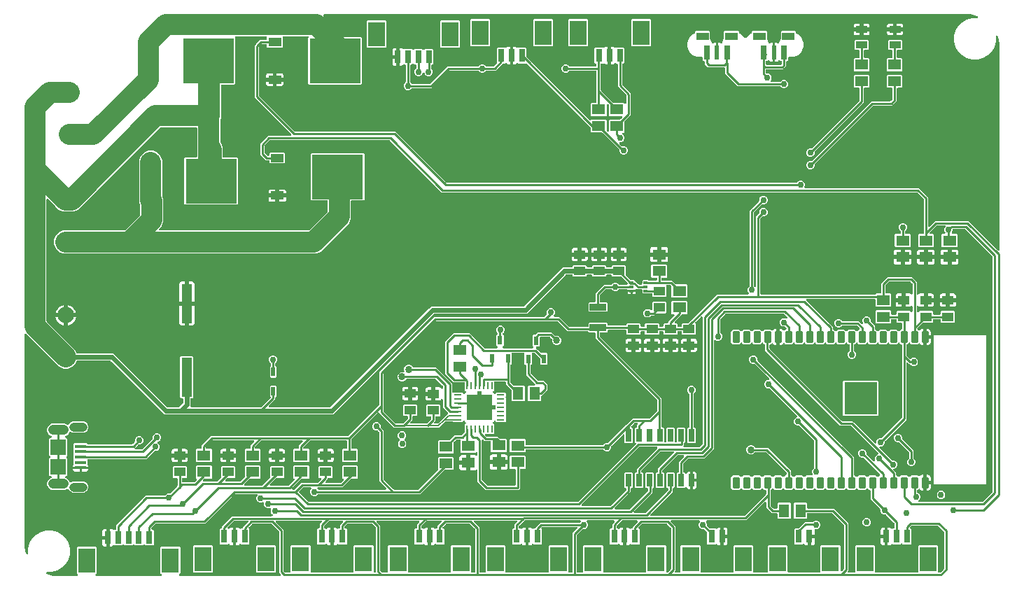
<source format=gbr>
G04 EAGLE Gerber X2 export*
%TF.Part,Single*%
%TF.FileFunction,Copper,L1,Top,Mixed*%
%TF.FilePolarity,Positive*%
%TF.GenerationSoftware,Autodesk,EAGLE,8.6.1*%
%TF.CreationDate,2020-03-17T08:17:50Z*%
G75*
%MOMM*%
%FSLAX34Y34*%
%LPD*%
%AMOC8*
5,1,8,0,0,1.08239X$1,22.5*%
G01*
%ADD10R,1.400000X1.100000*%
%ADD11R,1.600000X1.300000*%
%ADD12R,1.400000X0.900000*%
%ADD13R,0.900000X0.254000*%
%ADD14R,0.254000X0.900000*%
%ADD15R,3.100000X3.100000*%
%ADD16R,1.350000X0.400000*%
%ADD17R,1.900000X1.900000*%
%ADD18C,1.068000*%
%ADD19C,1.218000*%
%ADD20R,0.500000X1.075000*%
%ADD21R,0.600000X1.100000*%
%ADD22R,1.300000X1.600000*%
%ADD23R,0.750000X1.800000*%
%ADD24R,0.600000X1.800000*%
%ADD25R,1.500000X0.900000*%
%ADD26C,0.465000*%
%ADD27R,4.000000X4.000000*%
%ADD28R,1.300000X4.750000*%
%ADD29R,0.800000X1.600000*%
%ADD30R,2.100000X3.000000*%
%ADD31C,2.000000*%
%ADD32R,6.200000X5.400000*%
%ADD33R,1.600000X1.000000*%
%ADD34R,0.650000X1.550000*%
%ADD35R,0.475000X0.300000*%
%ADD36R,2.000000X0.850000*%
%ADD37C,2.540000*%
%ADD38C,0.600000*%
%ADD39C,0.254000*%
%ADD40C,0.756400*%
%ADD41C,0.203200*%
%ADD42C,0.856400*%

G36*
X73857Y10178D02*
X73857Y10178D01*
X73995Y10191D01*
X74014Y10198D01*
X74034Y10201D01*
X74163Y10252D01*
X74294Y10299D01*
X74311Y10310D01*
X74330Y10318D01*
X74442Y10399D01*
X74558Y10477D01*
X74571Y10493D01*
X74587Y10504D01*
X74676Y10612D01*
X74768Y10716D01*
X74777Y10734D01*
X74790Y10749D01*
X74849Y10875D01*
X74913Y10999D01*
X74917Y11019D01*
X74926Y11037D01*
X74952Y11174D01*
X74982Y11309D01*
X74982Y11330D01*
X74985Y11349D01*
X74977Y11488D01*
X74973Y11627D01*
X74967Y11647D01*
X74966Y11667D01*
X74923Y11799D01*
X74884Y11933D01*
X74874Y11950D01*
X74868Y11969D01*
X74793Y12087D01*
X74723Y12207D01*
X74704Y12228D01*
X74697Y12238D01*
X74682Y12252D01*
X74616Y12327D01*
X73575Y13368D01*
X73575Y44632D01*
X74468Y45525D01*
X96732Y45525D01*
X97625Y44632D01*
X97625Y13368D01*
X96584Y12327D01*
X96499Y12218D01*
X96410Y12111D01*
X96401Y12092D01*
X96389Y12076D01*
X96334Y11949D01*
X96274Y11823D01*
X96271Y11803D01*
X96262Y11784D01*
X96241Y11646D01*
X96215Y11510D01*
X96216Y11490D01*
X96213Y11470D01*
X96226Y11331D01*
X96234Y11193D01*
X96241Y11174D01*
X96242Y11154D01*
X96290Y11022D01*
X96332Y10891D01*
X96343Y10873D01*
X96350Y10854D01*
X96428Y10739D01*
X96503Y10622D01*
X96517Y10608D01*
X96529Y10591D01*
X96633Y10499D01*
X96734Y10404D01*
X96752Y10394D01*
X96767Y10381D01*
X96891Y10317D01*
X97013Y10250D01*
X97032Y10245D01*
X97050Y10236D01*
X97186Y10206D01*
X97321Y10171D01*
X97349Y10169D01*
X97361Y10166D01*
X97381Y10167D01*
X97481Y10161D01*
X174919Y10161D01*
X175057Y10178D01*
X175195Y10191D01*
X175214Y10198D01*
X175234Y10201D01*
X175363Y10252D01*
X175494Y10299D01*
X175511Y10310D01*
X175530Y10318D01*
X175642Y10399D01*
X175758Y10477D01*
X175771Y10493D01*
X175787Y10504D01*
X175876Y10612D01*
X175968Y10716D01*
X175977Y10734D01*
X175990Y10749D01*
X176049Y10875D01*
X176113Y10999D01*
X176117Y11019D01*
X176126Y11037D01*
X176152Y11174D01*
X176182Y11309D01*
X176182Y11330D01*
X176185Y11349D01*
X176177Y11488D01*
X176173Y11627D01*
X176167Y11647D01*
X176166Y11667D01*
X176123Y11799D01*
X176084Y11933D01*
X176074Y11950D01*
X176068Y11969D01*
X175993Y12087D01*
X175923Y12207D01*
X175904Y12228D01*
X175897Y12238D01*
X175882Y12252D01*
X175816Y12327D01*
X174775Y13368D01*
X174775Y44632D01*
X175668Y45525D01*
X197932Y45525D01*
X198825Y44632D01*
X198825Y13368D01*
X197784Y12327D01*
X197699Y12218D01*
X197610Y12111D01*
X197601Y12092D01*
X197589Y12076D01*
X197534Y11949D01*
X197474Y11823D01*
X197471Y11803D01*
X197462Y11784D01*
X197441Y11646D01*
X197415Y11510D01*
X197416Y11490D01*
X197413Y11470D01*
X197426Y11331D01*
X197434Y11193D01*
X197441Y11174D01*
X197442Y11154D01*
X197490Y11022D01*
X197532Y10891D01*
X197543Y10873D01*
X197550Y10854D01*
X197628Y10739D01*
X197703Y10622D01*
X197717Y10608D01*
X197729Y10591D01*
X197833Y10499D01*
X197934Y10404D01*
X197952Y10394D01*
X197967Y10381D01*
X198091Y10317D01*
X198213Y10250D01*
X198232Y10245D01*
X198250Y10236D01*
X198386Y10206D01*
X198521Y10171D01*
X198549Y10169D01*
X198561Y10166D01*
X198581Y10167D01*
X198681Y10161D01*
X319182Y10161D01*
X319319Y10178D01*
X319458Y10191D01*
X319477Y10198D01*
X319497Y10201D01*
X319626Y10252D01*
X319758Y10299D01*
X319774Y10310D01*
X319793Y10318D01*
X319906Y10399D01*
X320021Y10477D01*
X320034Y10493D01*
X320050Y10504D01*
X320139Y10612D01*
X320231Y10716D01*
X320240Y10734D01*
X320253Y10749D01*
X320313Y10875D01*
X320376Y10999D01*
X320380Y11019D01*
X320389Y11037D01*
X320415Y11174D01*
X320445Y11309D01*
X320445Y11330D01*
X320449Y11349D01*
X320440Y11488D01*
X320436Y11627D01*
X320430Y11647D01*
X320429Y11667D01*
X320386Y11799D01*
X320347Y11933D01*
X320337Y11950D01*
X320331Y11969D01*
X320256Y12087D01*
X320186Y12207D01*
X320167Y12228D01*
X320161Y12238D01*
X320146Y12252D01*
X320079Y12327D01*
X318459Y13948D01*
X318459Y63422D01*
X318447Y63520D01*
X318444Y63619D01*
X318427Y63677D01*
X318419Y63737D01*
X318383Y63829D01*
X318355Y63925D01*
X318325Y63977D01*
X318302Y64033D01*
X318244Y64113D01*
X318194Y64198D01*
X318128Y64274D01*
X318116Y64290D01*
X318106Y64298D01*
X318088Y64319D01*
X309319Y73088D01*
X309241Y73148D01*
X309169Y73216D01*
X309116Y73245D01*
X309068Y73282D01*
X308977Y73322D01*
X308890Y73370D01*
X308832Y73385D01*
X308776Y73409D01*
X308678Y73424D01*
X308583Y73449D01*
X308482Y73455D01*
X308462Y73459D01*
X308450Y73457D01*
X308422Y73459D01*
X286578Y73459D01*
X286480Y73447D01*
X286381Y73444D01*
X286323Y73427D01*
X286263Y73419D01*
X286171Y73383D01*
X286075Y73355D01*
X286023Y73325D01*
X285967Y73302D01*
X285887Y73244D01*
X285802Y73194D01*
X285726Y73128D01*
X285710Y73116D01*
X285702Y73106D01*
X285681Y73088D01*
X281660Y69067D01*
X281587Y68972D01*
X281508Y68883D01*
X281490Y68847D01*
X281465Y68815D01*
X281417Y68706D01*
X281363Y68600D01*
X281355Y68561D01*
X281338Y68523D01*
X281320Y68406D01*
X281294Y68290D01*
X281295Y68249D01*
X281289Y68209D01*
X281300Y68091D01*
X281303Y67972D01*
X281315Y67933D01*
X281318Y67893D01*
X281359Y67781D01*
X281392Y67666D01*
X281412Y67632D01*
X281426Y67593D01*
X281493Y67495D01*
X281553Y67392D01*
X281593Y67347D01*
X281605Y67330D01*
X281620Y67317D01*
X281660Y67272D01*
X282300Y66632D01*
X282300Y49368D01*
X281407Y48475D01*
X272143Y48475D01*
X272141Y48478D01*
X272047Y48551D01*
X271958Y48630D01*
X271922Y48648D01*
X271890Y48673D01*
X271780Y48720D01*
X271674Y48774D01*
X271635Y48783D01*
X271598Y48799D01*
X271480Y48818D01*
X271364Y48844D01*
X271324Y48843D01*
X271284Y48849D01*
X271165Y48838D01*
X271046Y48834D01*
X271007Y48823D01*
X270967Y48819D01*
X270855Y48779D01*
X270741Y48746D01*
X270706Y48725D01*
X270668Y48712D01*
X270569Y48645D01*
X270467Y48584D01*
X270421Y48544D01*
X270405Y48533D01*
X270391Y48518D01*
X270346Y48478D01*
X269835Y47967D01*
X269256Y47632D01*
X268609Y47459D01*
X266274Y47459D01*
X266274Y57270D01*
X266259Y57388D01*
X266252Y57507D01*
X266239Y57545D01*
X266234Y57585D01*
X266191Y57696D01*
X266154Y57809D01*
X266132Y57843D01*
X266117Y57881D01*
X266048Y57977D01*
X266037Y57994D01*
X266051Y58018D01*
X266076Y58050D01*
X266127Y58157D01*
X266185Y58262D01*
X266195Y58301D01*
X266212Y58337D01*
X266234Y58454D01*
X266264Y58570D01*
X266268Y58630D01*
X266272Y58650D01*
X266270Y58670D01*
X266274Y58730D01*
X266274Y68541D01*
X268609Y68541D01*
X269256Y68368D01*
X269835Y68033D01*
X270346Y67522D01*
X270440Y67449D01*
X270529Y67370D01*
X270565Y67352D01*
X270597Y67327D01*
X270706Y67280D01*
X270812Y67226D01*
X270852Y67217D01*
X270889Y67201D01*
X271007Y67182D01*
X271123Y67156D01*
X271163Y67157D01*
X271203Y67151D01*
X271322Y67162D01*
X271441Y67166D01*
X271479Y67177D01*
X271520Y67181D01*
X271632Y67221D01*
X271746Y67254D01*
X271781Y67275D01*
X271819Y67288D01*
X271917Y67355D01*
X272020Y67416D01*
X272065Y67456D01*
X272082Y67467D01*
X272096Y67482D01*
X272141Y67522D01*
X272143Y67525D01*
X272965Y67525D01*
X273083Y67540D01*
X273202Y67547D01*
X273240Y67560D01*
X273281Y67565D01*
X273391Y67608D01*
X273504Y67645D01*
X273539Y67667D01*
X273576Y67682D01*
X273672Y67751D01*
X273773Y67815D01*
X273801Y67845D01*
X273834Y67868D01*
X273910Y67960D01*
X273991Y68047D01*
X274011Y68082D01*
X274036Y68113D01*
X274087Y68221D01*
X274145Y68325D01*
X274155Y68365D01*
X274172Y68401D01*
X274194Y68518D01*
X274224Y68633D01*
X274228Y68693D01*
X274232Y68713D01*
X274230Y68734D01*
X274234Y68794D01*
X274234Y68827D01*
X280635Y75229D01*
X280721Y75338D01*
X280809Y75445D01*
X280818Y75464D01*
X280830Y75480D01*
X280886Y75608D01*
X280945Y75733D01*
X280949Y75753D01*
X280957Y75772D01*
X280979Y75910D01*
X281005Y76046D01*
X281003Y76066D01*
X281007Y76086D01*
X280993Y76225D01*
X280985Y76363D01*
X280979Y76382D01*
X280977Y76402D01*
X280930Y76534D01*
X280887Y76665D01*
X280876Y76683D01*
X280869Y76702D01*
X280791Y76817D01*
X280717Y76934D01*
X280702Y76948D01*
X280691Y76965D01*
X280586Y77057D01*
X280485Y77152D01*
X280467Y77162D01*
X280452Y77175D01*
X280328Y77239D01*
X280207Y77306D01*
X280187Y77311D01*
X280169Y77320D01*
X280033Y77350D01*
X279899Y77385D01*
X279871Y77387D01*
X279859Y77390D01*
X279838Y77389D01*
X279738Y77395D01*
X264514Y77395D01*
X264416Y77383D01*
X264317Y77380D01*
X264259Y77363D01*
X264199Y77355D01*
X264107Y77319D01*
X264011Y77291D01*
X263959Y77261D01*
X263903Y77238D01*
X263823Y77180D01*
X263738Y77130D01*
X263662Y77064D01*
X263646Y77052D01*
X263638Y77042D01*
X263617Y77024D01*
X256160Y69567D01*
X256087Y69472D01*
X256008Y69383D01*
X255990Y69347D01*
X255965Y69315D01*
X255917Y69206D01*
X255863Y69100D01*
X255855Y69061D01*
X255838Y69023D01*
X255820Y68906D01*
X255794Y68790D01*
X255795Y68749D01*
X255789Y68709D01*
X255800Y68591D01*
X255803Y68472D01*
X255815Y68433D01*
X255818Y68393D01*
X255859Y68281D01*
X255892Y68166D01*
X255912Y68132D01*
X255926Y68093D01*
X255993Y67995D01*
X256053Y67892D01*
X256093Y67847D01*
X256105Y67830D01*
X256120Y67817D01*
X256160Y67772D01*
X256409Y67522D01*
X256503Y67449D01*
X256592Y67370D01*
X256628Y67352D01*
X256660Y67327D01*
X256770Y67280D01*
X256876Y67226D01*
X256915Y67217D01*
X256952Y67201D01*
X257070Y67182D01*
X257186Y67156D01*
X257226Y67157D01*
X257266Y67151D01*
X257385Y67162D01*
X257504Y67166D01*
X257543Y67177D01*
X257583Y67181D01*
X257695Y67221D01*
X257809Y67254D01*
X257844Y67275D01*
X257882Y67288D01*
X257981Y67355D01*
X258083Y67416D01*
X258129Y67456D01*
X258145Y67467D01*
X258159Y67482D01*
X258204Y67522D01*
X258715Y68033D01*
X259294Y68368D01*
X259941Y68541D01*
X262276Y68541D01*
X262276Y58730D01*
X262291Y58612D01*
X262298Y58493D01*
X262310Y58455D01*
X262316Y58415D01*
X262359Y58304D01*
X262396Y58191D01*
X262418Y58157D01*
X262433Y58119D01*
X262502Y58023D01*
X262513Y58006D01*
X262499Y57982D01*
X262474Y57950D01*
X262423Y57843D01*
X262365Y57738D01*
X262355Y57699D01*
X262338Y57663D01*
X262316Y57546D01*
X262286Y57430D01*
X262282Y57370D01*
X262278Y57350D01*
X262280Y57330D01*
X262276Y57270D01*
X262276Y47459D01*
X259941Y47459D01*
X259294Y47632D01*
X258715Y47967D01*
X258204Y48478D01*
X258110Y48551D01*
X258021Y48630D01*
X257985Y48648D01*
X257953Y48673D01*
X257844Y48720D01*
X257737Y48774D01*
X257698Y48783D01*
X257661Y48799D01*
X257543Y48818D01*
X257427Y48844D01*
X257387Y48843D01*
X257347Y48849D01*
X257228Y48838D01*
X257109Y48834D01*
X257071Y48823D01*
X257030Y48819D01*
X256918Y48779D01*
X256804Y48746D01*
X256769Y48725D01*
X256731Y48712D01*
X256632Y48645D01*
X256530Y48584D01*
X256485Y48544D01*
X256468Y48533D01*
X256454Y48518D01*
X256409Y48478D01*
X256407Y48475D01*
X247143Y48475D01*
X246250Y49368D01*
X246250Y66632D01*
X247143Y67525D01*
X247965Y67525D01*
X248083Y67540D01*
X248202Y67547D01*
X248240Y67560D01*
X248281Y67565D01*
X248391Y67608D01*
X248504Y67645D01*
X248539Y67667D01*
X248576Y67682D01*
X248672Y67751D01*
X248773Y67815D01*
X248801Y67845D01*
X248834Y67868D01*
X248910Y67960D01*
X248991Y68047D01*
X249011Y68082D01*
X249036Y68113D01*
X249087Y68221D01*
X249145Y68325D01*
X249155Y68365D01*
X249172Y68401D01*
X249194Y68518D01*
X249224Y68633D01*
X249228Y68693D01*
X249232Y68713D01*
X249230Y68734D01*
X249234Y68794D01*
X249234Y69827D01*
X261884Y82477D01*
X309313Y82477D01*
X309451Y82494D01*
X309590Y82507D01*
X309609Y82514D01*
X309629Y82517D01*
X309758Y82568D01*
X309889Y82615D01*
X309906Y82626D01*
X309925Y82634D01*
X310037Y82715D01*
X310152Y82793D01*
X310166Y82809D01*
X310182Y82820D01*
X310271Y82928D01*
X310363Y83032D01*
X310372Y83050D01*
X310385Y83065D01*
X310444Y83191D01*
X310507Y83315D01*
X310512Y83335D01*
X310520Y83353D01*
X310546Y83490D01*
X310577Y83625D01*
X310576Y83646D01*
X310580Y83665D01*
X310571Y83804D01*
X310567Y83943D01*
X310562Y83963D01*
X310560Y83983D01*
X310518Y84115D01*
X310479Y84249D01*
X310469Y84266D01*
X310462Y84285D01*
X310388Y84403D01*
X310317Y84523D01*
X310299Y84544D01*
X310292Y84554D01*
X310277Y84568D01*
X310211Y84643D01*
X308716Y86138D01*
X307947Y87995D01*
X307947Y90005D01*
X308148Y90490D01*
X308185Y90624D01*
X308226Y90757D01*
X308227Y90777D01*
X308232Y90796D01*
X308234Y90936D01*
X308241Y91074D01*
X308237Y91094D01*
X308237Y91114D01*
X308204Y91250D01*
X308176Y91386D01*
X308168Y91404D01*
X308163Y91424D01*
X308098Y91547D01*
X308037Y91671D01*
X308024Y91687D01*
X308014Y91705D01*
X307921Y91808D01*
X307830Y91913D01*
X307814Y91925D01*
X307800Y91940D01*
X307684Y92017D01*
X307570Y92097D01*
X307551Y92104D01*
X307534Y92115D01*
X307403Y92160D01*
X307273Y92209D01*
X307253Y92211D01*
X307234Y92218D01*
X307095Y92229D01*
X306957Y92244D01*
X306937Y92242D01*
X306917Y92243D01*
X306780Y92219D01*
X306642Y92200D01*
X306615Y92191D01*
X306603Y92189D01*
X306585Y92180D01*
X306490Y92148D01*
X306005Y91947D01*
X303995Y91947D01*
X302138Y92716D01*
X300716Y94138D01*
X299947Y95995D01*
X299947Y98258D01*
X299944Y98284D01*
X299948Y98367D01*
X299944Y98387D01*
X299944Y98408D01*
X299912Y98543D01*
X299911Y98547D01*
X299907Y98573D01*
X299903Y98584D01*
X299884Y98679D01*
X299875Y98697D01*
X299870Y98717D01*
X299805Y98840D01*
X299744Y98964D01*
X299731Y98980D01*
X299721Y98998D01*
X299627Y99101D01*
X299537Y99206D01*
X299521Y99218D01*
X299507Y99233D01*
X299391Y99310D01*
X299277Y99389D01*
X299258Y99397D01*
X299241Y99408D01*
X299110Y99453D01*
X298980Y99502D01*
X298960Y99504D01*
X298941Y99511D01*
X298802Y99522D01*
X298664Y99537D01*
X298644Y99535D01*
X298623Y99536D01*
X298487Y99512D01*
X298349Y99493D01*
X298322Y99484D01*
X298310Y99482D01*
X298291Y99473D01*
X298197Y99441D01*
X297005Y98947D01*
X294995Y98947D01*
X293138Y99716D01*
X291716Y101138D01*
X290947Y102995D01*
X290947Y105005D01*
X291716Y106862D01*
X292147Y107292D01*
X292232Y107402D01*
X292321Y107509D01*
X292329Y107528D01*
X292342Y107544D01*
X292397Y107671D01*
X292456Y107797D01*
X292460Y107817D01*
X292468Y107836D01*
X292490Y107973D01*
X292516Y108110D01*
X292515Y108130D01*
X292518Y108150D01*
X292505Y108289D01*
X292496Y108427D01*
X292490Y108446D01*
X292488Y108466D01*
X292441Y108597D01*
X292398Y108729D01*
X292387Y108747D01*
X292381Y108766D01*
X292303Y108880D01*
X292228Y108998D01*
X292213Y109012D01*
X292202Y109029D01*
X292098Y109121D01*
X291997Y109216D01*
X291979Y109226D01*
X291964Y109239D01*
X291840Y109302D01*
X291718Y109370D01*
X291699Y109375D01*
X291680Y109384D01*
X291544Y109414D01*
X291410Y109449D01*
X291382Y109451D01*
X291370Y109454D01*
X291350Y109453D01*
X291249Y109459D01*
X265578Y109459D01*
X265480Y109447D01*
X265381Y109444D01*
X265323Y109427D01*
X265263Y109419D01*
X265171Y109383D01*
X265075Y109355D01*
X265023Y109325D01*
X264967Y109302D01*
X264887Y109244D01*
X264802Y109194D01*
X264726Y109128D01*
X264710Y109116D01*
X264702Y109106D01*
X264681Y109088D01*
X229252Y73659D01*
X169398Y73659D01*
X169300Y73647D01*
X169201Y73644D01*
X169143Y73627D01*
X169083Y73619D01*
X168991Y73583D01*
X168895Y73555D01*
X168843Y73525D01*
X168787Y73502D01*
X168707Y73444D01*
X168622Y73394D01*
X168546Y73328D01*
X168530Y73316D01*
X168522Y73306D01*
X168501Y73288D01*
X164112Y68899D01*
X164052Y68821D01*
X163984Y68749D01*
X163955Y68696D01*
X163918Y68648D01*
X163878Y68557D01*
X163830Y68470D01*
X163815Y68412D01*
X163791Y68356D01*
X163776Y68258D01*
X163751Y68163D01*
X163745Y68062D01*
X163741Y68042D01*
X163743Y68030D01*
X163741Y68002D01*
X163741Y67294D01*
X163756Y67176D01*
X163763Y67057D01*
X163776Y67019D01*
X163781Y66978D01*
X163824Y66868D01*
X163861Y66755D01*
X163883Y66720D01*
X163898Y66683D01*
X163967Y66587D01*
X164031Y66486D01*
X164061Y66458D01*
X164084Y66425D01*
X164176Y66349D01*
X164263Y66268D01*
X164298Y66248D01*
X164329Y66223D01*
X164437Y66172D01*
X164541Y66114D01*
X164581Y66104D01*
X164617Y66087D01*
X164734Y66065D01*
X164849Y66035D01*
X164909Y66031D01*
X164929Y66027D01*
X164950Y66029D01*
X165010Y66025D01*
X165832Y66025D01*
X166725Y65132D01*
X166725Y47868D01*
X165832Y46975D01*
X156568Y46975D01*
X155847Y47696D01*
X155753Y47769D01*
X155664Y47848D01*
X155628Y47866D01*
X155596Y47891D01*
X155487Y47939D01*
X155381Y47993D01*
X155342Y48001D01*
X155304Y48017D01*
X155187Y48036D01*
X155071Y48062D01*
X155030Y48061D01*
X154990Y48067D01*
X154872Y48056D01*
X154753Y48053D01*
X154714Y48041D01*
X154674Y48038D01*
X154562Y47997D01*
X154447Y47964D01*
X154412Y47944D01*
X154374Y47930D01*
X154276Y47863D01*
X154173Y47803D01*
X154128Y47763D01*
X154111Y47751D01*
X154098Y47736D01*
X154052Y47696D01*
X153332Y46975D01*
X144068Y46975D01*
X143347Y47696D01*
X143253Y47769D01*
X143164Y47848D01*
X143128Y47866D01*
X143096Y47891D01*
X142987Y47939D01*
X142881Y47993D01*
X142842Y48001D01*
X142804Y48017D01*
X142687Y48036D01*
X142571Y48062D01*
X142530Y48061D01*
X142490Y48067D01*
X142372Y48056D01*
X142253Y48053D01*
X142214Y48041D01*
X142174Y48038D01*
X142062Y47997D01*
X141947Y47964D01*
X141912Y47944D01*
X141874Y47930D01*
X141776Y47863D01*
X141673Y47803D01*
X141628Y47763D01*
X141611Y47751D01*
X141598Y47736D01*
X141552Y47696D01*
X140832Y46975D01*
X131568Y46975D01*
X130847Y47696D01*
X130753Y47769D01*
X130664Y47848D01*
X130628Y47866D01*
X130596Y47891D01*
X130487Y47939D01*
X130381Y47993D01*
X130342Y48001D01*
X130304Y48017D01*
X130187Y48036D01*
X130071Y48062D01*
X130030Y48061D01*
X129990Y48067D01*
X129872Y48056D01*
X129753Y48053D01*
X129714Y48041D01*
X129674Y48038D01*
X129562Y47997D01*
X129447Y47964D01*
X129412Y47944D01*
X129374Y47930D01*
X129276Y47863D01*
X129173Y47803D01*
X129128Y47763D01*
X129111Y47751D01*
X129098Y47736D01*
X129052Y47696D01*
X128332Y46975D01*
X119068Y46975D01*
X119066Y46978D01*
X118972Y47051D01*
X118883Y47130D01*
X118847Y47148D01*
X118815Y47173D01*
X118705Y47220D01*
X118599Y47274D01*
X118560Y47283D01*
X118523Y47299D01*
X118405Y47318D01*
X118289Y47344D01*
X118249Y47343D01*
X118209Y47349D01*
X118090Y47338D01*
X117971Y47334D01*
X117932Y47323D01*
X117892Y47319D01*
X117780Y47279D01*
X117666Y47246D01*
X117631Y47225D01*
X117593Y47212D01*
X117494Y47145D01*
X117392Y47084D01*
X117346Y47044D01*
X117330Y47033D01*
X117316Y47018D01*
X117271Y46978D01*
X116760Y46467D01*
X116181Y46132D01*
X115534Y45959D01*
X113199Y45959D01*
X113199Y55770D01*
X113184Y55888D01*
X113177Y56007D01*
X113164Y56045D01*
X113159Y56085D01*
X113116Y56196D01*
X113079Y56309D01*
X113057Y56343D01*
X113042Y56381D01*
X112973Y56477D01*
X112962Y56494D01*
X112976Y56518D01*
X113001Y56550D01*
X113052Y56657D01*
X113110Y56762D01*
X113120Y56801D01*
X113137Y56837D01*
X113159Y56954D01*
X113189Y57070D01*
X113193Y57130D01*
X113197Y57150D01*
X113195Y57170D01*
X113199Y57230D01*
X113199Y67041D01*
X115534Y67041D01*
X116181Y66868D01*
X116760Y66533D01*
X117271Y66022D01*
X117365Y65949D01*
X117454Y65870D01*
X117490Y65852D01*
X117522Y65827D01*
X117631Y65780D01*
X117738Y65726D01*
X117777Y65717D01*
X117814Y65701D01*
X117932Y65682D01*
X118048Y65656D01*
X118088Y65657D01*
X118128Y65651D01*
X118247Y65662D01*
X118366Y65666D01*
X118404Y65677D01*
X118445Y65681D01*
X118557Y65721D01*
X118671Y65754D01*
X118706Y65775D01*
X118744Y65788D01*
X118843Y65855D01*
X118945Y65916D01*
X118990Y65956D01*
X119007Y65967D01*
X119021Y65982D01*
X119066Y66022D01*
X119068Y66025D01*
X119890Y66025D01*
X120008Y66040D01*
X120127Y66047D01*
X120165Y66060D01*
X120206Y66065D01*
X120316Y66108D01*
X120429Y66145D01*
X120464Y66167D01*
X120501Y66182D01*
X120597Y66251D01*
X120698Y66315D01*
X120726Y66345D01*
X120759Y66368D01*
X120835Y66460D01*
X120916Y66547D01*
X120936Y66582D01*
X120961Y66613D01*
X121012Y66721D01*
X121070Y66825D01*
X121080Y66865D01*
X121097Y66901D01*
X121119Y67018D01*
X121149Y67133D01*
X121153Y67193D01*
X121157Y67213D01*
X121155Y67234D01*
X121159Y67294D01*
X121159Y71567D01*
X156833Y107241D01*
X179569Y107241D01*
X179668Y107253D01*
X179767Y107256D01*
X179825Y107273D01*
X179885Y107281D01*
X179977Y107317D01*
X180072Y107345D01*
X180124Y107375D01*
X180181Y107398D01*
X180261Y107456D01*
X180346Y107506D01*
X180421Y107572D01*
X180438Y107584D01*
X180446Y107594D01*
X180467Y107612D01*
X181838Y108984D01*
X183695Y109753D01*
X185634Y109753D01*
X185732Y109765D01*
X185831Y109768D01*
X185889Y109785D01*
X185949Y109793D01*
X186041Y109829D01*
X186137Y109857D01*
X186189Y109887D01*
X186245Y109910D01*
X186325Y109968D01*
X186410Y110018D01*
X186486Y110084D01*
X186502Y110096D01*
X186510Y110106D01*
X186531Y110124D01*
X195088Y118681D01*
X195148Y118759D01*
X195216Y118831D01*
X195245Y118884D01*
X195282Y118932D01*
X195322Y119023D01*
X195370Y119110D01*
X195385Y119168D01*
X195409Y119224D01*
X195424Y119322D01*
X195449Y119417D01*
X195455Y119518D01*
X195459Y119538D01*
X195457Y119550D01*
X195459Y119578D01*
X195459Y127581D01*
X195444Y127699D01*
X195437Y127818D01*
X195424Y127856D01*
X195419Y127897D01*
X195376Y128007D01*
X195339Y128120D01*
X195317Y128155D01*
X195302Y128192D01*
X195233Y128288D01*
X195169Y128389D01*
X195139Y128417D01*
X195116Y128450D01*
X195024Y128526D01*
X194937Y128607D01*
X194902Y128627D01*
X194871Y128652D01*
X194763Y128703D01*
X194659Y128761D01*
X194619Y128771D01*
X194583Y128788D01*
X194466Y128810D01*
X194351Y128840D01*
X194291Y128844D01*
X194271Y128848D01*
X194250Y128846D01*
X194190Y128850D01*
X190368Y128850D01*
X189475Y129743D01*
X189475Y142007D01*
X190368Y142900D01*
X205632Y142900D01*
X206525Y142007D01*
X206525Y129743D01*
X205632Y128850D01*
X201810Y128850D01*
X201692Y128835D01*
X201573Y128828D01*
X201535Y128815D01*
X201494Y128810D01*
X201384Y128767D01*
X201271Y128730D01*
X201236Y128708D01*
X201199Y128693D01*
X201103Y128624D01*
X201002Y128560D01*
X200974Y128530D01*
X200941Y128507D01*
X200865Y128415D01*
X200784Y128328D01*
X200764Y128293D01*
X200739Y128262D01*
X200688Y128154D01*
X200630Y128050D01*
X200620Y128010D01*
X200603Y127974D01*
X200581Y127857D01*
X200551Y127742D01*
X200547Y127682D01*
X200543Y127662D01*
X200545Y127641D01*
X200541Y127581D01*
X200541Y124810D01*
X200556Y124692D01*
X200563Y124573D01*
X200576Y124535D01*
X200581Y124494D01*
X200624Y124384D01*
X200661Y124271D01*
X200683Y124236D01*
X200698Y124199D01*
X200767Y124103D01*
X200831Y124002D01*
X200861Y123974D01*
X200884Y123941D01*
X200976Y123865D01*
X201063Y123784D01*
X201098Y123764D01*
X201129Y123739D01*
X201237Y123688D01*
X201341Y123630D01*
X201381Y123620D01*
X201417Y123603D01*
X201534Y123581D01*
X201649Y123551D01*
X201709Y123547D01*
X201729Y123543D01*
X201750Y123545D01*
X201810Y123541D01*
X215422Y123541D01*
X215520Y123553D01*
X215619Y123556D01*
X215677Y123573D01*
X215737Y123581D01*
X215829Y123617D01*
X215925Y123645D01*
X215977Y123675D01*
X216033Y123698D01*
X216113Y123756D01*
X216198Y123806D01*
X216274Y123872D01*
X216290Y123884D01*
X216298Y123894D01*
X216319Y123912D01*
X218630Y126223D01*
X218703Y126317D01*
X218781Y126406D01*
X218800Y126442D01*
X218825Y126474D01*
X218872Y126583D01*
X218926Y126689D01*
X218935Y126729D01*
X218951Y126766D01*
X218970Y126884D01*
X218996Y127000D01*
X218994Y127040D01*
X219001Y127080D01*
X218990Y127199D01*
X218986Y127317D01*
X218975Y127356D01*
X218971Y127397D01*
X218931Y127509D01*
X218898Y127623D01*
X218877Y127658D01*
X218863Y127696D01*
X218796Y127794D01*
X218736Y127897D01*
X218696Y127942D01*
X218685Y127959D01*
X218669Y127973D01*
X218630Y128018D01*
X217904Y128743D01*
X217904Y143007D01*
X218797Y143900D01*
X236060Y143900D01*
X236953Y143007D01*
X236953Y128743D01*
X236060Y127850D01*
X227969Y127850D01*
X227871Y127838D01*
X227772Y127835D01*
X227714Y127818D01*
X227654Y127810D01*
X227562Y127774D01*
X227466Y127746D01*
X227414Y127716D01*
X227358Y127693D01*
X227278Y127635D01*
X227193Y127585D01*
X227117Y127519D01*
X227101Y127507D01*
X227093Y127497D01*
X227072Y127479D01*
X226301Y126707D01*
X226216Y126598D01*
X226127Y126491D01*
X226118Y126472D01*
X226106Y126456D01*
X226050Y126328D01*
X225991Y126203D01*
X225987Y126183D01*
X225979Y126164D01*
X225957Y126026D01*
X225931Y125890D01*
X225933Y125870D01*
X225929Y125850D01*
X225943Y125711D01*
X225951Y125573D01*
X225957Y125554D01*
X225959Y125534D01*
X226006Y125403D01*
X226049Y125271D01*
X226060Y125253D01*
X226067Y125234D01*
X226145Y125120D01*
X226219Y125002D01*
X226234Y124988D01*
X226245Y124971D01*
X226350Y124879D01*
X226451Y124784D01*
X226469Y124774D01*
X226484Y124761D01*
X226608Y124698D01*
X226729Y124630D01*
X226749Y124625D01*
X226767Y124616D01*
X226903Y124586D01*
X227037Y124551D01*
X227065Y124549D01*
X227077Y124546D01*
X227098Y124547D01*
X227198Y124541D01*
X243422Y124541D01*
X243520Y124553D01*
X243619Y124556D01*
X243677Y124573D01*
X243737Y124581D01*
X243829Y124617D01*
X243925Y124645D01*
X243977Y124675D01*
X244033Y124698D01*
X244113Y124756D01*
X244199Y124806D01*
X244274Y124872D01*
X244290Y124884D01*
X244298Y124894D01*
X244319Y124912D01*
X247961Y128554D01*
X248021Y128632D01*
X248089Y128704D01*
X248118Y128757D01*
X248156Y128805D01*
X248195Y128896D01*
X248243Y128983D01*
X248258Y129041D01*
X248282Y129097D01*
X248297Y129195D01*
X248322Y129291D01*
X248328Y129379D01*
X248330Y129390D01*
X248329Y129396D01*
X248332Y129411D01*
X248331Y129423D01*
X248332Y129451D01*
X248332Y142007D01*
X249226Y142900D01*
X264489Y142900D01*
X265382Y142007D01*
X265382Y129743D01*
X264489Y128850D01*
X255969Y128850D01*
X255871Y128838D01*
X255772Y128835D01*
X255714Y128818D01*
X255654Y128810D01*
X255562Y128774D01*
X255466Y128746D01*
X255414Y128716D01*
X255358Y128693D01*
X255278Y128635D01*
X255193Y128585D01*
X255117Y128519D01*
X255101Y128507D01*
X255093Y128497D01*
X255072Y128479D01*
X253301Y126707D01*
X253215Y126598D01*
X253127Y126491D01*
X253118Y126472D01*
X253106Y126456D01*
X253050Y126328D01*
X252991Y126203D01*
X252987Y126183D01*
X252979Y126164D01*
X252957Y126026D01*
X252931Y125890D01*
X252933Y125870D01*
X252929Y125850D01*
X252943Y125711D01*
X252951Y125573D01*
X252957Y125554D01*
X252959Y125534D01*
X253006Y125402D01*
X253049Y125271D01*
X253060Y125253D01*
X253067Y125234D01*
X253145Y125119D01*
X253219Y125002D01*
X253234Y124988D01*
X253245Y124971D01*
X253350Y124879D01*
X253451Y124784D01*
X253469Y124774D01*
X253484Y124761D01*
X253608Y124697D01*
X253729Y124630D01*
X253749Y124625D01*
X253767Y124616D01*
X253903Y124586D01*
X254037Y124551D01*
X254065Y124549D01*
X254077Y124546D01*
X254098Y124547D01*
X254198Y124541D01*
X271422Y124541D01*
X271520Y124553D01*
X271619Y124556D01*
X271677Y124573D01*
X271737Y124581D01*
X271829Y124617D01*
X271925Y124645D01*
X271977Y124675D01*
X272033Y124698D01*
X272113Y124756D01*
X272198Y124806D01*
X272274Y124872D01*
X272290Y124884D01*
X272298Y124894D01*
X272319Y124912D01*
X276389Y128982D01*
X276450Y129061D01*
X276518Y129133D01*
X276547Y129186D01*
X276584Y129234D01*
X276624Y129325D01*
X276671Y129411D01*
X276686Y129470D01*
X276710Y129525D01*
X276726Y129623D01*
X276751Y129719D01*
X276757Y129819D01*
X276760Y129840D01*
X276759Y129852D01*
X276761Y129880D01*
X276761Y143007D01*
X277654Y143900D01*
X294917Y143900D01*
X295810Y143007D01*
X295810Y128743D01*
X294917Y127850D01*
X282969Y127850D01*
X282871Y127838D01*
X282772Y127835D01*
X282714Y127818D01*
X282654Y127810D01*
X282562Y127774D01*
X282466Y127746D01*
X282414Y127716D01*
X282358Y127693D01*
X282278Y127635D01*
X282192Y127585D01*
X282117Y127519D01*
X282101Y127507D01*
X282093Y127497D01*
X282072Y127479D01*
X276301Y121707D01*
X276215Y121598D01*
X276127Y121491D01*
X276118Y121472D01*
X276106Y121456D01*
X276050Y121328D01*
X275991Y121203D01*
X275987Y121183D01*
X275979Y121164D01*
X275957Y121026D01*
X275931Y120890D01*
X275933Y120870D01*
X275929Y120850D01*
X275943Y120711D01*
X275951Y120573D01*
X275957Y120554D01*
X275959Y120534D01*
X276006Y120402D01*
X276049Y120271D01*
X276060Y120253D01*
X276067Y120234D01*
X276145Y120119D01*
X276219Y120002D01*
X276234Y119988D01*
X276245Y119971D01*
X276350Y119879D01*
X276451Y119784D01*
X276469Y119774D01*
X276484Y119761D01*
X276608Y119697D01*
X276729Y119630D01*
X276749Y119625D01*
X276767Y119616D01*
X276903Y119586D01*
X277037Y119551D01*
X277065Y119549D01*
X277077Y119546D01*
X277098Y119547D01*
X277198Y119541D01*
X297422Y119541D01*
X297520Y119553D01*
X297619Y119556D01*
X297677Y119573D01*
X297737Y119581D01*
X297829Y119617D01*
X297925Y119645D01*
X297977Y119675D01*
X298033Y119698D01*
X298113Y119756D01*
X298198Y119806D01*
X298274Y119872D01*
X298290Y119884D01*
X298298Y119894D01*
X298319Y119912D01*
X306818Y128411D01*
X306878Y128489D01*
X306946Y128561D01*
X306976Y128614D01*
X307013Y128662D01*
X307052Y128753D01*
X307100Y128840D01*
X307115Y128898D01*
X307139Y128954D01*
X307155Y129052D01*
X307179Y129148D01*
X307186Y129248D01*
X307189Y129268D01*
X307188Y129280D01*
X307190Y129308D01*
X307190Y142007D01*
X308083Y142900D01*
X323346Y142900D01*
X324239Y142007D01*
X324239Y129743D01*
X323346Y128850D01*
X314969Y128850D01*
X314871Y128838D01*
X314772Y128835D01*
X314714Y128818D01*
X314654Y128810D01*
X314562Y128774D01*
X314466Y128746D01*
X314414Y128716D01*
X314358Y128693D01*
X314278Y128635D01*
X314192Y128585D01*
X314117Y128519D01*
X314101Y128507D01*
X314093Y128497D01*
X314072Y128479D01*
X307301Y121707D01*
X307215Y121598D01*
X307127Y121491D01*
X307118Y121472D01*
X307106Y121456D01*
X307050Y121328D01*
X306991Y121203D01*
X306987Y121183D01*
X306979Y121164D01*
X306957Y121026D01*
X306931Y120890D01*
X306933Y120870D01*
X306929Y120850D01*
X306943Y120711D01*
X306951Y120573D01*
X306957Y120554D01*
X306959Y120534D01*
X307006Y120402D01*
X307049Y120271D01*
X307060Y120253D01*
X307067Y120234D01*
X307145Y120119D01*
X307219Y120002D01*
X307234Y119988D01*
X307245Y119971D01*
X307350Y119879D01*
X307451Y119784D01*
X307469Y119774D01*
X307484Y119761D01*
X307608Y119697D01*
X307729Y119630D01*
X307749Y119625D01*
X307767Y119616D01*
X307903Y119586D01*
X308037Y119551D01*
X308065Y119549D01*
X308077Y119546D01*
X308098Y119547D01*
X308198Y119541D01*
X329422Y119541D01*
X329520Y119553D01*
X329619Y119556D01*
X329677Y119573D01*
X329737Y119581D01*
X329829Y119617D01*
X329925Y119645D01*
X329977Y119675D01*
X330033Y119698D01*
X330113Y119756D01*
X330198Y119806D01*
X330274Y119872D01*
X330290Y119884D01*
X330298Y119894D01*
X330319Y119912D01*
X336487Y126080D01*
X336560Y126174D01*
X336638Y126263D01*
X336657Y126299D01*
X336682Y126331D01*
X336729Y126441D01*
X336783Y126546D01*
X336792Y126586D01*
X336808Y126623D01*
X336827Y126741D01*
X336853Y126857D01*
X336851Y126897D01*
X336858Y126937D01*
X336847Y127056D01*
X336843Y127175D01*
X336832Y127213D01*
X336828Y127254D01*
X336788Y127366D01*
X336755Y127480D01*
X336734Y127515D01*
X336720Y127553D01*
X336653Y127652D01*
X336593Y127754D01*
X336553Y127799D01*
X336542Y127816D01*
X336526Y127830D01*
X336487Y127875D01*
X335618Y128743D01*
X335618Y143007D01*
X336511Y143900D01*
X353774Y143900D01*
X354668Y143007D01*
X354668Y128743D01*
X353774Y127850D01*
X345969Y127850D01*
X345871Y127838D01*
X345772Y127835D01*
X345714Y127818D01*
X345654Y127810D01*
X345562Y127774D01*
X345466Y127746D01*
X345414Y127716D01*
X345358Y127693D01*
X345278Y127635D01*
X345193Y127585D01*
X345117Y127519D01*
X345101Y127507D01*
X345093Y127497D01*
X345072Y127479D01*
X334301Y116707D01*
X334215Y116598D01*
X334127Y116491D01*
X334118Y116472D01*
X334106Y116456D01*
X334050Y116328D01*
X333991Y116203D01*
X333987Y116183D01*
X333979Y116164D01*
X333957Y116026D01*
X333931Y115890D01*
X333933Y115870D01*
X333929Y115850D01*
X333943Y115711D01*
X333951Y115573D01*
X333957Y115554D01*
X333959Y115534D01*
X334006Y115402D01*
X334049Y115271D01*
X334060Y115253D01*
X334067Y115234D01*
X334145Y115119D01*
X334219Y115002D01*
X334234Y114988D01*
X334245Y114971D01*
X334350Y114879D01*
X334451Y114784D01*
X334469Y114774D01*
X334484Y114761D01*
X334608Y114697D01*
X334729Y114630D01*
X334749Y114625D01*
X334767Y114616D01*
X334903Y114586D01*
X335037Y114551D01*
X335065Y114549D01*
X335077Y114546D01*
X335098Y114547D01*
X335198Y114541D01*
X336422Y114541D01*
X336520Y114553D01*
X336619Y114556D01*
X336677Y114573D01*
X336737Y114581D01*
X336829Y114617D01*
X336925Y114645D01*
X336977Y114675D01*
X337033Y114698D01*
X337113Y114756D01*
X337199Y114806D01*
X337274Y114872D01*
X337290Y114884D01*
X337298Y114894D01*
X337319Y114912D01*
X343088Y120681D01*
X344948Y122541D01*
X364422Y122541D01*
X364520Y122553D01*
X364619Y122556D01*
X364677Y122573D01*
X364737Y122581D01*
X364829Y122617D01*
X364925Y122645D01*
X364977Y122675D01*
X365033Y122698D01*
X365113Y122756D01*
X365198Y122806D01*
X365274Y122872D01*
X365290Y122884D01*
X365298Y122894D01*
X365319Y122912D01*
X369090Y126684D01*
X369176Y126793D01*
X369264Y126900D01*
X369273Y126919D01*
X369285Y126935D01*
X369341Y127063D01*
X369400Y127188D01*
X369404Y127208D01*
X369412Y127227D01*
X369434Y127365D01*
X369460Y127501D01*
X369458Y127521D01*
X369462Y127541D01*
X369448Y127680D01*
X369440Y127818D01*
X369434Y127837D01*
X369432Y127857D01*
X369385Y127989D01*
X369342Y128120D01*
X369331Y128138D01*
X369324Y128157D01*
X369246Y128272D01*
X369172Y128389D01*
X369157Y128403D01*
X369146Y128420D01*
X369041Y128512D01*
X368940Y128607D01*
X368922Y128617D01*
X368907Y128630D01*
X368783Y128694D01*
X368662Y128761D01*
X368642Y128766D01*
X368624Y128775D01*
X368488Y128805D01*
X368354Y128840D01*
X368326Y128842D01*
X368314Y128845D01*
X368293Y128844D01*
X368193Y128850D01*
X366940Y128850D01*
X366047Y129743D01*
X366047Y142007D01*
X366940Y142900D01*
X382203Y142900D01*
X383096Y142007D01*
X383096Y129743D01*
X382203Y128850D01*
X378381Y128850D01*
X378263Y128835D01*
X378144Y128828D01*
X378106Y128815D01*
X378066Y128810D01*
X377955Y128767D01*
X377842Y128730D01*
X377808Y128708D01*
X377770Y128693D01*
X377674Y128624D01*
X377573Y128560D01*
X377546Y128530D01*
X377513Y128507D01*
X377437Y128415D01*
X377355Y128328D01*
X377336Y128293D01*
X377310Y128262D01*
X377259Y128154D01*
X377202Y128050D01*
X377192Y128010D01*
X377174Y127974D01*
X377152Y127857D01*
X377122Y127742D01*
X377119Y127682D01*
X377115Y127662D01*
X377116Y127641D01*
X377112Y127581D01*
X377112Y127519D01*
X375252Y125659D01*
X374301Y124707D01*
X374215Y124598D01*
X374127Y124491D01*
X374118Y124472D01*
X374106Y124456D01*
X374050Y124328D01*
X373991Y124203D01*
X373987Y124183D01*
X373979Y124164D01*
X373957Y124026D01*
X373931Y123890D01*
X373933Y123870D01*
X373929Y123850D01*
X373943Y123711D01*
X373951Y123573D01*
X373957Y123554D01*
X373959Y123534D01*
X374006Y123402D01*
X374049Y123271D01*
X374060Y123253D01*
X374067Y123234D01*
X374145Y123119D01*
X374219Y123002D01*
X374234Y122988D01*
X374245Y122971D01*
X374350Y122879D01*
X374451Y122784D01*
X374469Y122774D01*
X374484Y122761D01*
X374608Y122697D01*
X374729Y122630D01*
X374749Y122625D01*
X374767Y122616D01*
X374903Y122586D01*
X375037Y122551D01*
X375065Y122549D01*
X375077Y122546D01*
X375098Y122547D01*
X375198Y122541D01*
X392422Y122541D01*
X392520Y122553D01*
X392619Y122556D01*
X392677Y122573D01*
X392737Y122581D01*
X392829Y122617D01*
X392925Y122645D01*
X392977Y122675D01*
X393033Y122698D01*
X393113Y122756D01*
X393198Y122806D01*
X393274Y122872D01*
X393290Y122884D01*
X393298Y122894D01*
X393319Y122912D01*
X396090Y125684D01*
X396176Y125793D01*
X396264Y125900D01*
X396273Y125919D01*
X396285Y125935D01*
X396341Y126063D01*
X396400Y126188D01*
X396404Y126208D01*
X396412Y126227D01*
X396434Y126365D01*
X396460Y126501D01*
X396458Y126521D01*
X396462Y126541D01*
X396448Y126680D01*
X396440Y126818D01*
X396434Y126837D01*
X396432Y126857D01*
X396385Y126989D01*
X396342Y127120D01*
X396331Y127138D01*
X396324Y127157D01*
X396246Y127271D01*
X396172Y127389D01*
X396157Y127403D01*
X396146Y127420D01*
X396041Y127512D01*
X395940Y127607D01*
X395922Y127617D01*
X395907Y127630D01*
X395783Y127694D01*
X395662Y127761D01*
X395642Y127766D01*
X395624Y127775D01*
X395488Y127805D01*
X395387Y127831D01*
X394475Y128743D01*
X394475Y143007D01*
X395368Y143900D01*
X412632Y143900D01*
X413525Y143007D01*
X413525Y128743D01*
X412632Y127850D01*
X405969Y127850D01*
X405871Y127838D01*
X405772Y127835D01*
X405714Y127818D01*
X405654Y127810D01*
X405562Y127774D01*
X405466Y127746D01*
X405414Y127716D01*
X405358Y127693D01*
X405278Y127635D01*
X405192Y127585D01*
X405117Y127519D01*
X405101Y127507D01*
X405093Y127497D01*
X405072Y127479D01*
X395052Y117459D01*
X365751Y117459D01*
X365613Y117442D01*
X365474Y117429D01*
X365455Y117422D01*
X365435Y117419D01*
X365306Y117368D01*
X365175Y117321D01*
X365158Y117310D01*
X365139Y117302D01*
X365027Y117221D01*
X364912Y117143D01*
X364898Y117127D01*
X364882Y117116D01*
X364793Y117008D01*
X364701Y116904D01*
X364692Y116886D01*
X364679Y116871D01*
X364620Y116745D01*
X364557Y116621D01*
X364552Y116601D01*
X364544Y116583D01*
X364518Y116447D01*
X364487Y116311D01*
X364488Y116290D01*
X364484Y116271D01*
X364493Y116132D01*
X364497Y115993D01*
X364502Y115973D01*
X364504Y115953D01*
X364546Y115821D01*
X364585Y115687D01*
X364595Y115670D01*
X364602Y115651D01*
X364676Y115533D01*
X364747Y115413D01*
X364765Y115392D01*
X364772Y115382D01*
X364787Y115368D01*
X364853Y115292D01*
X365233Y114912D01*
X365311Y114852D01*
X365384Y114784D01*
X365437Y114755D01*
X365484Y114718D01*
X365575Y114678D01*
X365662Y114630D01*
X365721Y114615D01*
X365776Y114591D01*
X365874Y114576D01*
X365970Y114551D01*
X366070Y114545D01*
X366090Y114541D01*
X366103Y114543D01*
X366131Y114541D01*
X446802Y114541D01*
X446939Y114558D01*
X447078Y114571D01*
X447097Y114578D01*
X447117Y114581D01*
X447246Y114632D01*
X447378Y114679D01*
X447394Y114690D01*
X447413Y114698D01*
X447525Y114779D01*
X447641Y114857D01*
X447654Y114873D01*
X447670Y114884D01*
X447759Y114992D01*
X447851Y115096D01*
X447860Y115114D01*
X447873Y115129D01*
X447932Y115255D01*
X447996Y115379D01*
X448000Y115399D01*
X448009Y115417D01*
X448035Y115553D01*
X448065Y115689D01*
X448065Y115710D01*
X448069Y115729D01*
X448060Y115868D01*
X448056Y116007D01*
X448050Y116027D01*
X448049Y116047D01*
X448006Y116179D01*
X447967Y116313D01*
X447957Y116330D01*
X447951Y116349D01*
X447877Y116466D01*
X447806Y116587D01*
X447787Y116608D01*
X447781Y116618D01*
X447766Y116632D01*
X447699Y116707D01*
X441319Y123088D01*
X439459Y124948D01*
X439459Y183422D01*
X439447Y183520D01*
X439444Y183619D01*
X439427Y183677D01*
X439419Y183737D01*
X439383Y183829D01*
X439355Y183925D01*
X439325Y183977D01*
X439302Y184033D01*
X439244Y184113D01*
X439194Y184198D01*
X439128Y184274D01*
X439116Y184290D01*
X439106Y184298D01*
X439088Y184319D01*
X437831Y185576D01*
X437753Y185636D01*
X437681Y185704D01*
X437628Y185733D01*
X437580Y185770D01*
X437489Y185810D01*
X437402Y185858D01*
X437344Y185873D01*
X437288Y185897D01*
X437190Y185912D01*
X437095Y185937D01*
X436994Y185943D01*
X436974Y185947D01*
X436962Y185945D01*
X436934Y185947D01*
X434995Y185947D01*
X433138Y186716D01*
X431716Y188138D01*
X430947Y189995D01*
X430947Y192005D01*
X431716Y193862D01*
X433138Y195284D01*
X434995Y196053D01*
X437005Y196053D01*
X438862Y195284D01*
X440284Y193862D01*
X441053Y192005D01*
X441053Y190066D01*
X441065Y189968D01*
X441068Y189869D01*
X441085Y189811D01*
X441093Y189751D01*
X441129Y189659D01*
X441157Y189563D01*
X441187Y189511D01*
X441210Y189455D01*
X441268Y189375D01*
X441318Y189290D01*
X441384Y189214D01*
X441396Y189198D01*
X441406Y189190D01*
X441424Y189169D01*
X444541Y186052D01*
X444541Y127578D01*
X444553Y127480D01*
X444556Y127381D01*
X444573Y127323D01*
X444581Y127263D01*
X444617Y127171D01*
X444645Y127075D01*
X444675Y127023D01*
X444698Y126967D01*
X444756Y126887D01*
X444806Y126801D01*
X444872Y126726D01*
X444884Y126710D01*
X444894Y126702D01*
X444912Y126681D01*
X456681Y114912D01*
X456759Y114852D01*
X456831Y114784D01*
X456884Y114755D01*
X456932Y114718D01*
X457023Y114678D01*
X457110Y114630D01*
X457168Y114615D01*
X457224Y114591D01*
X457322Y114576D01*
X457417Y114551D01*
X457517Y114545D01*
X457538Y114541D01*
X457550Y114543D01*
X457578Y114541D01*
X486422Y114541D01*
X486520Y114553D01*
X486619Y114556D01*
X486677Y114573D01*
X486737Y114581D01*
X486829Y114617D01*
X486925Y114645D01*
X486977Y114675D01*
X487033Y114698D01*
X487113Y114756D01*
X487198Y114806D01*
X487274Y114872D01*
X487290Y114884D01*
X487298Y114894D01*
X487319Y114912D01*
X510228Y137821D01*
X510301Y137915D01*
X510380Y138005D01*
X510398Y138040D01*
X510423Y138072D01*
X510470Y138182D01*
X510524Y138288D01*
X510533Y138327D01*
X510549Y138364D01*
X510568Y138482D01*
X510594Y138599D01*
X510593Y138639D01*
X510599Y138678D01*
X510588Y138797D01*
X510584Y138916D01*
X510575Y138947D01*
X510575Y153532D01*
X511468Y154425D01*
X528732Y154425D01*
X529625Y153532D01*
X529625Y139268D01*
X528732Y138375D01*
X518494Y138375D01*
X518396Y138363D01*
X518297Y138360D01*
X518239Y138343D01*
X518179Y138335D01*
X518087Y138299D01*
X517991Y138271D01*
X517939Y138241D01*
X517883Y138218D01*
X517803Y138160D01*
X517718Y138110D01*
X517642Y138044D01*
X517626Y138032D01*
X517618Y138022D01*
X517606Y138012D01*
X517605Y138011D01*
X517597Y138004D01*
X489052Y109459D01*
X366131Y109459D01*
X366032Y109447D01*
X365933Y109444D01*
X365875Y109427D01*
X365815Y109419D01*
X365723Y109383D01*
X365628Y109355D01*
X365576Y109325D01*
X365519Y109302D01*
X365439Y109244D01*
X365354Y109194D01*
X365279Y109128D01*
X365262Y109116D01*
X365254Y109106D01*
X365233Y109088D01*
X363862Y107716D01*
X362005Y106947D01*
X359995Y106947D01*
X358138Y107716D01*
X356716Y109138D01*
X355947Y110995D01*
X355947Y113005D01*
X356716Y114862D01*
X357147Y115292D01*
X357232Y115402D01*
X357321Y115509D01*
X357329Y115528D01*
X357342Y115544D01*
X357397Y115672D01*
X357456Y115797D01*
X357460Y115817D01*
X357468Y115836D01*
X357490Y115974D01*
X357516Y116110D01*
X357515Y116130D01*
X357518Y116150D01*
X357505Y116289D01*
X357496Y116427D01*
X357490Y116446D01*
X357488Y116466D01*
X357441Y116597D01*
X357398Y116729D01*
X357387Y116747D01*
X357381Y116766D01*
X357303Y116880D01*
X357228Y116998D01*
X357213Y117012D01*
X357202Y117029D01*
X357098Y117121D01*
X356997Y117216D01*
X356979Y117226D01*
X356964Y117239D01*
X356840Y117302D01*
X356718Y117370D01*
X356699Y117375D01*
X356680Y117384D01*
X356544Y117414D01*
X356410Y117449D01*
X356382Y117451D01*
X356370Y117454D01*
X356350Y117453D01*
X356249Y117459D01*
X347578Y117459D01*
X347480Y117447D01*
X347381Y117444D01*
X347323Y117427D01*
X347263Y117419D01*
X347171Y117383D01*
X347075Y117355D01*
X347023Y117325D01*
X346967Y117302D01*
X346887Y117244D01*
X346802Y117194D01*
X346726Y117128D01*
X346710Y117116D01*
X346702Y117106D01*
X346681Y117088D01*
X342491Y112898D01*
X342418Y112803D01*
X342339Y112714D01*
X342321Y112678D01*
X342296Y112646D01*
X342248Y112537D01*
X342194Y112431D01*
X342185Y112392D01*
X342169Y112354D01*
X342151Y112237D01*
X342125Y112121D01*
X342126Y112080D01*
X342120Y112040D01*
X342131Y111921D01*
X342134Y111803D01*
X342146Y111764D01*
X342149Y111724D01*
X342190Y111611D01*
X342223Y111497D01*
X342243Y111463D01*
X342257Y111424D01*
X342324Y111326D01*
X342384Y111223D01*
X342424Y111178D01*
X342436Y111161D01*
X342451Y111148D01*
X342491Y111103D01*
X353681Y99912D01*
X353759Y99852D01*
X353831Y99784D01*
X353884Y99755D01*
X353932Y99718D01*
X354023Y99678D01*
X354110Y99630D01*
X354168Y99615D01*
X354224Y99591D01*
X354322Y99576D01*
X354417Y99551D01*
X354518Y99545D01*
X354538Y99541D01*
X354550Y99543D01*
X354578Y99541D01*
X679422Y99541D01*
X679520Y99553D01*
X679619Y99556D01*
X679677Y99573D01*
X679737Y99581D01*
X679829Y99617D01*
X679925Y99645D01*
X679977Y99675D01*
X680033Y99698D01*
X680113Y99756D01*
X680198Y99806D01*
X680274Y99872D01*
X680290Y99884D01*
X680298Y99894D01*
X680319Y99912D01*
X749653Y169246D01*
X749726Y169340D01*
X749805Y169429D01*
X749823Y169465D01*
X749848Y169497D01*
X749895Y169607D01*
X749949Y169712D01*
X749958Y169752D01*
X749974Y169789D01*
X749993Y169907D01*
X750019Y170023D01*
X750018Y170063D01*
X750024Y170103D01*
X750013Y170222D01*
X750009Y170341D01*
X749998Y170380D01*
X749994Y170420D01*
X749954Y170532D01*
X749921Y170646D01*
X749900Y170681D01*
X749887Y170719D01*
X749820Y170818D01*
X749759Y170920D01*
X749719Y170965D01*
X749708Y170982D01*
X749693Y170996D01*
X749653Y171041D01*
X748825Y171868D01*
X748825Y188632D01*
X749718Y189525D01*
X749790Y189525D01*
X749908Y189540D01*
X750027Y189547D01*
X750065Y189560D01*
X750106Y189565D01*
X750216Y189608D01*
X750329Y189645D01*
X750364Y189667D01*
X750401Y189682D01*
X750497Y189751D01*
X750598Y189815D01*
X750626Y189845D01*
X750659Y189868D01*
X750735Y189960D01*
X750816Y190047D01*
X750836Y190082D01*
X750861Y190113D01*
X750912Y190221D01*
X750970Y190325D01*
X750980Y190365D01*
X750997Y190401D01*
X751019Y190518D01*
X751049Y190633D01*
X751053Y190693D01*
X751057Y190713D01*
X751055Y190734D01*
X751059Y190794D01*
X751059Y192652D01*
X751699Y193293D01*
X751784Y193402D01*
X751873Y193509D01*
X751882Y193528D01*
X751894Y193544D01*
X751950Y193671D01*
X752009Y193797D01*
X752013Y193817D01*
X752021Y193836D01*
X752043Y193974D01*
X752069Y194110D01*
X752067Y194130D01*
X752071Y194150D01*
X752057Y194289D01*
X752049Y194427D01*
X752043Y194446D01*
X752041Y194466D01*
X751994Y194598D01*
X751951Y194729D01*
X751940Y194747D01*
X751933Y194766D01*
X751855Y194881D01*
X751781Y194998D01*
X751766Y195012D01*
X751755Y195029D01*
X751650Y195121D01*
X751549Y195216D01*
X751531Y195226D01*
X751516Y195239D01*
X751392Y195302D01*
X751271Y195370D01*
X751251Y195375D01*
X751233Y195384D01*
X751097Y195414D01*
X750963Y195449D01*
X750935Y195451D01*
X750923Y195454D01*
X750902Y195453D01*
X750802Y195459D01*
X748578Y195459D01*
X748480Y195447D01*
X748381Y195444D01*
X748323Y195427D01*
X748263Y195419D01*
X748171Y195383D01*
X748075Y195355D01*
X748023Y195325D01*
X747967Y195302D01*
X747887Y195244D01*
X747802Y195194D01*
X747726Y195128D01*
X747710Y195116D01*
X747702Y195106D01*
X747681Y195088D01*
X744285Y191691D01*
X744199Y191582D01*
X744111Y191475D01*
X744102Y191456D01*
X744090Y191440D01*
X744034Y191312D01*
X743975Y191187D01*
X743971Y191167D01*
X743963Y191148D01*
X743941Y191010D01*
X743915Y190874D01*
X743917Y190854D01*
X743913Y190834D01*
X743927Y190695D01*
X743935Y190557D01*
X743941Y190538D01*
X743943Y190518D01*
X743990Y190386D01*
X744033Y190255D01*
X744044Y190237D01*
X744051Y190218D01*
X744129Y190103D01*
X744203Y189986D01*
X744218Y189972D01*
X744229Y189955D01*
X744334Y189863D01*
X744435Y189768D01*
X744453Y189758D01*
X744468Y189745D01*
X744592Y189681D01*
X744665Y189641D01*
X745675Y188632D01*
X745675Y171868D01*
X744782Y170975D01*
X737018Y170975D01*
X736125Y171868D01*
X736125Y180468D01*
X736108Y180605D01*
X736095Y180744D01*
X736088Y180763D01*
X736085Y180783D01*
X736034Y180912D01*
X735987Y181044D01*
X735976Y181060D01*
X735968Y181079D01*
X735887Y181191D01*
X735809Y181307D01*
X735794Y181320D01*
X735782Y181336D01*
X735674Y181425D01*
X735570Y181517D01*
X735552Y181526D01*
X735537Y181539D01*
X735411Y181598D01*
X735287Y181662D01*
X735267Y181666D01*
X735249Y181675D01*
X735113Y181701D01*
X734977Y181731D01*
X734956Y181731D01*
X734937Y181735D01*
X734798Y181726D01*
X734659Y181722D01*
X734639Y181716D01*
X734619Y181715D01*
X734487Y181672D01*
X734353Y181633D01*
X734336Y181623D01*
X734317Y181617D01*
X734199Y181542D01*
X734079Y181472D01*
X734058Y181453D01*
X734048Y181447D01*
X734034Y181432D01*
X733959Y181365D01*
X720424Y167831D01*
X720364Y167753D01*
X720296Y167681D01*
X720267Y167628D01*
X720230Y167580D01*
X720190Y167489D01*
X720142Y167402D01*
X720127Y167344D01*
X720103Y167288D01*
X720088Y167190D01*
X720063Y167095D01*
X720057Y166995D01*
X720053Y166974D01*
X720055Y166962D01*
X720053Y166934D01*
X720053Y164995D01*
X719284Y163138D01*
X717862Y161716D01*
X716005Y160947D01*
X713995Y160947D01*
X712138Y161716D01*
X710767Y163088D01*
X710689Y163148D01*
X710617Y163216D01*
X710564Y163245D01*
X710516Y163282D01*
X710425Y163322D01*
X710338Y163370D01*
X710279Y163385D01*
X710224Y163409D01*
X710126Y163424D01*
X710030Y163449D01*
X709930Y163455D01*
X709910Y163459D01*
X709897Y163457D01*
X709869Y163459D01*
X617694Y163459D01*
X617576Y163444D01*
X617457Y163437D01*
X617419Y163424D01*
X617378Y163419D01*
X617268Y163376D01*
X617154Y163339D01*
X617120Y163317D01*
X617083Y163302D01*
X616986Y163233D01*
X616886Y163169D01*
X616858Y163139D01*
X616825Y163116D01*
X616749Y163024D01*
X616668Y162937D01*
X616648Y162902D01*
X616623Y162871D01*
X616572Y162763D01*
X616514Y162659D01*
X616504Y162619D01*
X616487Y162583D01*
X616465Y162466D01*
X616435Y162351D01*
X616431Y162291D01*
X616427Y162271D01*
X616428Y162250D01*
X616425Y162190D01*
X616425Y160768D01*
X615532Y159875D01*
X598268Y159875D01*
X597375Y160768D01*
X597375Y175032D01*
X598268Y175925D01*
X615532Y175925D01*
X616425Y175032D01*
X616425Y169810D01*
X616440Y169692D01*
X616447Y169573D01*
X616459Y169535D01*
X616465Y169494D01*
X616508Y169384D01*
X616545Y169271D01*
X616567Y169236D01*
X616582Y169199D01*
X616651Y169103D01*
X616715Y169002D01*
X616745Y168974D01*
X616768Y168941D01*
X616860Y168865D01*
X616947Y168784D01*
X616982Y168764D01*
X617013Y168739D01*
X617121Y168688D01*
X617225Y168630D01*
X617265Y168620D01*
X617301Y168603D01*
X617418Y168581D01*
X617533Y168551D01*
X617593Y168547D01*
X617613Y168543D01*
X617634Y168545D01*
X617694Y168541D01*
X709869Y168541D01*
X709968Y168553D01*
X710067Y168556D01*
X710125Y168573D01*
X710185Y168581D01*
X710277Y168617D01*
X710372Y168645D01*
X710424Y168675D01*
X710481Y168698D01*
X710561Y168756D01*
X710646Y168806D01*
X710721Y168872D01*
X710738Y168884D01*
X710746Y168894D01*
X710767Y168912D01*
X712138Y170284D01*
X713995Y171053D01*
X715934Y171053D01*
X716032Y171065D01*
X716131Y171068D01*
X716189Y171085D01*
X716249Y171093D01*
X716341Y171129D01*
X716437Y171157D01*
X716489Y171187D01*
X716545Y171210D01*
X716625Y171268D01*
X716711Y171318D01*
X716786Y171384D01*
X716802Y171396D01*
X716810Y171406D01*
X716831Y171424D01*
X738088Y192681D01*
X745948Y200541D01*
X765922Y200541D01*
X766020Y200553D01*
X766119Y200556D01*
X766177Y200573D01*
X766237Y200581D01*
X766329Y200617D01*
X766425Y200645D01*
X766477Y200675D01*
X766533Y200698D01*
X766613Y200756D01*
X766698Y200806D01*
X766774Y200872D01*
X766790Y200884D01*
X766795Y200890D01*
X766798Y200892D01*
X766803Y200898D01*
X766819Y200912D01*
X775588Y209681D01*
X775648Y209759D01*
X775716Y209831D01*
X775745Y209884D01*
X775782Y209932D01*
X775822Y210023D01*
X775870Y210110D01*
X775885Y210168D01*
X775909Y210224D01*
X775924Y210322D01*
X775949Y210417D01*
X775955Y210518D01*
X775959Y210538D01*
X775957Y210550D01*
X775959Y210578D01*
X775959Y222422D01*
X775947Y222520D01*
X775944Y222619D01*
X775927Y222677D01*
X775919Y222737D01*
X775883Y222829D01*
X775855Y222925D01*
X775825Y222977D01*
X775802Y223033D01*
X775744Y223113D01*
X775694Y223199D01*
X775628Y223274D01*
X775616Y223290D01*
X775606Y223298D01*
X775588Y223319D01*
X702819Y296088D01*
X700959Y297948D01*
X700959Y303456D01*
X700944Y303574D01*
X700937Y303693D01*
X700924Y303731D01*
X700919Y303772D01*
X700876Y303882D01*
X700839Y303995D01*
X700817Y304030D01*
X700802Y304067D01*
X700733Y304163D01*
X700669Y304264D01*
X700639Y304292D01*
X700616Y304325D01*
X700524Y304401D01*
X700437Y304482D01*
X700402Y304502D01*
X700371Y304527D01*
X700263Y304578D01*
X700159Y304636D01*
X700119Y304646D01*
X700083Y304663D01*
X699966Y304685D01*
X699851Y304715D01*
X699791Y304719D01*
X699771Y304723D01*
X699750Y304721D01*
X699690Y304725D01*
X693368Y304725D01*
X692406Y305688D01*
X692328Y305748D01*
X692256Y305816D01*
X692203Y305845D01*
X692155Y305882D01*
X692064Y305922D01*
X691977Y305970D01*
X691919Y305985D01*
X691863Y306009D01*
X691765Y306024D01*
X691669Y306049D01*
X691569Y306055D01*
X691549Y306059D01*
X691537Y306057D01*
X691509Y306059D01*
X667348Y306059D01*
X655319Y318088D01*
X655241Y318148D01*
X655169Y318216D01*
X655116Y318245D01*
X655068Y318282D01*
X654977Y318322D01*
X654890Y318370D01*
X654832Y318385D01*
X654776Y318409D01*
X654678Y318424D01*
X654583Y318449D01*
X654482Y318455D01*
X654462Y318459D01*
X654450Y318457D01*
X654422Y318459D01*
X508578Y318459D01*
X508480Y318447D01*
X508381Y318444D01*
X508323Y318427D01*
X508263Y318419D01*
X508171Y318383D01*
X508075Y318355D01*
X508023Y318325D01*
X507967Y318302D01*
X507887Y318244D01*
X507802Y318194D01*
X507726Y318128D01*
X507710Y318116D01*
X507702Y318106D01*
X507681Y318088D01*
X444912Y255319D01*
X444852Y255241D01*
X444784Y255169D01*
X444755Y255116D01*
X444718Y255068D01*
X444678Y254977D01*
X444630Y254890D01*
X444615Y254832D01*
X444591Y254776D01*
X444576Y254678D01*
X444551Y254583D01*
X444545Y254482D01*
X444541Y254462D01*
X444543Y254450D01*
X444541Y254422D01*
X444541Y209578D01*
X444553Y209480D01*
X444556Y209381D01*
X444573Y209323D01*
X444581Y209263D01*
X444617Y209171D01*
X444645Y209075D01*
X444675Y209023D01*
X444698Y208967D01*
X444756Y208887D01*
X444806Y208801D01*
X444872Y208726D01*
X444884Y208710D01*
X444894Y208702D01*
X444912Y208681D01*
X458681Y194912D01*
X458759Y194852D01*
X458831Y194784D01*
X458884Y194755D01*
X458932Y194718D01*
X459023Y194678D01*
X459110Y194630D01*
X459168Y194615D01*
X459224Y194591D01*
X459322Y194576D01*
X459417Y194551D01*
X459518Y194545D01*
X459538Y194541D01*
X459550Y194543D01*
X459578Y194541D01*
X467422Y194541D01*
X467520Y194553D01*
X467619Y194556D01*
X467677Y194573D01*
X467737Y194581D01*
X467829Y194617D01*
X467925Y194645D01*
X467977Y194675D01*
X468033Y194698D01*
X468113Y194756D01*
X468198Y194806D01*
X468274Y194872D01*
X468290Y194884D01*
X468298Y194894D01*
X468319Y194912D01*
X473988Y200581D01*
X474048Y200659D01*
X474116Y200731D01*
X474145Y200784D01*
X474182Y200832D01*
X474222Y200923D01*
X474270Y201010D01*
X474285Y201068D01*
X474309Y201124D01*
X474324Y201222D01*
X474349Y201317D01*
X474355Y201418D01*
X474359Y201438D01*
X474357Y201450D01*
X474359Y201478D01*
X474359Y202606D01*
X474344Y202724D01*
X474337Y202843D01*
X474324Y202881D01*
X474319Y202922D01*
X474276Y203032D01*
X474239Y203145D01*
X474217Y203180D01*
X474202Y203217D01*
X474133Y203313D01*
X474069Y203414D01*
X474039Y203442D01*
X474016Y203475D01*
X473924Y203551D01*
X473837Y203632D01*
X473802Y203652D01*
X473771Y203677D01*
X473663Y203728D01*
X473559Y203786D01*
X473519Y203796D01*
X473483Y203813D01*
X473366Y203835D01*
X473251Y203865D01*
X473191Y203869D01*
X473171Y203873D01*
X473150Y203871D01*
X473090Y203875D01*
X469268Y203875D01*
X468375Y204768D01*
X468375Y217032D01*
X469268Y217925D01*
X484532Y217925D01*
X485425Y217032D01*
X485425Y204768D01*
X484532Y203875D01*
X480710Y203875D01*
X480592Y203860D01*
X480473Y203853D01*
X480435Y203840D01*
X480394Y203835D01*
X480284Y203792D01*
X480171Y203755D01*
X480136Y203733D01*
X480099Y203718D01*
X480003Y203649D01*
X479902Y203585D01*
X479874Y203555D01*
X479841Y203532D01*
X479765Y203440D01*
X479684Y203353D01*
X479664Y203318D01*
X479639Y203287D01*
X479588Y203179D01*
X479530Y203075D01*
X479520Y203035D01*
X479503Y202999D01*
X479481Y202882D01*
X479451Y202767D01*
X479447Y202707D01*
X479443Y202687D01*
X479445Y202666D01*
X479441Y202606D01*
X479441Y198848D01*
X477047Y196453D01*
X476961Y196344D01*
X476873Y196237D01*
X476864Y196218D01*
X476852Y196202D01*
X476796Y196074D01*
X476737Y195949D01*
X476733Y195929D01*
X476725Y195910D01*
X476703Y195772D01*
X476677Y195636D01*
X476679Y195616D01*
X476675Y195596D01*
X476689Y195457D01*
X476697Y195319D01*
X476703Y195300D01*
X476705Y195280D01*
X476752Y195148D01*
X476795Y195017D01*
X476806Y194999D01*
X476813Y194980D01*
X476891Y194865D01*
X476965Y194748D01*
X476980Y194734D01*
X476991Y194717D01*
X477096Y194625D01*
X477197Y194530D01*
X477215Y194520D01*
X477230Y194507D01*
X477354Y194443D01*
X477475Y194376D01*
X477495Y194371D01*
X477513Y194362D01*
X477649Y194332D01*
X477783Y194297D01*
X477811Y194295D01*
X477823Y194292D01*
X477844Y194293D01*
X477944Y194287D01*
X496168Y194287D01*
X496266Y194299D01*
X496365Y194302D01*
X496423Y194319D01*
X496483Y194327D01*
X496575Y194363D01*
X496671Y194391D01*
X496723Y194421D01*
X496779Y194444D01*
X496859Y194502D01*
X496945Y194552D01*
X497020Y194618D01*
X497036Y194630D01*
X497044Y194640D01*
X497065Y194658D01*
X501988Y199581D01*
X502048Y199659D01*
X502116Y199731D01*
X502145Y199784D01*
X502182Y199832D01*
X502222Y199923D01*
X502270Y200010D01*
X502285Y200068D01*
X502309Y200124D01*
X502324Y200222D01*
X502349Y200317D01*
X502355Y200417D01*
X502359Y200438D01*
X502357Y200450D01*
X502359Y200478D01*
X502359Y202106D01*
X502344Y202224D01*
X502337Y202343D01*
X502324Y202381D01*
X502319Y202422D01*
X502276Y202532D01*
X502239Y202645D01*
X502217Y202680D01*
X502202Y202717D01*
X502133Y202813D01*
X502069Y202914D01*
X502039Y202942D01*
X502016Y202975D01*
X501924Y203051D01*
X501837Y203132D01*
X501802Y203152D01*
X501771Y203177D01*
X501663Y203228D01*
X501559Y203286D01*
X501519Y203296D01*
X501483Y203313D01*
X501366Y203335D01*
X501251Y203365D01*
X501191Y203369D01*
X501171Y203373D01*
X501150Y203371D01*
X501090Y203375D01*
X497268Y203375D01*
X496375Y204268D01*
X496375Y216532D01*
X497268Y217425D01*
X512532Y217425D01*
X513425Y216532D01*
X513425Y204268D01*
X512532Y203375D01*
X508710Y203375D01*
X508592Y203360D01*
X508473Y203353D01*
X508435Y203340D01*
X508394Y203335D01*
X508284Y203292D01*
X508171Y203255D01*
X508136Y203233D01*
X508099Y203218D01*
X508003Y203149D01*
X507902Y203085D01*
X507874Y203055D01*
X507841Y203032D01*
X507765Y202940D01*
X507684Y202853D01*
X507664Y202818D01*
X507639Y202787D01*
X507588Y202679D01*
X507530Y202575D01*
X507520Y202535D01*
X507503Y202499D01*
X507481Y202382D01*
X507451Y202267D01*
X507447Y202207D01*
X507443Y202187D01*
X507445Y202166D01*
X507441Y202106D01*
X507441Y197848D01*
X506047Y196453D01*
X505961Y196344D01*
X505873Y196237D01*
X505864Y196218D01*
X505852Y196202D01*
X505796Y196074D01*
X505737Y195949D01*
X505733Y195929D01*
X505725Y195910D01*
X505703Y195772D01*
X505677Y195636D01*
X505679Y195616D01*
X505675Y195596D01*
X505689Y195457D01*
X505697Y195319D01*
X505703Y195300D01*
X505705Y195280D01*
X505752Y195148D01*
X505795Y195017D01*
X505806Y194999D01*
X505813Y194980D01*
X505891Y194865D01*
X505965Y194748D01*
X505980Y194734D01*
X505991Y194717D01*
X506096Y194625D01*
X506197Y194530D01*
X506215Y194520D01*
X506230Y194507D01*
X506354Y194443D01*
X506475Y194376D01*
X506495Y194371D01*
X506513Y194362D01*
X506649Y194332D01*
X506783Y194297D01*
X506811Y194295D01*
X506823Y194292D01*
X506844Y194293D01*
X506944Y194287D01*
X509527Y194287D01*
X509625Y194299D01*
X509724Y194302D01*
X509782Y194319D01*
X509843Y194327D01*
X509935Y194363D01*
X510030Y194391D01*
X510082Y194421D01*
X510138Y194444D01*
X510218Y194502D01*
X510304Y194552D01*
X510379Y194618D01*
X510396Y194630D01*
X510403Y194640D01*
X510425Y194658D01*
X517525Y201758D01*
X522189Y206423D01*
X522262Y206517D01*
X522341Y206606D01*
X522359Y206642D01*
X522384Y206674D01*
X522431Y206783D01*
X522485Y206890D01*
X522494Y206929D01*
X522510Y206966D01*
X522529Y207084D01*
X522555Y207200D01*
X522554Y207240D01*
X522560Y207280D01*
X522549Y207399D01*
X522545Y207518D01*
X522534Y207556D01*
X522530Y207597D01*
X522490Y207709D01*
X522457Y207823D01*
X522436Y207858D01*
X522423Y207896D01*
X522356Y207994D01*
X522295Y208097D01*
X522255Y208142D01*
X522244Y208159D01*
X522229Y208173D01*
X522189Y208218D01*
X521988Y208419D01*
X516459Y213948D01*
X516459Y222979D01*
X516441Y223123D01*
X516426Y223268D01*
X516421Y223281D01*
X516419Y223294D01*
X516366Y223430D01*
X516315Y223566D01*
X516307Y223577D01*
X516302Y223590D01*
X516217Y223708D01*
X516134Y223827D01*
X516124Y223836D01*
X516116Y223847D01*
X516003Y223940D01*
X515893Y224035D01*
X515881Y224041D01*
X515871Y224050D01*
X515739Y224112D01*
X515608Y224177D01*
X515595Y224180D01*
X515583Y224185D01*
X515441Y224213D01*
X515297Y224243D01*
X515284Y224243D01*
X515271Y224245D01*
X515125Y224236D01*
X514979Y224230D01*
X514967Y224226D01*
X514953Y224226D01*
X514815Y224181D01*
X514675Y224139D01*
X514663Y224132D01*
X514651Y224127D01*
X514527Y224049D01*
X514403Y223974D01*
X514393Y223965D01*
X514382Y223957D01*
X514282Y223851D01*
X514180Y223747D01*
X514170Y223732D01*
X514164Y223726D01*
X514156Y223711D01*
X514091Y223613D01*
X513933Y223340D01*
X513460Y222867D01*
X512881Y222532D01*
X512234Y222359D01*
X507439Y222359D01*
X507439Y229130D01*
X507424Y229248D01*
X507417Y229367D01*
X507404Y229405D01*
X507399Y229445D01*
X507355Y229556D01*
X507319Y229669D01*
X507297Y229704D01*
X507282Y229741D01*
X507212Y229837D01*
X507149Y229938D01*
X507119Y229966D01*
X507095Y229998D01*
X507004Y230074D01*
X506917Y230156D01*
X506882Y230175D01*
X506850Y230201D01*
X506743Y230252D01*
X506639Y230309D01*
X506599Y230320D01*
X506563Y230337D01*
X506446Y230359D01*
X506331Y230389D01*
X506270Y230393D01*
X506250Y230397D01*
X506230Y230395D01*
X506170Y230399D01*
X504899Y230399D01*
X504899Y230401D01*
X506170Y230401D01*
X506288Y230416D01*
X506407Y230423D01*
X506445Y230436D01*
X506485Y230441D01*
X506596Y230485D01*
X506709Y230521D01*
X506744Y230543D01*
X506781Y230558D01*
X506877Y230628D01*
X506978Y230691D01*
X507006Y230721D01*
X507038Y230745D01*
X507114Y230836D01*
X507196Y230923D01*
X507215Y230958D01*
X507241Y230990D01*
X507292Y231097D01*
X507349Y231201D01*
X507360Y231241D01*
X507377Y231277D01*
X507399Y231394D01*
X507429Y231509D01*
X507433Y231570D01*
X507437Y231590D01*
X507435Y231610D01*
X507439Y231670D01*
X507439Y238441D01*
X512234Y238441D01*
X512881Y238268D01*
X513460Y237933D01*
X513933Y237460D01*
X514091Y237187D01*
X514179Y237070D01*
X514264Y236953D01*
X514275Y236944D01*
X514283Y236934D01*
X514398Y236843D01*
X514509Y236750D01*
X514522Y236744D01*
X514532Y236736D01*
X514666Y236676D01*
X514797Y236615D01*
X514810Y236612D01*
X514823Y236606D01*
X514967Y236582D01*
X515110Y236555D01*
X515123Y236556D01*
X515136Y236553D01*
X515282Y236565D01*
X515427Y236574D01*
X515440Y236579D01*
X515453Y236580D01*
X515591Y236628D01*
X515729Y236673D01*
X515741Y236680D01*
X515754Y236684D01*
X515875Y236765D01*
X515998Y236843D01*
X516007Y236853D01*
X516019Y236860D01*
X516116Y236968D01*
X516216Y237074D01*
X516223Y237086D01*
X516232Y237096D01*
X516299Y237225D01*
X516370Y237353D01*
X516373Y237366D01*
X516379Y237378D01*
X516413Y237520D01*
X516449Y237661D01*
X516450Y237679D01*
X516452Y237687D01*
X516452Y237705D01*
X516459Y237821D01*
X516459Y239422D01*
X516447Y239520D01*
X516444Y239619D01*
X516427Y239677D01*
X516419Y239737D01*
X516383Y239829D01*
X516355Y239925D01*
X516325Y239977D01*
X516302Y240033D01*
X516244Y240113D01*
X516194Y240198D01*
X516128Y240274D01*
X516116Y240290D01*
X516106Y240298D01*
X516088Y240319D01*
X508319Y248088D01*
X508241Y248148D01*
X508169Y248216D01*
X508116Y248245D01*
X508068Y248282D01*
X507977Y248322D01*
X507890Y248370D01*
X507832Y248385D01*
X507776Y248409D01*
X507678Y248424D01*
X507583Y248449D01*
X507482Y248455D01*
X507462Y248459D01*
X507450Y248457D01*
X507422Y248459D01*
X472806Y248459D01*
X472776Y248456D01*
X472747Y248458D01*
X472619Y248436D01*
X472490Y248419D01*
X472463Y248408D01*
X472433Y248403D01*
X472315Y248350D01*
X472195Y248302D01*
X472171Y248285D01*
X472143Y248273D01*
X472042Y248191D01*
X471937Y248116D01*
X471918Y248093D01*
X471895Y248074D01*
X471817Y247970D01*
X471788Y247936D01*
X470145Y246293D01*
X468105Y245447D01*
X465895Y245447D01*
X463855Y246293D01*
X462293Y247855D01*
X461447Y249895D01*
X461447Y252105D01*
X462293Y254145D01*
X463855Y255707D01*
X465895Y256553D01*
X468124Y256553D01*
X468200Y256532D01*
X468333Y256491D01*
X468353Y256490D01*
X468372Y256485D01*
X468511Y256483D01*
X468650Y256476D01*
X468670Y256480D01*
X468690Y256480D01*
X468825Y256512D01*
X468962Y256540D01*
X468980Y256549D01*
X469000Y256554D01*
X469122Y256619D01*
X469248Y256680D01*
X469263Y256693D01*
X469281Y256703D01*
X469383Y256796D01*
X469490Y256886D01*
X469501Y256903D01*
X469516Y256916D01*
X469593Y257033D01*
X469673Y257146D01*
X469680Y257165D01*
X469691Y257182D01*
X469736Y257314D01*
X469785Y257444D01*
X469788Y257464D01*
X469794Y257483D01*
X469805Y257621D01*
X469821Y257760D01*
X469818Y257780D01*
X469819Y257800D01*
X469796Y257937D01*
X469776Y258075D01*
X469767Y258101D01*
X469765Y258113D01*
X469757Y258132D01*
X469724Y258227D01*
X469447Y258895D01*
X469447Y261105D01*
X470293Y263145D01*
X471855Y264707D01*
X473895Y265553D01*
X476105Y265553D01*
X478145Y264707D01*
X479772Y263081D01*
X479791Y263048D01*
X479811Y263027D01*
X479827Y263002D01*
X479922Y262913D01*
X480012Y262820D01*
X480037Y262804D01*
X480059Y262784D01*
X480172Y262721D01*
X480283Y262654D01*
X480311Y262645D01*
X480337Y262630D01*
X480463Y262598D01*
X480587Y262560D01*
X480616Y262558D01*
X480645Y262551D01*
X480806Y262541D01*
X508052Y262541D01*
X527541Y243052D01*
X527541Y233031D01*
X527558Y232894D01*
X527571Y232755D01*
X527578Y232736D01*
X527581Y232716D01*
X527632Y232587D01*
X527679Y232456D01*
X527690Y232439D01*
X527698Y232420D01*
X527779Y232307D01*
X527857Y232192D01*
X527873Y232179D01*
X527884Y232163D01*
X527992Y232074D01*
X528096Y231982D01*
X528114Y231973D01*
X528129Y231960D01*
X528255Y231901D01*
X528379Y231837D01*
X528399Y231833D01*
X528417Y231824D01*
X528553Y231798D01*
X528689Y231768D01*
X528710Y231768D01*
X528729Y231765D01*
X528868Y231773D01*
X529007Y231777D01*
X529027Y231783D01*
X529047Y231784D01*
X529179Y231827D01*
X529313Y231866D01*
X529330Y231876D01*
X529349Y231882D01*
X529369Y231895D01*
X539732Y231895D01*
X540882Y230744D01*
X540981Y230667D01*
X541077Y230585D01*
X541107Y230570D01*
X541133Y230549D01*
X541249Y230499D01*
X541361Y230443D01*
X541394Y230436D01*
X541425Y230423D01*
X541550Y230403D01*
X541672Y230377D01*
X541706Y230378D01*
X541739Y230373D01*
X541865Y230385D01*
X541990Y230390D01*
X542022Y230400D01*
X542056Y230403D01*
X542174Y230446D01*
X542295Y230482D01*
X542323Y230499D01*
X542355Y230511D01*
X542459Y230581D01*
X542567Y230646D01*
X542590Y230670D01*
X542618Y230689D01*
X542701Y230783D01*
X542790Y230873D01*
X542817Y230914D01*
X542829Y230928D01*
X542839Y230947D01*
X542879Y231007D01*
X542967Y231160D01*
X543440Y231633D01*
X543593Y231721D01*
X543693Y231797D01*
X543797Y231868D01*
X543819Y231893D01*
X543846Y231913D01*
X543924Y232012D01*
X544007Y232106D01*
X544023Y232136D01*
X544044Y232163D01*
X544095Y232278D01*
X544152Y232390D01*
X544159Y232422D01*
X544173Y232453D01*
X544194Y232577D01*
X544222Y232700D01*
X544221Y232734D01*
X544226Y232767D01*
X544216Y232892D01*
X544212Y233018D01*
X544203Y233050D01*
X544200Y233084D01*
X544159Y233202D01*
X544124Y233323D01*
X544107Y233352D01*
X544095Y233384D01*
X544026Y233489D01*
X543962Y233597D01*
X543930Y233634D01*
X543920Y233649D01*
X543904Y233664D01*
X543856Y233718D01*
X542705Y234868D01*
X542705Y243690D01*
X542690Y243808D01*
X542683Y243927D01*
X542670Y243965D01*
X542665Y244006D01*
X542622Y244116D01*
X542585Y244229D01*
X542563Y244264D01*
X542548Y244301D01*
X542479Y244397D01*
X542415Y244498D01*
X542385Y244526D01*
X542362Y244559D01*
X542270Y244635D01*
X542183Y244716D01*
X542148Y244736D01*
X542117Y244761D01*
X542009Y244812D01*
X541905Y244870D01*
X541865Y244880D01*
X541829Y244897D01*
X541712Y244919D01*
X541597Y244949D01*
X541537Y244953D01*
X541517Y244957D01*
X541496Y244955D01*
X541436Y244959D01*
X529448Y244959D01*
X519459Y254948D01*
X519459Y294052D01*
X528948Y303541D01*
X549052Y303541D01*
X566681Y285912D01*
X566759Y285852D01*
X566831Y285784D01*
X566884Y285755D01*
X566932Y285718D01*
X567023Y285678D01*
X567110Y285630D01*
X567168Y285615D01*
X567224Y285591D01*
X567322Y285576D01*
X567417Y285551D01*
X567518Y285545D01*
X567538Y285541D01*
X567550Y285543D01*
X567578Y285541D01*
X581339Y285541D01*
X581477Y285558D01*
X581615Y285571D01*
X581634Y285578D01*
X581654Y285581D01*
X581784Y285632D01*
X581914Y285679D01*
X581931Y285690D01*
X581950Y285698D01*
X582062Y285779D01*
X582178Y285857D01*
X582191Y285873D01*
X582207Y285884D01*
X582296Y285992D01*
X582388Y286096D01*
X582397Y286114D01*
X582410Y286129D01*
X582469Y286255D01*
X582533Y286379D01*
X582537Y286399D01*
X582546Y286417D01*
X582572Y286554D01*
X582602Y286689D01*
X582602Y286710D01*
X582605Y286729D01*
X582597Y286867D01*
X582593Y287007D01*
X582587Y287027D01*
X582586Y287047D01*
X582543Y287179D01*
X582504Y287313D01*
X582494Y287330D01*
X582488Y287349D01*
X582413Y287467D01*
X582343Y287587D01*
X582324Y287608D01*
X582317Y287618D01*
X582302Y287632D01*
X582236Y287707D01*
X581075Y288868D01*
X581075Y301132D01*
X581994Y302051D01*
X582042Y302055D01*
X582061Y302062D01*
X582081Y302065D01*
X582210Y302116D01*
X582341Y302163D01*
X582358Y302174D01*
X582377Y302182D01*
X582489Y302263D01*
X582604Y302341D01*
X582618Y302357D01*
X582634Y302368D01*
X582723Y302476D01*
X582815Y302580D01*
X582824Y302598D01*
X582837Y302613D01*
X582896Y302739D01*
X582959Y302863D01*
X582964Y302883D01*
X582972Y302901D01*
X582998Y303038D01*
X583029Y303173D01*
X583028Y303194D01*
X583032Y303213D01*
X583023Y303352D01*
X583019Y303491D01*
X583014Y303511D01*
X583012Y303531D01*
X582970Y303663D01*
X582931Y303797D01*
X582921Y303814D01*
X582914Y303833D01*
X582840Y303951D01*
X582769Y304071D01*
X582751Y304092D01*
X582744Y304102D01*
X582729Y304116D01*
X582663Y304191D01*
X581716Y305138D01*
X580947Y306995D01*
X580947Y309005D01*
X581716Y310862D01*
X583138Y312284D01*
X584995Y313053D01*
X587005Y313053D01*
X588862Y312284D01*
X590284Y310862D01*
X591053Y309005D01*
X591053Y306995D01*
X590284Y305138D01*
X589098Y303953D01*
X589025Y303859D01*
X588947Y303770D01*
X588928Y303734D01*
X588904Y303702D01*
X588856Y303592D01*
X588802Y303486D01*
X588793Y303447D01*
X588777Y303410D01*
X588758Y303292D01*
X588732Y303176D01*
X588734Y303136D01*
X588727Y303096D01*
X588738Y302977D01*
X588742Y302858D01*
X588753Y302819D01*
X588757Y302779D01*
X588797Y302667D01*
X588831Y302553D01*
X588851Y302518D01*
X588865Y302480D01*
X588932Y302381D01*
X588992Y302279D01*
X589032Y302233D01*
X589043Y302217D01*
X589059Y302203D01*
X589098Y302158D01*
X590125Y301132D01*
X590125Y288868D01*
X588964Y287707D01*
X588879Y287598D01*
X588790Y287491D01*
X588781Y287472D01*
X588769Y287456D01*
X588714Y287329D01*
X588654Y287203D01*
X588651Y287183D01*
X588642Y287164D01*
X588621Y287026D01*
X588595Y286890D01*
X588596Y286870D01*
X588593Y286850D01*
X588606Y286711D01*
X588614Y286573D01*
X588621Y286554D01*
X588622Y286534D01*
X588670Y286402D01*
X588712Y286271D01*
X588723Y286253D01*
X588730Y286234D01*
X588808Y286119D01*
X588883Y286002D01*
X588897Y285988D01*
X588909Y285971D01*
X589013Y285879D01*
X589114Y285784D01*
X589132Y285774D01*
X589147Y285761D01*
X589271Y285697D01*
X589393Y285630D01*
X589412Y285625D01*
X589430Y285616D01*
X589566Y285586D01*
X589701Y285551D01*
X589729Y285549D01*
X589741Y285546D01*
X589761Y285547D01*
X589861Y285541D01*
X624639Y285541D01*
X624777Y285558D01*
X624915Y285571D01*
X624934Y285578D01*
X624954Y285581D01*
X625083Y285632D01*
X625214Y285679D01*
X625231Y285690D01*
X625250Y285698D01*
X625362Y285779D01*
X625478Y285857D01*
X625491Y285873D01*
X625507Y285884D01*
X625596Y285992D01*
X625688Y286096D01*
X625697Y286114D01*
X625710Y286129D01*
X625769Y286255D01*
X625833Y286379D01*
X625837Y286399D01*
X625846Y286417D01*
X625872Y286554D01*
X625902Y286689D01*
X625902Y286710D01*
X625905Y286729D01*
X625897Y286867D01*
X625893Y287007D01*
X625887Y287027D01*
X625886Y287047D01*
X625843Y287179D01*
X625804Y287313D01*
X625794Y287330D01*
X625788Y287349D01*
X625713Y287467D01*
X625643Y287587D01*
X625624Y287608D01*
X625617Y287618D01*
X625602Y287632D01*
X625536Y287707D01*
X624575Y288668D01*
X624575Y300932D01*
X625468Y301825D01*
X627706Y301825D01*
X627804Y301837D01*
X627903Y301840D01*
X627961Y301857D01*
X628021Y301865D01*
X628113Y301901D01*
X628209Y301929D01*
X628261Y301959D01*
X628317Y301982D01*
X628397Y302040D01*
X628482Y302090D01*
X628558Y302156D01*
X628574Y302168D01*
X628582Y302178D01*
X628603Y302196D01*
X630948Y304541D01*
X648052Y304541D01*
X651691Y300902D01*
X651715Y300884D01*
X651734Y300861D01*
X651840Y300787D01*
X651942Y300707D01*
X651970Y300695D01*
X651994Y300678D01*
X652115Y300632D01*
X652234Y300581D01*
X652264Y300576D01*
X652291Y300565D01*
X652420Y300551D01*
X652548Y300531D01*
X652578Y300534D01*
X652608Y300530D01*
X652736Y300548D01*
X652781Y300553D01*
X655105Y300553D01*
X657145Y299707D01*
X658707Y298145D01*
X659553Y296105D01*
X659553Y293895D01*
X658707Y291855D01*
X657145Y290293D01*
X655105Y289447D01*
X652895Y289447D01*
X650855Y290293D01*
X649293Y291855D01*
X648447Y293895D01*
X648447Y296196D01*
X648457Y296232D01*
X648458Y296262D01*
X648464Y296291D01*
X648460Y296420D01*
X648462Y296550D01*
X648455Y296579D01*
X648454Y296609D01*
X648418Y296733D01*
X648388Y296859D01*
X648374Y296885D01*
X648366Y296914D01*
X648300Y297026D01*
X648240Y297140D01*
X648219Y297162D01*
X648204Y297188D01*
X648098Y297309D01*
X646319Y299088D01*
X646241Y299148D01*
X646169Y299216D01*
X646116Y299245D01*
X646068Y299282D01*
X645977Y299322D01*
X645890Y299370D01*
X645832Y299385D01*
X645776Y299409D01*
X645678Y299424D01*
X645583Y299449D01*
X645482Y299455D01*
X645462Y299459D01*
X645450Y299457D01*
X645422Y299459D01*
X634894Y299459D01*
X634776Y299444D01*
X634657Y299437D01*
X634619Y299424D01*
X634578Y299419D01*
X634468Y299376D01*
X634355Y299339D01*
X634320Y299317D01*
X634283Y299302D01*
X634187Y299233D01*
X634086Y299169D01*
X634058Y299139D01*
X634025Y299116D01*
X633949Y299024D01*
X633868Y298937D01*
X633848Y298902D01*
X633823Y298871D01*
X633772Y298763D01*
X633714Y298659D01*
X633704Y298619D01*
X633687Y298583D01*
X633665Y298466D01*
X633635Y298351D01*
X633631Y298291D01*
X633627Y298271D01*
X633629Y298250D01*
X633625Y298190D01*
X633625Y288668D01*
X632732Y287775D01*
X630282Y287775D01*
X630145Y287758D01*
X630006Y287745D01*
X629987Y287738D01*
X629967Y287735D01*
X629838Y287684D01*
X629706Y287637D01*
X629690Y287626D01*
X629671Y287618D01*
X629558Y287537D01*
X629443Y287459D01*
X629430Y287443D01*
X629414Y287432D01*
X629325Y287324D01*
X629233Y287220D01*
X629224Y287202D01*
X629211Y287187D01*
X629151Y287061D01*
X629088Y286937D01*
X629084Y286917D01*
X629075Y286899D01*
X629049Y286762D01*
X629019Y286627D01*
X629019Y286606D01*
X629015Y286587D01*
X629024Y286448D01*
X629028Y286309D01*
X629034Y286289D01*
X629035Y286269D01*
X629078Y286137D01*
X629117Y286003D01*
X629127Y285986D01*
X629133Y285967D01*
X629208Y285849D01*
X629278Y285729D01*
X629297Y285708D01*
X629303Y285698D01*
X629318Y285684D01*
X629385Y285609D01*
X631312Y283681D01*
X634797Y280196D01*
X634875Y280136D01*
X634947Y280068D01*
X635000Y280039D01*
X635048Y280002D01*
X635139Y279962D01*
X635226Y279914D01*
X635284Y279899D01*
X635340Y279875D01*
X635438Y279860D01*
X635533Y279835D01*
X635634Y279829D01*
X635654Y279825D01*
X635666Y279827D01*
X635694Y279825D01*
X642232Y279825D01*
X643125Y278932D01*
X643125Y266668D01*
X642232Y265775D01*
X634968Y265775D01*
X634075Y266668D01*
X634075Y273206D01*
X634063Y273304D01*
X634060Y273403D01*
X634043Y273461D01*
X634035Y273521D01*
X633999Y273613D01*
X633971Y273709D01*
X633941Y273761D01*
X633918Y273817D01*
X633860Y273897D01*
X633810Y273982D01*
X633744Y274058D01*
X633732Y274074D01*
X633722Y274082D01*
X633704Y274103D01*
X627719Y280088D01*
X627641Y280148D01*
X627569Y280216D01*
X627516Y280245D01*
X627468Y280282D01*
X627377Y280322D01*
X627290Y280370D01*
X627232Y280385D01*
X627176Y280409D01*
X627078Y280424D01*
X626983Y280449D01*
X626882Y280455D01*
X626862Y280459D01*
X626850Y280457D01*
X626822Y280459D01*
X625394Y280459D01*
X625276Y280444D01*
X625157Y280437D01*
X625119Y280424D01*
X625078Y280419D01*
X624968Y280376D01*
X624855Y280339D01*
X624820Y280317D01*
X624783Y280302D01*
X624687Y280233D01*
X624586Y280169D01*
X624558Y280139D01*
X624525Y280116D01*
X624449Y280024D01*
X624368Y279937D01*
X624348Y279902D01*
X624323Y279871D01*
X624272Y279763D01*
X624214Y279659D01*
X624204Y279619D01*
X624187Y279583D01*
X624165Y279466D01*
X624135Y279351D01*
X624131Y279291D01*
X624127Y279271D01*
X624129Y279250D01*
X624125Y279190D01*
X624125Y266668D01*
X623212Y265755D01*
X623173Y265753D01*
X623135Y265740D01*
X623094Y265735D01*
X622984Y265692D01*
X622871Y265655D01*
X622836Y265633D01*
X622799Y265618D01*
X622703Y265549D01*
X622602Y265485D01*
X622574Y265455D01*
X622541Y265432D01*
X622465Y265340D01*
X622384Y265253D01*
X622364Y265218D01*
X622339Y265187D01*
X622288Y265079D01*
X622230Y264975D01*
X622220Y264935D01*
X622203Y264899D01*
X622181Y264782D01*
X622151Y264667D01*
X622147Y264607D01*
X622143Y264587D01*
X622145Y264566D01*
X622141Y264506D01*
X622141Y255978D01*
X622153Y255880D01*
X622156Y255781D01*
X622173Y255723D01*
X622181Y255663D01*
X622217Y255571D01*
X622245Y255475D01*
X622275Y255423D01*
X622298Y255367D01*
X622356Y255287D01*
X622406Y255202D01*
X622473Y255126D01*
X622484Y255110D01*
X622494Y255102D01*
X622512Y255081D01*
X630681Y246912D01*
X630759Y246852D01*
X630831Y246784D01*
X630884Y246755D01*
X630932Y246718D01*
X631023Y246678D01*
X631110Y246630D01*
X631168Y246615D01*
X631224Y246591D01*
X631322Y246576D01*
X631417Y246551D01*
X631518Y246545D01*
X631538Y246541D01*
X631550Y246543D01*
X631578Y246541D01*
X638052Y246541D01*
X642541Y242052D01*
X642541Y234948D01*
X640681Y233088D01*
X635796Y228203D01*
X635736Y228125D01*
X635668Y228053D01*
X635639Y228000D01*
X635602Y227952D01*
X635562Y227861D01*
X635514Y227774D01*
X635499Y227716D01*
X635475Y227660D01*
X635460Y227562D01*
X635435Y227467D01*
X635429Y227367D01*
X635425Y227346D01*
X635427Y227334D01*
X635425Y227306D01*
X635425Y222368D01*
X634532Y221475D01*
X620268Y221475D01*
X619375Y222368D01*
X619375Y239632D01*
X620268Y240525D01*
X626818Y240525D01*
X626955Y240542D01*
X627094Y240555D01*
X627113Y240562D01*
X627133Y240565D01*
X627262Y240616D01*
X627394Y240663D01*
X627410Y240674D01*
X627429Y240682D01*
X627541Y240763D01*
X627657Y240841D01*
X627670Y240857D01*
X627686Y240868D01*
X627775Y240976D01*
X627867Y241080D01*
X627876Y241098D01*
X627889Y241113D01*
X627949Y241239D01*
X628012Y241363D01*
X628016Y241383D01*
X628025Y241401D01*
X628051Y241537D01*
X628081Y241673D01*
X628081Y241694D01*
X628085Y241713D01*
X628076Y241852D01*
X628072Y241991D01*
X628066Y242011D01*
X628065Y242031D01*
X628022Y242163D01*
X627983Y242297D01*
X627973Y242314D01*
X627967Y242333D01*
X627892Y242451D01*
X627822Y242571D01*
X627803Y242592D01*
X627797Y242602D01*
X627782Y242616D01*
X627715Y242691D01*
X618919Y251488D01*
X617059Y253348D01*
X617059Y264506D01*
X617044Y264624D01*
X617037Y264743D01*
X617024Y264781D01*
X617019Y264822D01*
X616976Y264932D01*
X616939Y265045D01*
X616917Y265080D01*
X616902Y265117D01*
X616833Y265213D01*
X616769Y265314D01*
X616739Y265342D01*
X616716Y265375D01*
X616624Y265451D01*
X616537Y265532D01*
X616502Y265552D01*
X616471Y265577D01*
X616363Y265628D01*
X616259Y265686D01*
X616219Y265696D01*
X616183Y265713D01*
X616066Y265735D01*
X615988Y265755D01*
X615075Y266668D01*
X615075Y279190D01*
X615060Y279308D01*
X615053Y279427D01*
X615040Y279465D01*
X615035Y279506D01*
X614992Y279616D01*
X614955Y279729D01*
X614933Y279764D01*
X614918Y279801D01*
X614849Y279897D01*
X614785Y279998D01*
X614755Y280026D01*
X614732Y280059D01*
X614640Y280135D01*
X614553Y280216D01*
X614518Y280236D01*
X614487Y280261D01*
X614379Y280312D01*
X614275Y280370D01*
X614235Y280380D01*
X614199Y280397D01*
X614082Y280419D01*
X613967Y280449D01*
X613907Y280453D01*
X613887Y280457D01*
X613866Y280455D01*
X613806Y280459D01*
X600894Y280459D01*
X600776Y280444D01*
X600657Y280437D01*
X600619Y280424D01*
X600578Y280419D01*
X600468Y280376D01*
X600355Y280339D01*
X600320Y280317D01*
X600283Y280302D01*
X600187Y280233D01*
X600086Y280169D01*
X600058Y280139D01*
X600025Y280116D01*
X599949Y280024D01*
X599868Y279937D01*
X599848Y279902D01*
X599823Y279871D01*
X599772Y279763D01*
X599714Y279659D01*
X599704Y279619D01*
X599687Y279583D01*
X599665Y279466D01*
X599635Y279351D01*
X599631Y279291D01*
X599627Y279271D01*
X599629Y279250D01*
X599625Y279190D01*
X599625Y266868D01*
X598712Y265955D01*
X598673Y265953D01*
X598635Y265940D01*
X598594Y265935D01*
X598484Y265892D01*
X598371Y265855D01*
X598336Y265833D01*
X598299Y265818D01*
X598203Y265749D01*
X598102Y265685D01*
X598074Y265655D01*
X598041Y265632D01*
X597965Y265540D01*
X597884Y265453D01*
X597864Y265418D01*
X597839Y265387D01*
X597788Y265279D01*
X597730Y265175D01*
X597720Y265135D01*
X597703Y265099D01*
X597681Y264982D01*
X597651Y264867D01*
X597647Y264807D01*
X597643Y264787D01*
X597645Y264766D01*
X597641Y264706D01*
X597641Y244878D01*
X597653Y244780D01*
X597656Y244681D01*
X597673Y244623D01*
X597681Y244563D01*
X597717Y244471D01*
X597745Y244375D01*
X597775Y244323D01*
X597798Y244267D01*
X597856Y244187D01*
X597906Y244102D01*
X597972Y244026D01*
X597984Y244010D01*
X597994Y244002D01*
X598012Y243981D01*
X601097Y240896D01*
X601175Y240836D01*
X601247Y240768D01*
X601300Y240739D01*
X601348Y240702D01*
X601439Y240662D01*
X601526Y240614D01*
X601584Y240599D01*
X601640Y240575D01*
X601738Y240560D01*
X601833Y240535D01*
X601934Y240529D01*
X601954Y240525D01*
X601966Y240527D01*
X601994Y240525D01*
X614532Y240525D01*
X615425Y239632D01*
X615425Y222368D01*
X614532Y221475D01*
X600268Y221475D01*
X599375Y222368D01*
X599375Y234906D01*
X599363Y235004D01*
X599360Y235103D01*
X599343Y235161D01*
X599335Y235221D01*
X599299Y235313D01*
X599271Y235409D01*
X599241Y235461D01*
X599218Y235517D01*
X599160Y235597D01*
X599110Y235682D01*
X599044Y235758D01*
X599032Y235774D01*
X599022Y235782D01*
X599004Y235803D01*
X592559Y242248D01*
X592559Y244190D01*
X592544Y244308D01*
X592537Y244427D01*
X592524Y244465D01*
X592519Y244506D01*
X592476Y244616D01*
X592439Y244729D01*
X592417Y244764D01*
X592402Y244801D01*
X592333Y244897D01*
X592269Y244998D01*
X592239Y245026D01*
X592216Y245059D01*
X592124Y245135D01*
X592037Y245216D01*
X592002Y245236D01*
X591971Y245261D01*
X591863Y245312D01*
X591759Y245370D01*
X591719Y245380D01*
X591683Y245397D01*
X591566Y245419D01*
X591451Y245449D01*
X591391Y245453D01*
X591371Y245457D01*
X591350Y245455D01*
X591290Y245459D01*
X579564Y245459D01*
X579446Y245444D01*
X579327Y245437D01*
X579289Y245424D01*
X579248Y245419D01*
X579138Y245376D01*
X579025Y245339D01*
X578990Y245317D01*
X578953Y245302D01*
X578857Y245233D01*
X578756Y245169D01*
X578728Y245139D01*
X578695Y245116D01*
X578619Y245024D01*
X578538Y244937D01*
X578518Y244902D01*
X578493Y244871D01*
X578442Y244763D01*
X578384Y244659D01*
X578374Y244619D01*
X578357Y244583D01*
X578335Y244466D01*
X578305Y244351D01*
X578301Y244291D01*
X578297Y244271D01*
X578299Y244250D01*
X578295Y244190D01*
X578295Y234868D01*
X577144Y233718D01*
X577067Y233619D01*
X576985Y233524D01*
X576970Y233493D01*
X576949Y233467D01*
X576899Y233351D01*
X576843Y233239D01*
X576836Y233206D01*
X576823Y233175D01*
X576803Y233050D01*
X576777Y232928D01*
X576778Y232894D01*
X576773Y232861D01*
X576785Y232735D01*
X576790Y232610D01*
X576800Y232578D01*
X576803Y232544D01*
X576846Y232426D01*
X576882Y232305D01*
X576899Y232277D01*
X576911Y232245D01*
X576981Y232141D01*
X577046Y232033D01*
X577070Y232010D01*
X577089Y231982D01*
X577183Y231899D01*
X577273Y231810D01*
X577314Y231783D01*
X577328Y231771D01*
X577347Y231761D01*
X577407Y231721D01*
X577560Y231633D01*
X578033Y231160D01*
X578121Y231007D01*
X578197Y230907D01*
X578268Y230803D01*
X578293Y230781D01*
X578314Y230754D01*
X578412Y230676D01*
X578506Y230593D01*
X578536Y230577D01*
X578563Y230556D01*
X578677Y230505D01*
X578790Y230448D01*
X578822Y230441D01*
X578853Y230427D01*
X578977Y230406D01*
X579100Y230378D01*
X579133Y230379D01*
X579167Y230374D01*
X579292Y230384D01*
X579418Y230388D01*
X579450Y230397D01*
X579484Y230400D01*
X579602Y230441D01*
X579723Y230476D01*
X579752Y230494D01*
X579784Y230505D01*
X579889Y230574D01*
X579997Y230638D01*
X580034Y230670D01*
X580049Y230680D01*
X580064Y230696D01*
X580118Y230744D01*
X581268Y231895D01*
X591532Y231895D01*
X592425Y231002D01*
X592425Y227019D01*
X592419Y226991D01*
X592403Y226954D01*
X592384Y226836D01*
X592358Y226720D01*
X592359Y226680D01*
X592353Y226640D01*
X592364Y226521D01*
X592368Y226402D01*
X592379Y226364D01*
X592382Y226324D01*
X592423Y226211D01*
X592425Y226205D01*
X592425Y222019D01*
X592419Y221991D01*
X592403Y221954D01*
X592384Y221836D01*
X592358Y221720D01*
X592359Y221680D01*
X592353Y221640D01*
X592364Y221521D01*
X592368Y221402D01*
X592379Y221364D01*
X592382Y221324D01*
X592423Y221211D01*
X592425Y221205D01*
X592425Y217019D01*
X592419Y216991D01*
X592403Y216954D01*
X592384Y216836D01*
X592358Y216720D01*
X592359Y216680D01*
X592353Y216640D01*
X592364Y216521D01*
X592368Y216402D01*
X592379Y216364D01*
X592382Y216324D01*
X592423Y216211D01*
X592425Y216205D01*
X592425Y212019D01*
X592419Y211991D01*
X592403Y211954D01*
X592384Y211836D01*
X592358Y211720D01*
X592359Y211680D01*
X592353Y211640D01*
X592364Y211521D01*
X592368Y211402D01*
X592379Y211364D01*
X592382Y211324D01*
X592423Y211211D01*
X592425Y211205D01*
X592425Y207019D01*
X592419Y206991D01*
X592403Y206954D01*
X592384Y206836D01*
X592358Y206720D01*
X592359Y206680D01*
X592353Y206640D01*
X592364Y206521D01*
X592368Y206402D01*
X592379Y206364D01*
X592382Y206324D01*
X592423Y206211D01*
X592425Y206205D01*
X592425Y202019D01*
X592419Y201991D01*
X592403Y201954D01*
X592384Y201836D01*
X592358Y201720D01*
X592359Y201680D01*
X592353Y201640D01*
X592364Y201521D01*
X592368Y201402D01*
X592379Y201364D01*
X592382Y201324D01*
X592423Y201211D01*
X592425Y201205D01*
X592425Y197198D01*
X591532Y196305D01*
X581268Y196305D01*
X580118Y197456D01*
X580019Y197533D01*
X579923Y197615D01*
X579893Y197630D01*
X579867Y197651D01*
X579751Y197701D01*
X579639Y197757D01*
X579606Y197764D01*
X579575Y197777D01*
X579450Y197797D01*
X579328Y197823D01*
X579294Y197822D01*
X579261Y197827D01*
X579135Y197815D01*
X579010Y197810D01*
X578978Y197800D01*
X578944Y197797D01*
X578826Y197754D01*
X578705Y197718D01*
X578677Y197701D01*
X578645Y197689D01*
X578541Y197619D01*
X578433Y197554D01*
X578410Y197530D01*
X578382Y197511D01*
X578299Y197417D01*
X578210Y197327D01*
X578183Y197286D01*
X578171Y197272D01*
X578161Y197253D01*
X578121Y197193D01*
X578033Y197040D01*
X577560Y196567D01*
X577407Y196479D01*
X577307Y196403D01*
X577203Y196332D01*
X577181Y196307D01*
X577154Y196287D01*
X577076Y196188D01*
X576993Y196094D01*
X576977Y196064D01*
X576956Y196037D01*
X576905Y195922D01*
X576848Y195810D01*
X576841Y195778D01*
X576827Y195747D01*
X576806Y195623D01*
X576778Y195500D01*
X576779Y195466D01*
X576774Y195433D01*
X576784Y195308D01*
X576788Y195182D01*
X576797Y195150D01*
X576800Y195116D01*
X576841Y194998D01*
X576876Y194877D01*
X576893Y194848D01*
X576905Y194816D01*
X576974Y194711D01*
X577038Y194603D01*
X577070Y194566D01*
X577080Y194551D01*
X577096Y194536D01*
X577144Y194482D01*
X578295Y193332D01*
X578295Y183068D01*
X577402Y182175D01*
X573419Y182175D01*
X573391Y182181D01*
X573354Y182197D01*
X573236Y182216D01*
X573120Y182242D01*
X573080Y182241D01*
X573040Y182247D01*
X572921Y182236D01*
X572802Y182232D01*
X572764Y182221D01*
X572724Y182218D01*
X572611Y182177D01*
X572605Y182175D01*
X568461Y182175D01*
X568323Y182158D01*
X568184Y182145D01*
X568165Y182138D01*
X568145Y182135D01*
X568016Y182084D01*
X567885Y182037D01*
X567868Y182026D01*
X567850Y182018D01*
X567737Y181937D01*
X567622Y181859D01*
X567609Y181843D01*
X567592Y181832D01*
X567503Y181724D01*
X567412Y181620D01*
X567402Y181602D01*
X567389Y181587D01*
X567330Y181461D01*
X567267Y181337D01*
X567263Y181317D01*
X567254Y181299D01*
X567228Y181162D01*
X567197Y181027D01*
X567198Y181006D01*
X567194Y180987D01*
X567203Y180848D01*
X567207Y180709D01*
X567213Y180689D01*
X567214Y180669D01*
X567257Y180537D01*
X567295Y180403D01*
X567306Y180386D01*
X567312Y180367D01*
X567386Y180249D01*
X567457Y180129D01*
X567475Y180108D01*
X567482Y180098D01*
X567497Y180084D01*
X567563Y180009D01*
X568659Y178912D01*
X568737Y178852D01*
X568810Y178784D01*
X568863Y178755D01*
X568911Y178718D01*
X569002Y178678D01*
X569088Y178630D01*
X569147Y178615D01*
X569203Y178591D01*
X569300Y178576D01*
X569396Y178551D01*
X569496Y178545D01*
X569517Y178541D01*
X569529Y178543D01*
X569557Y178541D01*
X583052Y178541D01*
X585197Y176396D01*
X585275Y176336D01*
X585347Y176268D01*
X585400Y176239D01*
X585448Y176202D01*
X585539Y176162D01*
X585626Y176114D01*
X585684Y176099D01*
X585740Y176075D01*
X585838Y176060D01*
X585933Y176035D01*
X586034Y176029D01*
X586054Y176025D01*
X586066Y176027D01*
X586094Y176025D01*
X592598Y176025D01*
X593491Y175132D01*
X593491Y160868D01*
X592598Y159975D01*
X575335Y159975D01*
X574442Y160868D01*
X574442Y172190D01*
X574427Y172308D01*
X574420Y172427D01*
X574407Y172465D01*
X574402Y172506D01*
X574358Y172616D01*
X574322Y172729D01*
X574300Y172764D01*
X574285Y172801D01*
X574215Y172897D01*
X574151Y172998D01*
X574122Y173026D01*
X574098Y173059D01*
X574006Y173135D01*
X573920Y173216D01*
X573884Y173236D01*
X573853Y173261D01*
X573746Y173312D01*
X573641Y173370D01*
X573602Y173380D01*
X573565Y173397D01*
X573449Y173419D01*
X573333Y173449D01*
X573273Y173453D01*
X573253Y173457D01*
X573233Y173455D01*
X573173Y173459D01*
X566926Y173459D01*
X565707Y174678D01*
X565598Y174763D01*
X565491Y174852D01*
X565472Y174861D01*
X565456Y174873D01*
X565328Y174928D01*
X565203Y174987D01*
X565183Y174991D01*
X565164Y174999D01*
X565026Y175021D01*
X564890Y175047D01*
X564870Y175046D01*
X564850Y175049D01*
X564711Y175036D01*
X564573Y175028D01*
X564554Y175021D01*
X564534Y175019D01*
X564402Y174972D01*
X564271Y174929D01*
X564253Y174919D01*
X564234Y174912D01*
X564119Y174834D01*
X564002Y174759D01*
X563988Y174745D01*
X563971Y174733D01*
X563879Y174629D01*
X563784Y174528D01*
X563774Y174510D01*
X563761Y174495D01*
X563697Y174371D01*
X563630Y174249D01*
X563625Y174230D01*
X563616Y174212D01*
X563586Y174076D01*
X563551Y173941D01*
X563549Y173913D01*
X563546Y173901D01*
X563547Y173881D01*
X563541Y173781D01*
X563541Y126578D01*
X563553Y126480D01*
X563556Y126381D01*
X563573Y126323D01*
X563581Y126263D01*
X563617Y126171D01*
X563645Y126075D01*
X563675Y126023D01*
X563698Y125967D01*
X563756Y125887D01*
X563806Y125802D01*
X563872Y125726D01*
X563884Y125710D01*
X563894Y125702D01*
X563912Y125681D01*
X569681Y119912D01*
X569759Y119852D01*
X569831Y119784D01*
X569884Y119755D01*
X569932Y119718D01*
X570023Y119678D01*
X570110Y119630D01*
X570168Y119615D01*
X570224Y119591D01*
X570322Y119576D01*
X570417Y119551D01*
X570518Y119545D01*
X570538Y119541D01*
X570550Y119543D01*
X570578Y119541D01*
X603090Y119541D01*
X603208Y119556D01*
X603327Y119563D01*
X603365Y119576D01*
X603405Y119581D01*
X603516Y119624D01*
X603629Y119661D01*
X603664Y119683D01*
X603701Y119698D01*
X603797Y119767D01*
X603898Y119831D01*
X603926Y119861D01*
X603959Y119884D01*
X604034Y119976D01*
X604116Y120063D01*
X604136Y120098D01*
X604161Y120129D01*
X604212Y120237D01*
X604270Y120341D01*
X604280Y120381D01*
X604297Y120417D01*
X604319Y120534D01*
X604349Y120649D01*
X604353Y120709D01*
X604357Y120729D01*
X604355Y120750D01*
X604359Y120810D01*
X604359Y138606D01*
X604344Y138724D01*
X604337Y138843D01*
X604324Y138881D01*
X604319Y138922D01*
X604276Y139032D01*
X604239Y139145D01*
X604217Y139180D01*
X604202Y139217D01*
X604132Y139313D01*
X604069Y139414D01*
X604039Y139442D01*
X604015Y139475D01*
X603924Y139550D01*
X603837Y139632D01*
X603802Y139652D01*
X603771Y139677D01*
X603663Y139728D01*
X603559Y139786D01*
X603519Y139796D01*
X603483Y139813D01*
X603366Y139835D01*
X603251Y139865D01*
X603190Y139869D01*
X603170Y139873D01*
X603150Y139871D01*
X603090Y139875D01*
X598268Y139875D01*
X597375Y140768D01*
X597375Y155032D01*
X598268Y155925D01*
X615532Y155925D01*
X616425Y155032D01*
X616425Y140768D01*
X615532Y139875D01*
X610710Y139875D01*
X610592Y139860D01*
X610473Y139853D01*
X610435Y139840D01*
X610394Y139835D01*
X610284Y139792D01*
X610170Y139755D01*
X610136Y139733D01*
X610099Y139718D01*
X610002Y139649D01*
X609902Y139585D01*
X609874Y139555D01*
X609841Y139532D01*
X609765Y139440D01*
X609684Y139353D01*
X609664Y139318D01*
X609639Y139287D01*
X609588Y139179D01*
X609530Y139075D01*
X609520Y139035D01*
X609503Y138999D01*
X609481Y138882D01*
X609451Y138767D01*
X609447Y138707D01*
X609443Y138687D01*
X609444Y138666D01*
X609441Y138606D01*
X609441Y115948D01*
X607952Y114459D01*
X567948Y114459D01*
X558459Y123948D01*
X558459Y137546D01*
X558443Y137677D01*
X558432Y137809D01*
X558423Y137835D01*
X558419Y137861D01*
X558371Y137984D01*
X558327Y138110D01*
X558312Y138132D01*
X558302Y138157D01*
X558225Y138264D01*
X558151Y138375D01*
X558131Y138393D01*
X558116Y138414D01*
X558014Y138499D01*
X557915Y138587D01*
X557891Y138600D01*
X557871Y138617D01*
X557751Y138674D01*
X557634Y138735D01*
X557607Y138741D01*
X557583Y138753D01*
X557453Y138778D01*
X557324Y138808D01*
X557297Y138807D01*
X557271Y138813D01*
X557139Y138804D01*
X557006Y138802D01*
X556980Y138794D01*
X556953Y138793D01*
X556827Y138752D01*
X556700Y138717D01*
X556665Y138699D01*
X556651Y138695D01*
X556632Y138683D01*
X556555Y138645D01*
X556014Y138332D01*
X555368Y138159D01*
X549572Y138159D01*
X549572Y145930D01*
X549558Y146048D01*
X549550Y146167D01*
X549538Y146205D01*
X549533Y146245D01*
X549489Y146356D01*
X549452Y146469D01*
X549430Y146504D01*
X549416Y146541D01*
X549346Y146637D01*
X549282Y146738D01*
X549253Y146766D01*
X549229Y146798D01*
X549137Y146874D01*
X549050Y146956D01*
X549015Y146975D01*
X548984Y147001D01*
X548876Y147052D01*
X548772Y147109D01*
X548733Y147120D01*
X548696Y147137D01*
X548579Y147159D01*
X548464Y147189D01*
X548404Y147193D01*
X548384Y147197D01*
X548363Y147195D01*
X548303Y147199D01*
X547032Y147199D01*
X547032Y147201D01*
X548303Y147201D01*
X548421Y147216D01*
X548540Y147223D01*
X548579Y147236D01*
X548619Y147241D01*
X548730Y147285D01*
X548843Y147321D01*
X548877Y147343D01*
X548914Y147358D01*
X549011Y147428D01*
X549111Y147491D01*
X549139Y147521D01*
X549172Y147545D01*
X549248Y147636D01*
X549329Y147723D01*
X549349Y147758D01*
X549375Y147790D01*
X549425Y147897D01*
X549483Y148001D01*
X549493Y148041D01*
X549510Y148077D01*
X549532Y148194D01*
X549562Y148309D01*
X549566Y148370D01*
X549570Y148390D01*
X549569Y148410D01*
X549570Y148428D01*
X549570Y148429D01*
X549572Y148470D01*
X549572Y156241D01*
X555368Y156241D01*
X556014Y156068D01*
X556555Y155755D01*
X556678Y155704D01*
X556797Y155647D01*
X556824Y155642D01*
X556849Y155632D01*
X556980Y155612D01*
X557110Y155587D01*
X557136Y155589D01*
X557163Y155585D01*
X557295Y155599D01*
X557427Y155607D01*
X557453Y155616D01*
X557479Y155618D01*
X557604Y155664D01*
X557729Y155705D01*
X557752Y155720D01*
X557778Y155729D01*
X557886Y155805D01*
X557998Y155875D01*
X558017Y155895D01*
X558039Y155910D01*
X558125Y156010D01*
X558216Y156107D01*
X558229Y156131D01*
X558247Y156151D01*
X558306Y156270D01*
X558370Y156386D01*
X558376Y156412D01*
X558388Y156436D01*
X558416Y156565D01*
X558449Y156693D01*
X558451Y156732D01*
X558455Y156747D01*
X558454Y156769D01*
X558459Y156854D01*
X558459Y158905D01*
X558442Y159043D01*
X558429Y159182D01*
X558422Y159201D01*
X558419Y159221D01*
X558368Y159350D01*
X558321Y159481D01*
X558310Y159498D01*
X558302Y159517D01*
X558221Y159629D01*
X558143Y159744D01*
X558127Y159758D01*
X558116Y159774D01*
X558008Y159863D01*
X557904Y159955D01*
X557886Y159964D01*
X557871Y159977D01*
X557745Y160036D01*
X557621Y160099D01*
X557601Y160104D01*
X557583Y160112D01*
X557446Y160138D01*
X557311Y160169D01*
X557290Y160168D01*
X557271Y160172D01*
X557132Y160163D01*
X556993Y160159D01*
X556973Y160154D01*
X556953Y160152D01*
X556821Y160110D01*
X556687Y160071D01*
X556670Y160061D01*
X556651Y160054D01*
X556533Y159980D01*
X556413Y159909D01*
X556392Y159891D01*
X556382Y159884D01*
X556368Y159869D01*
X556293Y159803D01*
X555665Y159175D01*
X538402Y159175D01*
X537509Y160068D01*
X537509Y174190D01*
X537494Y174308D01*
X537486Y174427D01*
X537474Y174465D01*
X537469Y174506D01*
X537425Y174616D01*
X537388Y174729D01*
X537367Y174764D01*
X537352Y174801D01*
X537282Y174897D01*
X537218Y174998D01*
X537189Y175026D01*
X537165Y175059D01*
X537073Y175135D01*
X536986Y175216D01*
X536951Y175236D01*
X536920Y175261D01*
X536812Y175312D01*
X536708Y175370D01*
X536669Y175380D01*
X536632Y175397D01*
X536515Y175419D01*
X536400Y175449D01*
X536340Y175453D01*
X536320Y175457D01*
X536300Y175455D01*
X536239Y175459D01*
X533278Y175459D01*
X533180Y175447D01*
X533081Y175444D01*
X533023Y175427D01*
X532963Y175419D01*
X532871Y175383D01*
X532775Y175355D01*
X532723Y175325D01*
X532667Y175302D01*
X532587Y175244D01*
X532502Y175194D01*
X532426Y175128D01*
X532410Y175116D01*
X532402Y175106D01*
X532381Y175088D01*
X529996Y172703D01*
X529936Y172625D01*
X529868Y172553D01*
X529839Y172500D01*
X529802Y172452D01*
X529762Y172361D01*
X529714Y172274D01*
X529699Y172216D01*
X529675Y172160D01*
X529660Y172062D01*
X529635Y171967D01*
X529629Y171867D01*
X529625Y171846D01*
X529627Y171834D01*
X529625Y171806D01*
X529625Y159268D01*
X528732Y158375D01*
X511468Y158375D01*
X510575Y159268D01*
X510575Y173532D01*
X511468Y174425D01*
X524006Y174425D01*
X524104Y174437D01*
X524203Y174440D01*
X524261Y174457D01*
X524321Y174465D01*
X524413Y174501D01*
X524509Y174529D01*
X524561Y174559D01*
X524617Y174582D01*
X524697Y174640D01*
X524783Y174690D01*
X524858Y174756D01*
X524874Y174768D01*
X524882Y174778D01*
X524903Y174796D01*
X528788Y178681D01*
X530648Y180541D01*
X538422Y180541D01*
X538520Y180553D01*
X538619Y180556D01*
X538677Y180573D01*
X538737Y180581D01*
X538829Y180617D01*
X538925Y180645D01*
X538977Y180675D01*
X539033Y180698D01*
X539113Y180756D01*
X539198Y180806D01*
X539274Y180872D01*
X539290Y180884D01*
X539298Y180894D01*
X539319Y180912D01*
X542334Y183927D01*
X542394Y184005D01*
X542462Y184077D01*
X542491Y184130D01*
X542528Y184178D01*
X542568Y184269D01*
X542616Y184356D01*
X542631Y184414D01*
X542655Y184470D01*
X542670Y184568D01*
X542695Y184663D01*
X542701Y184763D01*
X542705Y184784D01*
X542703Y184796D01*
X542705Y184824D01*
X542705Y193332D01*
X543856Y194482D01*
X543933Y194581D01*
X544015Y194677D01*
X544030Y194707D01*
X544051Y194733D01*
X544101Y194849D01*
X544157Y194961D01*
X544164Y194994D01*
X544177Y195025D01*
X544197Y195150D01*
X544223Y195272D01*
X544222Y195306D01*
X544227Y195339D01*
X544215Y195465D01*
X544210Y195590D01*
X544200Y195622D01*
X544197Y195656D01*
X544154Y195774D01*
X544118Y195895D01*
X544101Y195923D01*
X544089Y195955D01*
X544019Y196059D01*
X543954Y196167D01*
X543930Y196190D01*
X543911Y196218D01*
X543817Y196301D01*
X543727Y196390D01*
X543686Y196417D01*
X543672Y196429D01*
X543653Y196439D01*
X543593Y196479D01*
X543440Y196567D01*
X542967Y197040D01*
X542879Y197193D01*
X542803Y197293D01*
X542732Y197397D01*
X542707Y197419D01*
X542687Y197446D01*
X542588Y197524D01*
X542494Y197607D01*
X542464Y197623D01*
X542437Y197644D01*
X542322Y197695D01*
X542210Y197752D01*
X542178Y197759D01*
X542147Y197773D01*
X542023Y197794D01*
X541900Y197822D01*
X541866Y197821D01*
X541833Y197826D01*
X541708Y197816D01*
X541582Y197812D01*
X541550Y197803D01*
X541516Y197800D01*
X541398Y197759D01*
X541277Y197724D01*
X541248Y197707D01*
X541216Y197695D01*
X541111Y197626D01*
X541003Y197562D01*
X540966Y197530D01*
X540951Y197520D01*
X540936Y197504D01*
X540882Y197456D01*
X539732Y196305D01*
X529468Y196305D01*
X529332Y196442D01*
X529254Y196502D01*
X529182Y196570D01*
X529129Y196599D01*
X529081Y196636D01*
X528990Y196676D01*
X528903Y196724D01*
X528845Y196739D01*
X528789Y196763D01*
X528691Y196778D01*
X528595Y196803D01*
X528495Y196809D01*
X528475Y196813D01*
X528463Y196811D01*
X528435Y196813D01*
X519573Y196813D01*
X519475Y196801D01*
X519376Y196798D01*
X519318Y196781D01*
X519257Y196773D01*
X519165Y196737D01*
X519070Y196709D01*
X519018Y196679D01*
X518962Y196656D01*
X518882Y196598D01*
X518796Y196548D01*
X518721Y196482D01*
X518704Y196470D01*
X518697Y196460D01*
X518675Y196442D01*
X511947Y189713D01*
X499832Y189713D01*
X499734Y189701D01*
X499635Y189698D01*
X499577Y189681D01*
X499517Y189673D01*
X499424Y189637D01*
X499329Y189609D01*
X499277Y189579D01*
X499221Y189556D01*
X499141Y189498D01*
X499075Y189459D01*
X496926Y189459D01*
X496915Y189470D01*
X496862Y189499D01*
X496814Y189536D01*
X496723Y189576D01*
X496636Y189624D01*
X496578Y189639D01*
X496522Y189663D01*
X496424Y189678D01*
X496329Y189703D01*
X496228Y189709D01*
X496208Y189713D01*
X496196Y189711D01*
X496168Y189713D01*
X470832Y189713D01*
X470734Y189701D01*
X470635Y189698D01*
X470577Y189681D01*
X470517Y189673D01*
X470425Y189637D01*
X470329Y189609D01*
X470277Y189579D01*
X470221Y189556D01*
X470141Y189498D01*
X470075Y189459D01*
X456948Y189459D01*
X441319Y205088D01*
X439439Y206968D01*
X439429Y207078D01*
X439422Y207097D01*
X439419Y207117D01*
X439368Y207246D01*
X439321Y207378D01*
X439310Y207394D01*
X439302Y207413D01*
X439221Y207525D01*
X439143Y207641D01*
X439127Y207654D01*
X439116Y207670D01*
X439008Y207759D01*
X438904Y207851D01*
X438886Y207860D01*
X438871Y207873D01*
X438745Y207932D01*
X438621Y207996D01*
X438601Y208000D01*
X438583Y208009D01*
X438447Y208035D01*
X438311Y208065D01*
X438290Y208065D01*
X438271Y208069D01*
X438132Y208060D01*
X437993Y208056D01*
X437973Y208050D01*
X437953Y208049D01*
X437821Y208006D01*
X437687Y207967D01*
X437670Y207957D01*
X437651Y207951D01*
X437533Y207876D01*
X437413Y207806D01*
X437392Y207787D01*
X437382Y207781D01*
X437368Y207766D01*
X437293Y207699D01*
X405912Y176319D01*
X405852Y176241D01*
X405784Y176169D01*
X405755Y176116D01*
X405718Y176068D01*
X405678Y175977D01*
X405630Y175890D01*
X405615Y175832D01*
X405591Y175776D01*
X405576Y175678D01*
X405551Y175583D01*
X405545Y175483D01*
X405541Y175462D01*
X405543Y175450D01*
X405541Y175422D01*
X405541Y165169D01*
X405556Y165051D01*
X405563Y164932D01*
X405576Y164894D01*
X405581Y164853D01*
X405624Y164743D01*
X405661Y164630D01*
X405683Y164595D01*
X405698Y164558D01*
X405767Y164462D01*
X405831Y164361D01*
X405861Y164333D01*
X405884Y164300D01*
X405976Y164224D01*
X406063Y164143D01*
X406098Y164123D01*
X406129Y164098D01*
X406237Y164047D01*
X406341Y163989D01*
X406381Y163979D01*
X406417Y163962D01*
X406534Y163940D01*
X406649Y163910D01*
X406709Y163906D01*
X406729Y163902D01*
X406750Y163904D01*
X406810Y163900D01*
X412632Y163900D01*
X413525Y163007D01*
X413525Y148743D01*
X412632Y147850D01*
X395368Y147850D01*
X394475Y148743D01*
X394475Y163007D01*
X395368Y163900D01*
X399190Y163900D01*
X399308Y163915D01*
X399427Y163922D01*
X399465Y163935D01*
X399506Y163940D01*
X399616Y163983D01*
X399729Y164020D01*
X399764Y164042D01*
X399801Y164057D01*
X399897Y164126D01*
X399998Y164190D01*
X400026Y164220D01*
X400059Y164243D01*
X400135Y164335D01*
X400216Y164422D01*
X400236Y164457D01*
X400261Y164488D01*
X400312Y164596D01*
X400370Y164700D01*
X400380Y164740D01*
X400397Y164776D01*
X400419Y164893D01*
X400449Y165008D01*
X400453Y165068D01*
X400457Y165088D01*
X400455Y165109D01*
X400459Y165169D01*
X400459Y173190D01*
X400444Y173308D01*
X400437Y173427D01*
X400424Y173465D01*
X400419Y173506D01*
X400376Y173616D01*
X400339Y173729D01*
X400317Y173764D01*
X400302Y173801D01*
X400233Y173897D01*
X400169Y173998D01*
X400139Y174026D01*
X400116Y174059D01*
X400024Y174135D01*
X399937Y174216D01*
X399902Y174236D01*
X399871Y174261D01*
X399763Y174312D01*
X399659Y174370D01*
X399619Y174380D01*
X399583Y174397D01*
X399466Y174419D01*
X399351Y174449D01*
X399291Y174453D01*
X399271Y174457D01*
X399250Y174455D01*
X399190Y174459D01*
X356578Y174459D01*
X356480Y174447D01*
X356381Y174444D01*
X356323Y174427D01*
X356263Y174419D01*
X356171Y174383D01*
X356075Y174355D01*
X356023Y174325D01*
X355967Y174302D01*
X355887Y174244D01*
X355802Y174194D01*
X355726Y174128D01*
X355710Y174116D01*
X355702Y174106D01*
X355681Y174088D01*
X347912Y166319D01*
X347852Y166241D01*
X347784Y166169D01*
X347755Y166116D01*
X347718Y166068D01*
X347678Y165977D01*
X347630Y165890D01*
X347615Y165832D01*
X347591Y165776D01*
X347576Y165678D01*
X347551Y165583D01*
X347545Y165482D01*
X347541Y165462D01*
X347543Y165450D01*
X347541Y165422D01*
X347541Y165169D01*
X347556Y165051D01*
X347563Y164932D01*
X347576Y164894D01*
X347581Y164853D01*
X347624Y164743D01*
X347661Y164630D01*
X347683Y164595D01*
X347698Y164558D01*
X347767Y164462D01*
X347831Y164361D01*
X347861Y164333D01*
X347884Y164300D01*
X347976Y164224D01*
X348063Y164143D01*
X348098Y164123D01*
X348129Y164098D01*
X348237Y164047D01*
X348341Y163989D01*
X348381Y163979D01*
X348417Y163962D01*
X348534Y163940D01*
X348649Y163910D01*
X348709Y163906D01*
X348729Y163902D01*
X348750Y163904D01*
X348810Y163900D01*
X353774Y163900D01*
X354668Y163007D01*
X354668Y148743D01*
X353774Y147850D01*
X336511Y147850D01*
X335618Y148743D01*
X335618Y163007D01*
X336511Y163900D01*
X341190Y163900D01*
X341308Y163915D01*
X341427Y163922D01*
X341465Y163935D01*
X341506Y163940D01*
X341616Y163983D01*
X341729Y164020D01*
X341764Y164042D01*
X341801Y164057D01*
X341897Y164126D01*
X341998Y164190D01*
X342026Y164220D01*
X342059Y164243D01*
X342135Y164335D01*
X342216Y164422D01*
X342236Y164457D01*
X342261Y164488D01*
X342312Y164596D01*
X342370Y164700D01*
X342380Y164740D01*
X342397Y164776D01*
X342419Y164893D01*
X342449Y165008D01*
X342453Y165068D01*
X342457Y165088D01*
X342455Y165109D01*
X342459Y165169D01*
X342459Y168052D01*
X344319Y169912D01*
X346699Y172293D01*
X346785Y172402D01*
X346873Y172509D01*
X346882Y172528D01*
X346894Y172544D01*
X346950Y172672D01*
X347009Y172797D01*
X347013Y172817D01*
X347021Y172836D01*
X347043Y172974D01*
X347069Y173110D01*
X347067Y173130D01*
X347071Y173150D01*
X347057Y173289D01*
X347049Y173427D01*
X347043Y173446D01*
X347041Y173466D01*
X346994Y173598D01*
X346951Y173729D01*
X346940Y173747D01*
X346933Y173766D01*
X346855Y173881D01*
X346781Y173998D01*
X346766Y174012D01*
X346755Y174029D01*
X346650Y174121D01*
X346549Y174216D01*
X346531Y174226D01*
X346516Y174239D01*
X346392Y174303D01*
X346271Y174370D01*
X346251Y174375D01*
X346233Y174384D01*
X346097Y174414D01*
X345963Y174449D01*
X345935Y174451D01*
X345923Y174454D01*
X345902Y174453D01*
X345802Y174459D01*
X297578Y174459D01*
X297480Y174447D01*
X297381Y174444D01*
X297323Y174427D01*
X297263Y174419D01*
X297171Y174383D01*
X297075Y174355D01*
X297023Y174325D01*
X296967Y174302D01*
X296887Y174244D01*
X296802Y174194D01*
X296726Y174128D01*
X296710Y174116D01*
X296702Y174106D01*
X296681Y174088D01*
X288912Y166319D01*
X288852Y166241D01*
X288784Y166169D01*
X288755Y166116D01*
X288718Y166068D01*
X288678Y165977D01*
X288630Y165890D01*
X288615Y165832D01*
X288591Y165776D01*
X288576Y165678D01*
X288551Y165583D01*
X288545Y165482D01*
X288541Y165462D01*
X288543Y165450D01*
X288541Y165422D01*
X288541Y165169D01*
X288556Y165051D01*
X288563Y164932D01*
X288576Y164894D01*
X288581Y164853D01*
X288624Y164743D01*
X288661Y164630D01*
X288683Y164595D01*
X288698Y164558D01*
X288767Y164462D01*
X288831Y164361D01*
X288861Y164333D01*
X288884Y164300D01*
X288976Y164224D01*
X289063Y164143D01*
X289098Y164123D01*
X289129Y164098D01*
X289237Y164047D01*
X289341Y163989D01*
X289381Y163979D01*
X289417Y163962D01*
X289534Y163940D01*
X289649Y163910D01*
X289709Y163906D01*
X289729Y163902D01*
X289750Y163904D01*
X289810Y163900D01*
X294917Y163900D01*
X295810Y163007D01*
X295810Y148743D01*
X294917Y147850D01*
X277654Y147850D01*
X276761Y148743D01*
X276761Y163007D01*
X277654Y163900D01*
X282190Y163900D01*
X282308Y163915D01*
X282427Y163922D01*
X282465Y163935D01*
X282506Y163940D01*
X282616Y163983D01*
X282729Y164020D01*
X282764Y164042D01*
X282801Y164057D01*
X282897Y164126D01*
X282998Y164190D01*
X283026Y164220D01*
X283059Y164243D01*
X283135Y164335D01*
X283216Y164422D01*
X283236Y164457D01*
X283261Y164488D01*
X283312Y164596D01*
X283370Y164700D01*
X283380Y164740D01*
X283397Y164776D01*
X283419Y164893D01*
X283449Y165008D01*
X283453Y165068D01*
X283457Y165088D01*
X283455Y165109D01*
X283459Y165169D01*
X283459Y168052D01*
X285319Y169912D01*
X287699Y172293D01*
X287785Y172402D01*
X287873Y172509D01*
X287882Y172528D01*
X287894Y172544D01*
X287950Y172672D01*
X288009Y172797D01*
X288013Y172817D01*
X288021Y172836D01*
X288043Y172974D01*
X288069Y173110D01*
X288067Y173130D01*
X288071Y173150D01*
X288057Y173289D01*
X288049Y173427D01*
X288043Y173446D01*
X288041Y173466D01*
X287994Y173598D01*
X287951Y173729D01*
X287940Y173747D01*
X287933Y173766D01*
X287855Y173881D01*
X287781Y173998D01*
X287766Y174012D01*
X287755Y174029D01*
X287650Y174121D01*
X287549Y174216D01*
X287531Y174226D01*
X287516Y174239D01*
X287392Y174303D01*
X287271Y174370D01*
X287251Y174375D01*
X287233Y174384D01*
X287097Y174414D01*
X286963Y174449D01*
X286935Y174451D01*
X286923Y174454D01*
X286902Y174453D01*
X286802Y174459D01*
X238578Y174459D01*
X238480Y174447D01*
X238381Y174444D01*
X238323Y174427D01*
X238263Y174419D01*
X238171Y174383D01*
X238075Y174355D01*
X238023Y174325D01*
X237967Y174302D01*
X237887Y174244D01*
X237802Y174194D01*
X237726Y174128D01*
X237710Y174116D01*
X237702Y174106D01*
X237681Y174088D01*
X229912Y166319D01*
X229852Y166241D01*
X229784Y166169D01*
X229755Y166116D01*
X229718Y166068D01*
X229678Y165977D01*
X229630Y165890D01*
X229615Y165832D01*
X229591Y165776D01*
X229576Y165678D01*
X229551Y165583D01*
X229545Y165482D01*
X229541Y165462D01*
X229543Y165450D01*
X229541Y165422D01*
X229541Y165169D01*
X229556Y165051D01*
X229563Y164932D01*
X229576Y164894D01*
X229581Y164853D01*
X229624Y164743D01*
X229661Y164630D01*
X229683Y164595D01*
X229698Y164558D01*
X229767Y164462D01*
X229831Y164361D01*
X229861Y164333D01*
X229884Y164300D01*
X229976Y164224D01*
X230063Y164143D01*
X230098Y164123D01*
X230129Y164098D01*
X230237Y164047D01*
X230341Y163989D01*
X230381Y163979D01*
X230417Y163962D01*
X230534Y163940D01*
X230649Y163910D01*
X230709Y163906D01*
X230729Y163902D01*
X230750Y163904D01*
X230810Y163900D01*
X236060Y163900D01*
X236953Y163007D01*
X236953Y148743D01*
X236060Y147850D01*
X218797Y147850D01*
X217904Y148743D01*
X217904Y163007D01*
X218797Y163900D01*
X223190Y163900D01*
X223308Y163915D01*
X223427Y163922D01*
X223465Y163935D01*
X223506Y163940D01*
X223616Y163983D01*
X223729Y164020D01*
X223764Y164042D01*
X223801Y164057D01*
X223897Y164126D01*
X223998Y164190D01*
X224026Y164220D01*
X224059Y164243D01*
X224135Y164335D01*
X224216Y164422D01*
X224236Y164457D01*
X224261Y164488D01*
X224312Y164596D01*
X224370Y164700D01*
X224380Y164740D01*
X224397Y164776D01*
X224419Y164893D01*
X224449Y165008D01*
X224453Y165068D01*
X224457Y165088D01*
X224455Y165109D01*
X224459Y165169D01*
X224459Y168052D01*
X235948Y179541D01*
X401422Y179541D01*
X401520Y179553D01*
X401619Y179556D01*
X401677Y179573D01*
X401737Y179581D01*
X401829Y179617D01*
X401925Y179645D01*
X401977Y179675D01*
X402033Y179698D01*
X402113Y179756D01*
X402199Y179806D01*
X402274Y179872D01*
X402290Y179884D01*
X402298Y179894D01*
X402319Y179912D01*
X439088Y216681D01*
X439148Y216759D01*
X439216Y216831D01*
X439245Y216884D01*
X439282Y216932D01*
X439322Y217023D01*
X439370Y217110D01*
X439385Y217168D01*
X439409Y217224D01*
X439424Y217322D01*
X439449Y217417D01*
X439455Y217517D01*
X439459Y217538D01*
X439457Y217550D01*
X439459Y217578D01*
X439459Y257052D01*
X505948Y323541D01*
X638422Y323541D01*
X638520Y323553D01*
X638619Y323556D01*
X638677Y323573D01*
X638737Y323581D01*
X638829Y323617D01*
X638925Y323645D01*
X638977Y323675D01*
X639033Y323698D01*
X639113Y323756D01*
X639199Y323806D01*
X639274Y323872D01*
X639290Y323884D01*
X639298Y323894D01*
X639319Y323912D01*
X641774Y326367D01*
X641792Y326390D01*
X641814Y326409D01*
X641889Y326515D01*
X641969Y326618D01*
X641980Y326645D01*
X641997Y326669D01*
X642043Y326791D01*
X642095Y326910D01*
X642100Y326939D01*
X642110Y326967D01*
X642124Y327096D01*
X642145Y327224D01*
X642142Y327253D01*
X642145Y327283D01*
X642127Y327411D01*
X642115Y327541D01*
X642105Y327568D01*
X642101Y327598D01*
X642049Y327750D01*
X641947Y327995D01*
X641947Y330005D01*
X642716Y331862D01*
X644138Y333284D01*
X645995Y334053D01*
X648005Y334053D01*
X649862Y333284D01*
X651284Y331862D01*
X652053Y330005D01*
X652053Y327995D01*
X651284Y326138D01*
X650853Y325708D01*
X650768Y325598D01*
X650679Y325491D01*
X650671Y325472D01*
X650658Y325456D01*
X650603Y325328D01*
X650544Y325203D01*
X650540Y325183D01*
X650532Y325164D01*
X650510Y325025D01*
X650484Y324890D01*
X650485Y324870D01*
X650482Y324850D01*
X650495Y324711D01*
X650504Y324573D01*
X650510Y324554D01*
X650512Y324534D01*
X650559Y324403D01*
X650602Y324271D01*
X650613Y324253D01*
X650619Y324234D01*
X650697Y324120D01*
X650772Y324002D01*
X650787Y323988D01*
X650798Y323971D01*
X650902Y323879D01*
X651003Y323784D01*
X651021Y323774D01*
X651036Y323761D01*
X651160Y323698D01*
X651282Y323630D01*
X651301Y323625D01*
X651320Y323616D01*
X651456Y323586D01*
X651590Y323551D01*
X651618Y323549D01*
X651630Y323546D01*
X651650Y323547D01*
X651751Y323541D01*
X657052Y323541D01*
X669081Y311512D01*
X669159Y311452D01*
X669231Y311384D01*
X669284Y311355D01*
X669332Y311318D01*
X669423Y311278D01*
X669510Y311230D01*
X669568Y311215D01*
X669624Y311191D01*
X669722Y311176D01*
X669817Y311151D01*
X669918Y311145D01*
X669938Y311141D01*
X669950Y311143D01*
X669978Y311141D01*
X691206Y311141D01*
X691324Y311156D01*
X691443Y311163D01*
X691481Y311176D01*
X691522Y311181D01*
X691632Y311224D01*
X691745Y311261D01*
X691780Y311283D01*
X691817Y311298D01*
X691913Y311367D01*
X692014Y311431D01*
X692042Y311461D01*
X692075Y311484D01*
X692151Y311576D01*
X692232Y311663D01*
X692252Y311698D01*
X692277Y311729D01*
X692328Y311837D01*
X692386Y311941D01*
X692396Y311981D01*
X692413Y312017D01*
X692435Y312134D01*
X692465Y312249D01*
X692469Y312309D01*
X692473Y312329D01*
X692471Y312350D01*
X692475Y312410D01*
X692475Y315382D01*
X693368Y316275D01*
X714632Y316275D01*
X715525Y315382D01*
X715525Y314310D01*
X715540Y314192D01*
X715547Y314073D01*
X715560Y314035D01*
X715565Y313994D01*
X715608Y313883D01*
X715645Y313771D01*
X715667Y313736D01*
X715682Y313699D01*
X715751Y313603D01*
X715815Y313502D01*
X715845Y313474D01*
X715868Y313441D01*
X715960Y313365D01*
X716047Y313284D01*
X716082Y313264D01*
X716113Y313239D01*
X716221Y313188D01*
X716325Y313130D01*
X716365Y313120D01*
X716401Y313103D01*
X716518Y313081D01*
X716633Y313051D01*
X716693Y313047D01*
X716713Y313043D01*
X716734Y313045D01*
X716794Y313041D01*
X737206Y313041D01*
X737324Y313056D01*
X737443Y313063D01*
X737481Y313076D01*
X737522Y313081D01*
X737632Y313124D01*
X737745Y313161D01*
X737780Y313183D01*
X737817Y313198D01*
X737913Y313267D01*
X738014Y313331D01*
X738042Y313361D01*
X738075Y313384D01*
X738151Y313476D01*
X738232Y313563D01*
X738252Y313598D01*
X738277Y313629D01*
X738328Y313737D01*
X738386Y313841D01*
X738396Y313881D01*
X738413Y313917D01*
X738435Y314034D01*
X738465Y314149D01*
X738469Y314209D01*
X738473Y314229D01*
X738471Y314250D01*
X738475Y314310D01*
X738475Y315132D01*
X739368Y316025D01*
X754632Y316025D01*
X755525Y315132D01*
X755525Y312810D01*
X755540Y312692D01*
X755547Y312573D01*
X755560Y312535D01*
X755565Y312494D01*
X755608Y312384D01*
X755645Y312271D01*
X755667Y312236D01*
X755682Y312199D01*
X755751Y312103D01*
X755815Y312002D01*
X755845Y311974D01*
X755868Y311941D01*
X755960Y311865D01*
X756047Y311784D01*
X756082Y311764D01*
X756113Y311739D01*
X756221Y311688D01*
X756325Y311630D01*
X756365Y311620D01*
X756401Y311603D01*
X756518Y311581D01*
X756633Y311551D01*
X756693Y311547D01*
X756713Y311543D01*
X756734Y311545D01*
X756794Y311541D01*
X759539Y311541D01*
X759658Y311556D01*
X759776Y311563D01*
X759815Y311576D01*
X759855Y311581D01*
X759966Y311624D01*
X760079Y311661D01*
X760113Y311683D01*
X760151Y311698D01*
X760247Y311767D01*
X760347Y311831D01*
X760375Y311861D01*
X760408Y311884D01*
X760484Y311976D01*
X760565Y312063D01*
X760585Y312098D01*
X760611Y312129D01*
X760661Y312237D01*
X760719Y312341D01*
X760729Y312381D01*
X760746Y312417D01*
X760769Y312534D01*
X760798Y312649D01*
X760802Y312709D01*
X760806Y312729D01*
X760805Y312750D01*
X760809Y312810D01*
X760809Y315132D01*
X761702Y316025D01*
X776965Y316025D01*
X777858Y315132D01*
X777858Y312810D01*
X777873Y312692D01*
X777880Y312573D01*
X777893Y312535D01*
X777898Y312494D01*
X777942Y312384D01*
X777978Y312271D01*
X778000Y312236D01*
X778015Y312199D01*
X778085Y312103D01*
X778149Y312002D01*
X778178Y311974D01*
X778202Y311941D01*
X778294Y311865D01*
X778380Y311784D01*
X778416Y311764D01*
X778447Y311739D01*
X778554Y311688D01*
X778659Y311630D01*
X778698Y311620D01*
X778734Y311603D01*
X778851Y311581D01*
X778967Y311551D01*
X779027Y311547D01*
X779047Y311543D01*
X779067Y311545D01*
X779127Y311541D01*
X781873Y311541D01*
X781991Y311556D01*
X782110Y311563D01*
X782148Y311576D01*
X782188Y311581D01*
X782299Y311624D01*
X782412Y311661D01*
X782446Y311683D01*
X782484Y311698D01*
X782580Y311767D01*
X782681Y311831D01*
X782709Y311861D01*
X782741Y311884D01*
X782817Y311976D01*
X782899Y312063D01*
X782918Y312098D01*
X782944Y312129D01*
X782995Y312237D01*
X783052Y312341D01*
X783062Y312381D01*
X783080Y312417D01*
X783102Y312534D01*
X783132Y312649D01*
X783136Y312709D01*
X783139Y312729D01*
X783138Y312750D01*
X783142Y312810D01*
X783142Y315132D01*
X784035Y316025D01*
X787857Y316025D01*
X787975Y316040D01*
X788094Y316047D01*
X788132Y316060D01*
X788172Y316065D01*
X788283Y316108D01*
X788396Y316145D01*
X788430Y316167D01*
X788468Y316182D01*
X788564Y316251D01*
X788665Y316315D01*
X788693Y316345D01*
X788725Y316368D01*
X788801Y316460D01*
X788883Y316547D01*
X788902Y316582D01*
X788928Y316613D01*
X788979Y316721D01*
X789036Y316825D01*
X789046Y316865D01*
X789064Y316901D01*
X789086Y317018D01*
X789116Y317133D01*
X789120Y317193D01*
X789123Y317213D01*
X789122Y317233D01*
X789123Y317239D01*
X789123Y317246D01*
X789126Y317294D01*
X789126Y317719D01*
X796215Y324809D01*
X796301Y324918D01*
X796389Y325025D01*
X796398Y325044D01*
X796410Y325060D01*
X796466Y325188D01*
X796525Y325313D01*
X796529Y325333D01*
X796537Y325352D01*
X796559Y325490D01*
X796585Y325626D01*
X796583Y325646D01*
X796587Y325666D01*
X796573Y325805D01*
X796565Y325943D01*
X796559Y325962D01*
X796557Y325982D01*
X796510Y326114D01*
X796467Y326245D01*
X796456Y326263D01*
X796449Y326282D01*
X796371Y326397D01*
X796297Y326514D01*
X796282Y326528D01*
X796271Y326545D01*
X796166Y326637D01*
X796065Y326732D01*
X796047Y326742D01*
X796032Y326755D01*
X795908Y326819D01*
X795787Y326886D01*
X795767Y326891D01*
X795749Y326900D01*
X795613Y326930D01*
X795479Y326965D01*
X795451Y326967D01*
X795439Y326970D01*
X795418Y326969D01*
X795318Y326975D01*
X793768Y326975D01*
X792875Y327868D01*
X792875Y342132D01*
X793768Y343025D01*
X811032Y343025D01*
X811925Y342132D01*
X811925Y327868D01*
X811032Y326975D01*
X806094Y326975D01*
X805996Y326963D01*
X805897Y326960D01*
X805839Y326943D01*
X805779Y326935D01*
X805687Y326899D01*
X805591Y326871D01*
X805539Y326841D01*
X805483Y326818D01*
X805403Y326760D01*
X805318Y326710D01*
X805242Y326644D01*
X805226Y326632D01*
X805218Y326622D01*
X805197Y326604D01*
X796785Y318191D01*
X796699Y318082D01*
X796611Y317975D01*
X796602Y317956D01*
X796590Y317940D01*
X796534Y317812D01*
X796475Y317687D01*
X796471Y317667D01*
X796463Y317648D01*
X796441Y317510D01*
X796415Y317374D01*
X796417Y317354D01*
X796413Y317334D01*
X796427Y317195D01*
X796435Y317057D01*
X796441Y317038D01*
X796443Y317018D01*
X796490Y316886D01*
X796533Y316755D01*
X796544Y316737D01*
X796551Y316718D01*
X796629Y316603D01*
X796703Y316486D01*
X796718Y316472D01*
X796729Y316455D01*
X796834Y316363D01*
X796935Y316268D01*
X796953Y316258D01*
X796968Y316245D01*
X797092Y316181D01*
X797213Y316114D01*
X797233Y316109D01*
X797251Y316100D01*
X797387Y316070D01*
X797521Y316035D01*
X797549Y316033D01*
X797561Y316030D01*
X797582Y316031D01*
X797682Y316025D01*
X799298Y316025D01*
X800191Y315132D01*
X800191Y312810D01*
X800206Y312692D01*
X800214Y312573D01*
X800226Y312535D01*
X800231Y312494D01*
X800275Y312384D01*
X800312Y312271D01*
X800333Y312236D01*
X800348Y312199D01*
X800418Y312103D01*
X800482Y312002D01*
X800511Y311974D01*
X800535Y311941D01*
X800627Y311865D01*
X800714Y311784D01*
X800749Y311764D01*
X800780Y311739D01*
X800888Y311688D01*
X800992Y311630D01*
X801031Y311620D01*
X801068Y311603D01*
X801185Y311581D01*
X801300Y311551D01*
X801360Y311547D01*
X801380Y311543D01*
X801400Y311545D01*
X801461Y311541D01*
X804206Y311541D01*
X804324Y311556D01*
X804443Y311563D01*
X804481Y311576D01*
X804522Y311581D01*
X804632Y311624D01*
X804745Y311661D01*
X804780Y311683D01*
X804817Y311698D01*
X804914Y311767D01*
X805014Y311831D01*
X805042Y311861D01*
X805075Y311884D01*
X805151Y311976D01*
X805232Y312063D01*
X805252Y312098D01*
X805277Y312129D01*
X805328Y312237D01*
X805386Y312341D01*
X805396Y312381D01*
X805413Y312417D01*
X805435Y312534D01*
X805465Y312649D01*
X805469Y312709D01*
X805473Y312729D01*
X805471Y312750D01*
X805475Y312810D01*
X805475Y315132D01*
X806368Y316025D01*
X812906Y316025D01*
X813004Y316037D01*
X813103Y316040D01*
X813161Y316057D01*
X813221Y316065D01*
X813313Y316101D01*
X813409Y316129D01*
X813461Y316159D01*
X813517Y316182D01*
X813597Y316240D01*
X813682Y316290D01*
X813758Y316356D01*
X813774Y316368D01*
X813782Y316378D01*
X813803Y316396D01*
X847948Y350541D01*
X885249Y350541D01*
X885387Y350558D01*
X885526Y350571D01*
X885545Y350578D01*
X885565Y350581D01*
X885695Y350632D01*
X885825Y350679D01*
X885842Y350690D01*
X885861Y350698D01*
X885973Y350779D01*
X886088Y350857D01*
X886102Y350873D01*
X886118Y350884D01*
X886207Y350992D01*
X886299Y351096D01*
X886308Y351114D01*
X886321Y351129D01*
X886380Y351255D01*
X886443Y351379D01*
X886448Y351399D01*
X886456Y351417D01*
X886482Y351553D01*
X886513Y351689D01*
X886512Y351710D01*
X886516Y351729D01*
X886507Y351868D01*
X886503Y352007D01*
X886498Y352027D01*
X886496Y352047D01*
X886454Y352179D01*
X886415Y352313D01*
X886405Y352330D01*
X886398Y352349D01*
X886324Y352467D01*
X886253Y352587D01*
X886235Y352608D01*
X886228Y352618D01*
X886213Y352632D01*
X886147Y352708D01*
X885716Y353138D01*
X884947Y354995D01*
X884947Y357005D01*
X885716Y358862D01*
X887088Y360233D01*
X887148Y360311D01*
X887216Y360383D01*
X887245Y360436D01*
X887282Y360484D01*
X887322Y360575D01*
X887370Y360662D01*
X887385Y360721D01*
X887409Y360776D01*
X887424Y360874D01*
X887449Y360970D01*
X887455Y361070D01*
X887459Y361090D01*
X887457Y361103D01*
X887459Y361131D01*
X887459Y452052D01*
X898576Y463169D01*
X898636Y463247D01*
X898704Y463319D01*
X898733Y463372D01*
X898770Y463420D01*
X898810Y463511D01*
X898858Y463598D01*
X898873Y463656D01*
X898897Y463712D01*
X898912Y463810D01*
X898937Y463905D01*
X898943Y464006D01*
X898947Y464026D01*
X898945Y464038D01*
X898947Y464066D01*
X898947Y466005D01*
X899716Y467862D01*
X901138Y469284D01*
X902995Y470053D01*
X905005Y470053D01*
X906862Y469284D01*
X908284Y467862D01*
X909053Y466005D01*
X909053Y463995D01*
X908284Y462138D01*
X906862Y460716D01*
X905005Y459947D01*
X903066Y459947D01*
X902968Y459935D01*
X902869Y459932D01*
X902811Y459915D01*
X902751Y459907D01*
X902659Y459871D01*
X902563Y459843D01*
X902511Y459813D01*
X902455Y459790D01*
X902375Y459732D01*
X902290Y459682D01*
X902214Y459616D01*
X902198Y459604D01*
X902190Y459594D01*
X902169Y459576D01*
X892912Y450319D01*
X892852Y450241D01*
X892784Y450169D01*
X892755Y450116D01*
X892718Y450068D01*
X892678Y449977D01*
X892630Y449890D01*
X892615Y449832D01*
X892591Y449776D01*
X892576Y449678D01*
X892551Y449583D01*
X892545Y449482D01*
X892541Y449462D01*
X892543Y449450D01*
X892541Y449422D01*
X892541Y361131D01*
X892553Y361032D01*
X892556Y360933D01*
X892573Y360875D01*
X892581Y360815D01*
X892617Y360723D01*
X892645Y360628D01*
X892675Y360576D01*
X892698Y360519D01*
X892756Y360439D01*
X892806Y360354D01*
X892872Y360279D01*
X892884Y360262D01*
X892894Y360254D01*
X892912Y360233D01*
X893293Y359853D01*
X893402Y359768D01*
X893509Y359679D01*
X893528Y359671D01*
X893544Y359658D01*
X893672Y359603D01*
X893797Y359544D01*
X893817Y359540D01*
X893836Y359532D01*
X893974Y359510D01*
X894110Y359484D01*
X894130Y359485D01*
X894150Y359482D01*
X894289Y359495D01*
X894427Y359504D01*
X894446Y359510D01*
X894466Y359512D01*
X894598Y359559D01*
X894729Y359602D01*
X894747Y359612D01*
X894766Y359619D01*
X894881Y359697D01*
X894998Y359772D01*
X895012Y359787D01*
X895029Y359798D01*
X895121Y359902D01*
X895216Y360003D01*
X895226Y360021D01*
X895239Y360036D01*
X895303Y360160D01*
X895370Y360282D01*
X895375Y360302D01*
X895384Y360320D01*
X895414Y360455D01*
X895449Y360590D01*
X895451Y360618D01*
X895454Y360630D01*
X895453Y360650D01*
X895459Y360751D01*
X895459Y445052D01*
X898576Y448169D01*
X898636Y448247D01*
X898704Y448319D01*
X898733Y448372D01*
X898770Y448420D01*
X898810Y448511D01*
X898858Y448598D01*
X898873Y448656D01*
X898897Y448712D01*
X898912Y448810D01*
X898937Y448905D01*
X898943Y449006D01*
X898947Y449026D01*
X898945Y449038D01*
X898947Y449066D01*
X898947Y451005D01*
X899716Y452862D01*
X901138Y454284D01*
X902995Y455053D01*
X905005Y455053D01*
X906862Y454284D01*
X908284Y452862D01*
X909053Y451005D01*
X909053Y448995D01*
X908284Y447138D01*
X906862Y445716D01*
X905005Y444947D01*
X903066Y444947D01*
X902968Y444935D01*
X902869Y444932D01*
X902811Y444915D01*
X902751Y444907D01*
X902659Y444871D01*
X902563Y444843D01*
X902511Y444813D01*
X902455Y444790D01*
X902375Y444732D01*
X902290Y444682D01*
X902214Y444616D01*
X902198Y444604D01*
X902190Y444594D01*
X902169Y444576D01*
X900912Y443319D01*
X900852Y443241D01*
X900784Y443169D01*
X900755Y443116D01*
X900718Y443068D01*
X900678Y442977D01*
X900630Y442890D01*
X900615Y442832D01*
X900591Y442776D01*
X900576Y442678D01*
X900551Y442583D01*
X900545Y442482D01*
X900541Y442462D01*
X900543Y442450D01*
X900541Y442422D01*
X900541Y351810D01*
X900556Y351692D01*
X900563Y351573D01*
X900576Y351535D01*
X900581Y351494D01*
X900624Y351384D01*
X900661Y351271D01*
X900683Y351236D01*
X900698Y351199D01*
X900767Y351103D01*
X900831Y351002D01*
X900861Y350974D01*
X900884Y350941D01*
X900976Y350865D01*
X901063Y350784D01*
X901098Y350764D01*
X901129Y350739D01*
X901237Y350688D01*
X901341Y350630D01*
X901381Y350620D01*
X901417Y350603D01*
X901534Y350581D01*
X901649Y350551D01*
X901709Y350547D01*
X901729Y350543D01*
X901750Y350545D01*
X901810Y350541D01*
X1038627Y350541D01*
X1038726Y350553D01*
X1038825Y350556D01*
X1038883Y350573D01*
X1038943Y350581D01*
X1039035Y350617D01*
X1039130Y350645D01*
X1039182Y350675D01*
X1039239Y350698D01*
X1039319Y350756D01*
X1039404Y350806D01*
X1039479Y350872D01*
X1039496Y350884D01*
X1039504Y350894D01*
X1039525Y350913D01*
X1040387Y351775D01*
X1045209Y351775D01*
X1045327Y351790D01*
X1045446Y351797D01*
X1045484Y351810D01*
X1045524Y351815D01*
X1045635Y351858D01*
X1045748Y351895D01*
X1045782Y351917D01*
X1045820Y351932D01*
X1045916Y352001D01*
X1046017Y352065D01*
X1046045Y352095D01*
X1046077Y352118D01*
X1046153Y352210D01*
X1046235Y352297D01*
X1046254Y352332D01*
X1046280Y352363D01*
X1046331Y352471D01*
X1046388Y352575D01*
X1046398Y352615D01*
X1046416Y352651D01*
X1046438Y352768D01*
X1046468Y352883D01*
X1046472Y352943D01*
X1046475Y352963D01*
X1046474Y352984D01*
X1046478Y353044D01*
X1046478Y364071D01*
X1053948Y371541D01*
X1084052Y371541D01*
X1089541Y366052D01*
X1089541Y351992D01*
X1089558Y351854D01*
X1089571Y351715D01*
X1089578Y351696D01*
X1089581Y351676D01*
X1089632Y351547D01*
X1089679Y351416D01*
X1089690Y351399D01*
X1089698Y351381D01*
X1089779Y351268D01*
X1089857Y351153D01*
X1089873Y351140D01*
X1089884Y351123D01*
X1089992Y351035D01*
X1090096Y350943D01*
X1090114Y350933D01*
X1090129Y350920D01*
X1090255Y350861D01*
X1090379Y350798D01*
X1090399Y350793D01*
X1090417Y350785D01*
X1090553Y350759D01*
X1090689Y350728D01*
X1090710Y350729D01*
X1090729Y350725D01*
X1090868Y350734D01*
X1091007Y350738D01*
X1091027Y350744D01*
X1091047Y350745D01*
X1091179Y350788D01*
X1091313Y350826D01*
X1091330Y350837D01*
X1091349Y350843D01*
X1091467Y350917D01*
X1091587Y350988D01*
X1091608Y351007D01*
X1091618Y351013D01*
X1091632Y351028D01*
X1091708Y351094D01*
X1091896Y351283D01*
X1092475Y351618D01*
X1093122Y351791D01*
X1097917Y351791D01*
X1097917Y345020D01*
X1097932Y344902D01*
X1097939Y344783D01*
X1097952Y344745D01*
X1097957Y344705D01*
X1098001Y344594D01*
X1098037Y344481D01*
X1098059Y344446D01*
X1098074Y344409D01*
X1098144Y344313D01*
X1098208Y344212D01*
X1098237Y344184D01*
X1098261Y344152D01*
X1098352Y344076D01*
X1098439Y343994D01*
X1098475Y343975D01*
X1098506Y343949D01*
X1098613Y343898D01*
X1098718Y343841D01*
X1098757Y343830D01*
X1098793Y343813D01*
X1098910Y343791D01*
X1099026Y343761D01*
X1099086Y343757D01*
X1099106Y343753D01*
X1099126Y343755D01*
X1099186Y343751D01*
X1100457Y343751D01*
X1100457Y343749D01*
X1099186Y343749D01*
X1099068Y343734D01*
X1098949Y343727D01*
X1098911Y343714D01*
X1098871Y343709D01*
X1098760Y343665D01*
X1098647Y343629D01*
X1098613Y343607D01*
X1098575Y343592D01*
X1098479Y343522D01*
X1098378Y343459D01*
X1098350Y343429D01*
X1098318Y343405D01*
X1098242Y343314D01*
X1098160Y343227D01*
X1098141Y343192D01*
X1098115Y343160D01*
X1098064Y343053D01*
X1098007Y342949D01*
X1097997Y342909D01*
X1097979Y342873D01*
X1097957Y342756D01*
X1097927Y342641D01*
X1097923Y342580D01*
X1097920Y342560D01*
X1097921Y342540D01*
X1097917Y342480D01*
X1097917Y335709D01*
X1093122Y335709D01*
X1092475Y335882D01*
X1091896Y336217D01*
X1091708Y336406D01*
X1091598Y336491D01*
X1091491Y336580D01*
X1091472Y336588D01*
X1091456Y336601D01*
X1091328Y336656D01*
X1091203Y336715D01*
X1091183Y336719D01*
X1091164Y336727D01*
X1091027Y336749D01*
X1090890Y336775D01*
X1090870Y336774D01*
X1090850Y336777D01*
X1090712Y336764D01*
X1090573Y336755D01*
X1090554Y336749D01*
X1090534Y336747D01*
X1090403Y336700D01*
X1090271Y336657D01*
X1090253Y336646D01*
X1090234Y336639D01*
X1090119Y336561D01*
X1090002Y336487D01*
X1089988Y336472D01*
X1089971Y336461D01*
X1089879Y336357D01*
X1089784Y336255D01*
X1089774Y336238D01*
X1089761Y336222D01*
X1089698Y336099D01*
X1089630Y335977D01*
X1089625Y335957D01*
X1089616Y335939D01*
X1089586Y335804D01*
X1089551Y335669D01*
X1089549Y335641D01*
X1089546Y335629D01*
X1089547Y335608D01*
X1089541Y335508D01*
X1089541Y330555D01*
X1089558Y330417D01*
X1089571Y330279D01*
X1089578Y330260D01*
X1089581Y330239D01*
X1089632Y330110D01*
X1089679Y329979D01*
X1089690Y329963D01*
X1089698Y329944D01*
X1089779Y329832D01*
X1089857Y329716D01*
X1089873Y329703D01*
X1089884Y329686D01*
X1089992Y329598D01*
X1090096Y329506D01*
X1090114Y329497D01*
X1090129Y329484D01*
X1090255Y329424D01*
X1090379Y329361D01*
X1090399Y329357D01*
X1090417Y329348D01*
X1090554Y329322D01*
X1090689Y329292D01*
X1090710Y329292D01*
X1090729Y329288D01*
X1090868Y329297D01*
X1091007Y329301D01*
X1091027Y329307D01*
X1091047Y329308D01*
X1091179Y329351D01*
X1091313Y329390D01*
X1091330Y329400D01*
X1091349Y329406D01*
X1091467Y329481D01*
X1091587Y329551D01*
X1091608Y329570D01*
X1091618Y329576D01*
X1091632Y329591D01*
X1091707Y329658D01*
X1092825Y330775D01*
X1108088Y330775D01*
X1108981Y329882D01*
X1108981Y327560D01*
X1108996Y327442D01*
X1109003Y327323D01*
X1109016Y327285D01*
X1109021Y327244D01*
X1109065Y327134D01*
X1109101Y327021D01*
X1109123Y326986D01*
X1109138Y326949D01*
X1109208Y326853D01*
X1109271Y326752D01*
X1109301Y326724D01*
X1109325Y326691D01*
X1109416Y326615D01*
X1109503Y326534D01*
X1109539Y326514D01*
X1109570Y326489D01*
X1109677Y326438D01*
X1109782Y326380D01*
X1109821Y326370D01*
X1109857Y326353D01*
X1109974Y326331D01*
X1110090Y326301D01*
X1110150Y326297D01*
X1110170Y326293D01*
X1110190Y326295D01*
X1110250Y326291D01*
X1117506Y326291D01*
X1117624Y326306D01*
X1117743Y326313D01*
X1117781Y326326D01*
X1117822Y326331D01*
X1117932Y326374D01*
X1118045Y326411D01*
X1118080Y326433D01*
X1118117Y326448D01*
X1118213Y326517D01*
X1118314Y326581D01*
X1118342Y326611D01*
X1118375Y326634D01*
X1118451Y326726D01*
X1118532Y326813D01*
X1118552Y326848D01*
X1118577Y326879D01*
X1118628Y326987D01*
X1118686Y327091D01*
X1118696Y327131D01*
X1118713Y327167D01*
X1118735Y327284D01*
X1118765Y327399D01*
X1118769Y327459D01*
X1118773Y327479D01*
X1118771Y327500D01*
X1118775Y327560D01*
X1118775Y329882D01*
X1119668Y330775D01*
X1134932Y330775D01*
X1135825Y329882D01*
X1135825Y317618D01*
X1134932Y316725D01*
X1119668Y316725D01*
X1118775Y317618D01*
X1118775Y319940D01*
X1118760Y320058D01*
X1118753Y320177D01*
X1118740Y320215D01*
X1118735Y320256D01*
X1118692Y320366D01*
X1118655Y320479D01*
X1118633Y320514D01*
X1118618Y320551D01*
X1118549Y320647D01*
X1118485Y320748D01*
X1118455Y320776D01*
X1118432Y320809D01*
X1118340Y320885D01*
X1118253Y320966D01*
X1118218Y320986D01*
X1118187Y321011D01*
X1118079Y321062D01*
X1117975Y321120D01*
X1117935Y321130D01*
X1117899Y321147D01*
X1117782Y321169D01*
X1117667Y321199D01*
X1117607Y321203D01*
X1117587Y321207D01*
X1117566Y321205D01*
X1117506Y321209D01*
X1110250Y321209D01*
X1110132Y321194D01*
X1110013Y321187D01*
X1109975Y321174D01*
X1109935Y321169D01*
X1109824Y321126D01*
X1109711Y321089D01*
X1109677Y321067D01*
X1109639Y321052D01*
X1109543Y320983D01*
X1109442Y320919D01*
X1109414Y320889D01*
X1109382Y320866D01*
X1109306Y320774D01*
X1109224Y320687D01*
X1109205Y320652D01*
X1109179Y320621D01*
X1109128Y320513D01*
X1109071Y320409D01*
X1109061Y320369D01*
X1109043Y320333D01*
X1109021Y320216D01*
X1108991Y320101D01*
X1108987Y320041D01*
X1108984Y320021D01*
X1108985Y320000D01*
X1108981Y319940D01*
X1108981Y317618D01*
X1108088Y316725D01*
X1097550Y316725D01*
X1097452Y316713D01*
X1097353Y316710D01*
X1097295Y316693D01*
X1097235Y316685D01*
X1097143Y316649D01*
X1097048Y316621D01*
X1096995Y316591D01*
X1096939Y316568D01*
X1096859Y316510D01*
X1096774Y316460D01*
X1096698Y316394D01*
X1096682Y316382D01*
X1096674Y316372D01*
X1096653Y316354D01*
X1090544Y310245D01*
X1090471Y310151D01*
X1090393Y310062D01*
X1090374Y310026D01*
X1090349Y309994D01*
X1090302Y309884D01*
X1090248Y309778D01*
X1090239Y309739D01*
X1090223Y309702D01*
X1090204Y309584D01*
X1090178Y309468D01*
X1090180Y309428D01*
X1090173Y309388D01*
X1090184Y309269D01*
X1090188Y309150D01*
X1090199Y309111D01*
X1090203Y309071D01*
X1090243Y308959D01*
X1090276Y308845D01*
X1090297Y308810D01*
X1090311Y308772D01*
X1090377Y308674D01*
X1090438Y308571D01*
X1090478Y308526D01*
X1090489Y308509D01*
X1090505Y308495D01*
X1090544Y308450D01*
X1091634Y307360D01*
X1091728Y307287D01*
X1091817Y307208D01*
X1091853Y307190D01*
X1091885Y307165D01*
X1091995Y307118D01*
X1092101Y307064D01*
X1092140Y307055D01*
X1092177Y307039D01*
X1092295Y307020D01*
X1092411Y306994D01*
X1092451Y306995D01*
X1092491Y306989D01*
X1092610Y307000D01*
X1092729Y307004D01*
X1092768Y307015D01*
X1092808Y307019D01*
X1092920Y307059D01*
X1093034Y307092D01*
X1093069Y307113D01*
X1093107Y307127D01*
X1093206Y307193D01*
X1093308Y307254D01*
X1093353Y307294D01*
X1093370Y307305D01*
X1093384Y307320D01*
X1093429Y307360D01*
X1094173Y308104D01*
X1094970Y308637D01*
X1095856Y309004D01*
X1096796Y309191D01*
X1097276Y309191D01*
X1097276Y300455D01*
X1097291Y300337D01*
X1097298Y300218D01*
X1097310Y300180D01*
X1097316Y300140D01*
X1097359Y300029D01*
X1097396Y299916D01*
X1097418Y299882D01*
X1097433Y299844D01*
X1097502Y299748D01*
X1097566Y299647D01*
X1097596Y299619D01*
X1097619Y299587D01*
X1097711Y299511D01*
X1097798Y299429D01*
X1097833Y299410D01*
X1097850Y299396D01*
X1097837Y299387D01*
X1097737Y299324D01*
X1097709Y299294D01*
X1097676Y299270D01*
X1097600Y299179D01*
X1097519Y299092D01*
X1097499Y299057D01*
X1097474Y299025D01*
X1097423Y298918D01*
X1097365Y298813D01*
X1097355Y298774D01*
X1097338Y298738D01*
X1097316Y298621D01*
X1097286Y298505D01*
X1097282Y298445D01*
X1097278Y298425D01*
X1097280Y298405D01*
X1097276Y298345D01*
X1097276Y289609D01*
X1096796Y289609D01*
X1095856Y289796D01*
X1094970Y290163D01*
X1094173Y290696D01*
X1093429Y291440D01*
X1093335Y291513D01*
X1093246Y291592D01*
X1093210Y291610D01*
X1093178Y291635D01*
X1093068Y291682D01*
X1092963Y291736D01*
X1092923Y291745D01*
X1092886Y291761D01*
X1092768Y291780D01*
X1092652Y291806D01*
X1092612Y291805D01*
X1092572Y291811D01*
X1092453Y291800D01*
X1092334Y291796D01*
X1092295Y291785D01*
X1092255Y291781D01*
X1092143Y291741D01*
X1092029Y291708D01*
X1091994Y291687D01*
X1091956Y291673D01*
X1091857Y291607D01*
X1091755Y291546D01*
X1091710Y291506D01*
X1091693Y291495D01*
X1091679Y291480D01*
X1091634Y291440D01*
X1090820Y290625D01*
X1082980Y290625D01*
X1081448Y292158D01*
X1081353Y292231D01*
X1081264Y292310D01*
X1081228Y292328D01*
X1081196Y292353D01*
X1081087Y292400D01*
X1080981Y292455D01*
X1080942Y292463D01*
X1080904Y292479D01*
X1080787Y292498D01*
X1080671Y292524D01*
X1080630Y292523D01*
X1080590Y292529D01*
X1080472Y292518D01*
X1080353Y292515D01*
X1080314Y292503D01*
X1080274Y292499D01*
X1080161Y292459D01*
X1080047Y292426D01*
X1080013Y292406D01*
X1079974Y292392D01*
X1079876Y292325D01*
X1079773Y292265D01*
X1079728Y292225D01*
X1079711Y292213D01*
X1079698Y292198D01*
X1079653Y292158D01*
X1078120Y290625D01*
X1078010Y290625D01*
X1077892Y290610D01*
X1077773Y290603D01*
X1077735Y290590D01*
X1077694Y290585D01*
X1077584Y290542D01*
X1077471Y290505D01*
X1077436Y290483D01*
X1077399Y290468D01*
X1077303Y290399D01*
X1077202Y290335D01*
X1077174Y290305D01*
X1077141Y290282D01*
X1077065Y290190D01*
X1076984Y290103D01*
X1076964Y290068D01*
X1076939Y290037D01*
X1076888Y289929D01*
X1076830Y289825D01*
X1076820Y289785D01*
X1076803Y289749D01*
X1076781Y289632D01*
X1076751Y289517D01*
X1076747Y289457D01*
X1076743Y289437D01*
X1076745Y289416D01*
X1076741Y289356D01*
X1076741Y277578D01*
X1076753Y277480D01*
X1076756Y277381D01*
X1076773Y277323D01*
X1076781Y277263D01*
X1076817Y277171D01*
X1076845Y277075D01*
X1076875Y277023D01*
X1076898Y276967D01*
X1076956Y276887D01*
X1077006Y276802D01*
X1077072Y276726D01*
X1077084Y276710D01*
X1077094Y276702D01*
X1077112Y276681D01*
X1080926Y272867D01*
X1081020Y272794D01*
X1081110Y272715D01*
X1081146Y272697D01*
X1081178Y272672D01*
X1081287Y272625D01*
X1081393Y272570D01*
X1081432Y272562D01*
X1081469Y272546D01*
X1081587Y272527D01*
X1081703Y272501D01*
X1081743Y272502D01*
X1081783Y272496D01*
X1081902Y272507D01*
X1082021Y272511D01*
X1082060Y272522D01*
X1082100Y272526D01*
X1082212Y272566D01*
X1082327Y272599D01*
X1082361Y272619D01*
X1082399Y272633D01*
X1082498Y272700D01*
X1082600Y272760D01*
X1082646Y272800D01*
X1082663Y272812D01*
X1082676Y272827D01*
X1082721Y272867D01*
X1083138Y273284D01*
X1084995Y274053D01*
X1087005Y274053D01*
X1088862Y273284D01*
X1090284Y271862D01*
X1091053Y270005D01*
X1091053Y267995D01*
X1090284Y266138D01*
X1088862Y264716D01*
X1087005Y263947D01*
X1084995Y263947D01*
X1083138Y264716D01*
X1081767Y266088D01*
X1081689Y266148D01*
X1081616Y266216D01*
X1081563Y266245D01*
X1081516Y266282D01*
X1081425Y266322D01*
X1081338Y266370D01*
X1081279Y266385D01*
X1081224Y266409D01*
X1081126Y266424D01*
X1081030Y266449D01*
X1080930Y266455D01*
X1080910Y266459D01*
X1080897Y266457D01*
X1080869Y266459D01*
X1080148Y266459D01*
X1078907Y267699D01*
X1078798Y267785D01*
X1078691Y267873D01*
X1078672Y267882D01*
X1078656Y267894D01*
X1078528Y267950D01*
X1078403Y268009D01*
X1078383Y268013D01*
X1078364Y268021D01*
X1078226Y268043D01*
X1078090Y268069D01*
X1078070Y268067D01*
X1078050Y268071D01*
X1077911Y268057D01*
X1077773Y268049D01*
X1077754Y268043D01*
X1077734Y268041D01*
X1077602Y267994D01*
X1077471Y267951D01*
X1077453Y267940D01*
X1077434Y267933D01*
X1077319Y267855D01*
X1077202Y267781D01*
X1077188Y267766D01*
X1077171Y267755D01*
X1077079Y267650D01*
X1076984Y267549D01*
X1076974Y267531D01*
X1076961Y267516D01*
X1076897Y267392D01*
X1076830Y267271D01*
X1076825Y267251D01*
X1076816Y267233D01*
X1076786Y267097D01*
X1076751Y266963D01*
X1076749Y266935D01*
X1076746Y266923D01*
X1076747Y266902D01*
X1076741Y266802D01*
X1076741Y199148D01*
X1051424Y173831D01*
X1051364Y173753D01*
X1051296Y173681D01*
X1051267Y173628D01*
X1051230Y173580D01*
X1051190Y173489D01*
X1051142Y173402D01*
X1051127Y173344D01*
X1051103Y173288D01*
X1051088Y173190D01*
X1051063Y173095D01*
X1051057Y172994D01*
X1051053Y172974D01*
X1051055Y172962D01*
X1051053Y172934D01*
X1051053Y170995D01*
X1050284Y169138D01*
X1048862Y167716D01*
X1047005Y166947D01*
X1045710Y166947D01*
X1045573Y166930D01*
X1045434Y166917D01*
X1045415Y166910D01*
X1045395Y166907D01*
X1045266Y166856D01*
X1045134Y166809D01*
X1045118Y166798D01*
X1045099Y166790D01*
X1044987Y166709D01*
X1044871Y166631D01*
X1044858Y166615D01*
X1044842Y166604D01*
X1044753Y166496D01*
X1044661Y166392D01*
X1044652Y166374D01*
X1044639Y166359D01*
X1044579Y166233D01*
X1044516Y166109D01*
X1044512Y166089D01*
X1044503Y166071D01*
X1044477Y165935D01*
X1044447Y165799D01*
X1044447Y165778D01*
X1044443Y165759D01*
X1044452Y165620D01*
X1044456Y165481D01*
X1044462Y165461D01*
X1044463Y165441D01*
X1044506Y165309D01*
X1044545Y165175D01*
X1044555Y165158D01*
X1044561Y165139D01*
X1044636Y165021D01*
X1044706Y164901D01*
X1044725Y164880D01*
X1044731Y164870D01*
X1044746Y164856D01*
X1044813Y164781D01*
X1059169Y150424D01*
X1059247Y150364D01*
X1059319Y150296D01*
X1059372Y150267D01*
X1059420Y150230D01*
X1059511Y150190D01*
X1059598Y150142D01*
X1059656Y150127D01*
X1059712Y150103D01*
X1059810Y150088D01*
X1059905Y150063D01*
X1060006Y150057D01*
X1060026Y150053D01*
X1060038Y150055D01*
X1060066Y150053D01*
X1062005Y150053D01*
X1063862Y149284D01*
X1065284Y147862D01*
X1066053Y146005D01*
X1066053Y143995D01*
X1065284Y142138D01*
X1063862Y140716D01*
X1062092Y139983D01*
X1062049Y139959D01*
X1062002Y139942D01*
X1061911Y139880D01*
X1061816Y139826D01*
X1061780Y139791D01*
X1061739Y139763D01*
X1061666Y139681D01*
X1061587Y139604D01*
X1061561Y139562D01*
X1061528Y139525D01*
X1061478Y139427D01*
X1061421Y139333D01*
X1061406Y139286D01*
X1061384Y139241D01*
X1061360Y139134D01*
X1061327Y139029D01*
X1061325Y138980D01*
X1061314Y138931D01*
X1061317Y138821D01*
X1061312Y138712D01*
X1061322Y138663D01*
X1061324Y138613D01*
X1061354Y138508D01*
X1061376Y138400D01*
X1061398Y138355D01*
X1061412Y138308D01*
X1061468Y138213D01*
X1061516Y138115D01*
X1061548Y138077D01*
X1061574Y138034D01*
X1061680Y137913D01*
X1062181Y137412D01*
X1064041Y135552D01*
X1064041Y133244D01*
X1064056Y133126D01*
X1064063Y133007D01*
X1064076Y132969D01*
X1064081Y132928D01*
X1064124Y132818D01*
X1064161Y132705D01*
X1064183Y132670D01*
X1064198Y132633D01*
X1064267Y132537D01*
X1064331Y132436D01*
X1064361Y132408D01*
X1064384Y132375D01*
X1064476Y132299D01*
X1064563Y132218D01*
X1064598Y132198D01*
X1064629Y132173D01*
X1064737Y132122D01*
X1064841Y132064D01*
X1064881Y132054D01*
X1064917Y132037D01*
X1065034Y132015D01*
X1065149Y131985D01*
X1065209Y131981D01*
X1065229Y131977D01*
X1065250Y131979D01*
X1065310Y131975D01*
X1065420Y131975D01*
X1066952Y130442D01*
X1067047Y130369D01*
X1067136Y130290D01*
X1067172Y130272D01*
X1067204Y130247D01*
X1067313Y130200D01*
X1067419Y130145D01*
X1067458Y130137D01*
X1067496Y130121D01*
X1067613Y130102D01*
X1067729Y130076D01*
X1067770Y130077D01*
X1067810Y130071D01*
X1067928Y130082D01*
X1068047Y130085D01*
X1068086Y130097D01*
X1068126Y130101D01*
X1068239Y130141D01*
X1068353Y130174D01*
X1068387Y130194D01*
X1068426Y130208D01*
X1068524Y130275D01*
X1068627Y130335D01*
X1068672Y130375D01*
X1068689Y130387D01*
X1068702Y130402D01*
X1068747Y130442D01*
X1070280Y131975D01*
X1078120Y131975D01*
X1079652Y130442D01*
X1079747Y130369D01*
X1079836Y130290D01*
X1079872Y130272D01*
X1079904Y130247D01*
X1080013Y130200D01*
X1080119Y130145D01*
X1080158Y130137D01*
X1080196Y130121D01*
X1080313Y130102D01*
X1080429Y130076D01*
X1080470Y130077D01*
X1080510Y130071D01*
X1080628Y130082D01*
X1080747Y130085D01*
X1080786Y130097D01*
X1080826Y130101D01*
X1080939Y130141D01*
X1081053Y130174D01*
X1081087Y130194D01*
X1081126Y130208D01*
X1081224Y130275D01*
X1081327Y130335D01*
X1081372Y130375D01*
X1081389Y130387D01*
X1081402Y130402D01*
X1081447Y130442D01*
X1082980Y131975D01*
X1090820Y131975D01*
X1091634Y131160D01*
X1091728Y131087D01*
X1091817Y131008D01*
X1091853Y130990D01*
X1091885Y130965D01*
X1091995Y130918D01*
X1092101Y130864D01*
X1092140Y130855D01*
X1092177Y130839D01*
X1092295Y130820D01*
X1092411Y130794D01*
X1092451Y130795D01*
X1092491Y130789D01*
X1092610Y130800D01*
X1092729Y130804D01*
X1092768Y130815D01*
X1092808Y130819D01*
X1092920Y130859D01*
X1093034Y130892D01*
X1093069Y130913D01*
X1093107Y130927D01*
X1093206Y130993D01*
X1093308Y131054D01*
X1093353Y131094D01*
X1093370Y131105D01*
X1093384Y131120D01*
X1093429Y131160D01*
X1094173Y131904D01*
X1094970Y132437D01*
X1095856Y132804D01*
X1096796Y132991D01*
X1097276Y132991D01*
X1097276Y124255D01*
X1097291Y124137D01*
X1097298Y124018D01*
X1097310Y123980D01*
X1097316Y123940D01*
X1097359Y123829D01*
X1097396Y123716D01*
X1097418Y123682D01*
X1097433Y123644D01*
X1097502Y123548D01*
X1097566Y123447D01*
X1097596Y123419D01*
X1097619Y123387D01*
X1097711Y123311D01*
X1097798Y123229D01*
X1097833Y123210D01*
X1097850Y123196D01*
X1097837Y123187D01*
X1097737Y123124D01*
X1097709Y123094D01*
X1097676Y123070D01*
X1097600Y122979D01*
X1097519Y122892D01*
X1097499Y122857D01*
X1097474Y122825D01*
X1097423Y122718D01*
X1097365Y122613D01*
X1097355Y122574D01*
X1097338Y122538D01*
X1097316Y122421D01*
X1097286Y122305D01*
X1097282Y122245D01*
X1097278Y122225D01*
X1097280Y122205D01*
X1097276Y122145D01*
X1097276Y113409D01*
X1096796Y113409D01*
X1095856Y113596D01*
X1094970Y113963D01*
X1094173Y114496D01*
X1093429Y115240D01*
X1093335Y115313D01*
X1093246Y115392D01*
X1093210Y115410D01*
X1093178Y115435D01*
X1093068Y115482D01*
X1092963Y115536D01*
X1092923Y115545D01*
X1092886Y115561D01*
X1092768Y115580D01*
X1092652Y115606D01*
X1092612Y115605D01*
X1092572Y115611D01*
X1092453Y115600D01*
X1092334Y115596D01*
X1092295Y115585D01*
X1092255Y115581D01*
X1092143Y115541D01*
X1092029Y115508D01*
X1091994Y115487D01*
X1091956Y115473D01*
X1091857Y115407D01*
X1091755Y115346D01*
X1091710Y115306D01*
X1091693Y115295D01*
X1091679Y115280D01*
X1091634Y115240D01*
X1090820Y114425D01*
X1090710Y114425D01*
X1090592Y114410D01*
X1090473Y114403D01*
X1090435Y114390D01*
X1090394Y114385D01*
X1090284Y114342D01*
X1090171Y114305D01*
X1090136Y114283D01*
X1090099Y114268D01*
X1090003Y114199D01*
X1089902Y114135D01*
X1089874Y114105D01*
X1089841Y114082D01*
X1089765Y113990D01*
X1089684Y113903D01*
X1089664Y113868D01*
X1089639Y113837D01*
X1089588Y113729D01*
X1089530Y113625D01*
X1089520Y113585D01*
X1089503Y113549D01*
X1089481Y113432D01*
X1089451Y113317D01*
X1089447Y113257D01*
X1089443Y113237D01*
X1089445Y113216D01*
X1089441Y113156D01*
X1089441Y112135D01*
X1089444Y112105D01*
X1089442Y112076D01*
X1089464Y111948D01*
X1089481Y111819D01*
X1089491Y111792D01*
X1089496Y111763D01*
X1089550Y111644D01*
X1089598Y111523D01*
X1089615Y111499D01*
X1089627Y111473D01*
X1089708Y111371D01*
X1089784Y111266D01*
X1089807Y111247D01*
X1089826Y111224D01*
X1089929Y111146D01*
X1090029Y111063D01*
X1090056Y111051D01*
X1090080Y111033D01*
X1090224Y110962D01*
X1091862Y110284D01*
X1093284Y108862D01*
X1094053Y107005D01*
X1094053Y104995D01*
X1093284Y103138D01*
X1091853Y101707D01*
X1091768Y101598D01*
X1091679Y101491D01*
X1091671Y101472D01*
X1091658Y101456D01*
X1091603Y101328D01*
X1091544Y101203D01*
X1091540Y101183D01*
X1091532Y101164D01*
X1091510Y101026D01*
X1091484Y100890D01*
X1091485Y100870D01*
X1091482Y100850D01*
X1091495Y100711D01*
X1091504Y100573D01*
X1091510Y100554D01*
X1091512Y100534D01*
X1091559Y100402D01*
X1091602Y100271D01*
X1091612Y100253D01*
X1091619Y100234D01*
X1091697Y100119D01*
X1091772Y100002D01*
X1091787Y99988D01*
X1091798Y99971D01*
X1091902Y99879D01*
X1092003Y99784D01*
X1092021Y99774D01*
X1092036Y99761D01*
X1092160Y99697D01*
X1092282Y99630D01*
X1092302Y99625D01*
X1092320Y99616D01*
X1092455Y99586D01*
X1092590Y99551D01*
X1092618Y99549D01*
X1092630Y99546D01*
X1092650Y99547D01*
X1092751Y99541D01*
X1168422Y99541D01*
X1168520Y99553D01*
X1168619Y99556D01*
X1168677Y99573D01*
X1168737Y99581D01*
X1168829Y99617D01*
X1168925Y99645D01*
X1168977Y99675D01*
X1169033Y99698D01*
X1169113Y99756D01*
X1169198Y99806D01*
X1169274Y99872D01*
X1169290Y99884D01*
X1169298Y99894D01*
X1169319Y99912D01*
X1181088Y111681D01*
X1181148Y111759D01*
X1181216Y111831D01*
X1181245Y111884D01*
X1181282Y111932D01*
X1181322Y112023D01*
X1181370Y112110D01*
X1181385Y112168D01*
X1181409Y112224D01*
X1181424Y112322D01*
X1181449Y112417D01*
X1181455Y112518D01*
X1181459Y112538D01*
X1181457Y112550D01*
X1181459Y112578D01*
X1181459Y396422D01*
X1181447Y396520D01*
X1181444Y396619D01*
X1181427Y396677D01*
X1181419Y396737D01*
X1181383Y396829D01*
X1181355Y396925D01*
X1181325Y396977D01*
X1181302Y397033D01*
X1181244Y397113D01*
X1181194Y397198D01*
X1181128Y397274D01*
X1181116Y397290D01*
X1181106Y397298D01*
X1181088Y397319D01*
X1148319Y430088D01*
X1148241Y430148D01*
X1148169Y430216D01*
X1148116Y430245D01*
X1148068Y430282D01*
X1147977Y430322D01*
X1147890Y430370D01*
X1147832Y430385D01*
X1147776Y430409D01*
X1147678Y430424D01*
X1147583Y430449D01*
X1147482Y430455D01*
X1147462Y430459D01*
X1147450Y430457D01*
X1147422Y430459D01*
X1134322Y430459D01*
X1134204Y430444D01*
X1134085Y430437D01*
X1134047Y430424D01*
X1134006Y430419D01*
X1133896Y430376D01*
X1133783Y430339D01*
X1133748Y430317D01*
X1133711Y430302D01*
X1133615Y430233D01*
X1133514Y430169D01*
X1133486Y430139D01*
X1133453Y430116D01*
X1133377Y430024D01*
X1133296Y429937D01*
X1133276Y429902D01*
X1133251Y429871D01*
X1133200Y429763D01*
X1133142Y429659D01*
X1133132Y429619D01*
X1133115Y429583D01*
X1133093Y429466D01*
X1133063Y429351D01*
X1133059Y429291D01*
X1133055Y429271D01*
X1133057Y429250D01*
X1133053Y429190D01*
X1133053Y427995D01*
X1132284Y426138D01*
X1132237Y426092D01*
X1132152Y425982D01*
X1132063Y425875D01*
X1132055Y425856D01*
X1132042Y425840D01*
X1131987Y425713D01*
X1131928Y425587D01*
X1131924Y425567D01*
X1131916Y425548D01*
X1131894Y425411D01*
X1131868Y425274D01*
X1131869Y425254D01*
X1131866Y425234D01*
X1131879Y425096D01*
X1131888Y424957D01*
X1131894Y424938D01*
X1131896Y424918D01*
X1131943Y424787D01*
X1131986Y424655D01*
X1131996Y424637D01*
X1132003Y424618D01*
X1132081Y424504D01*
X1132156Y424386D01*
X1132171Y424372D01*
X1132182Y424355D01*
X1132286Y424264D01*
X1132387Y424168D01*
X1132405Y424158D01*
X1132420Y424145D01*
X1132544Y424082D01*
X1132666Y424014D01*
X1132686Y424009D01*
X1132704Y424000D01*
X1132839Y423970D01*
X1132974Y423935D01*
X1133002Y423933D01*
X1133014Y423930D01*
X1133034Y423931D01*
X1133135Y423925D01*
X1137932Y423925D01*
X1138825Y423032D01*
X1138825Y408768D01*
X1137932Y407875D01*
X1120668Y407875D01*
X1119775Y408768D01*
X1119775Y423032D01*
X1120668Y423925D01*
X1122865Y423925D01*
X1123003Y423942D01*
X1123142Y423955D01*
X1123161Y423962D01*
X1123181Y423965D01*
X1123310Y424016D01*
X1123441Y424063D01*
X1123458Y424074D01*
X1123477Y424082D01*
X1123589Y424163D01*
X1123704Y424241D01*
X1123718Y424257D01*
X1123734Y424268D01*
X1123823Y424376D01*
X1123915Y424480D01*
X1123924Y424498D01*
X1123937Y424513D01*
X1123996Y424639D01*
X1124059Y424763D01*
X1124064Y424783D01*
X1124072Y424801D01*
X1124098Y424938D01*
X1124129Y425073D01*
X1124128Y425094D01*
X1124132Y425113D01*
X1124123Y425252D01*
X1124119Y425391D01*
X1124114Y425411D01*
X1124112Y425431D01*
X1124070Y425563D01*
X1124031Y425697D01*
X1124021Y425714D01*
X1124014Y425733D01*
X1123940Y425851D01*
X1123869Y425971D01*
X1123851Y425992D01*
X1123844Y426002D01*
X1123834Y426012D01*
X1123833Y426014D01*
X1123826Y426020D01*
X1123763Y426092D01*
X1123716Y426138D01*
X1122947Y427995D01*
X1122947Y430005D01*
X1123716Y431862D01*
X1124147Y432292D01*
X1124232Y432402D01*
X1124321Y432509D01*
X1124329Y432528D01*
X1124342Y432544D01*
X1124397Y432672D01*
X1124456Y432797D01*
X1124460Y432817D01*
X1124468Y432836D01*
X1124490Y432974D01*
X1124516Y433110D01*
X1124515Y433130D01*
X1124518Y433150D01*
X1124505Y433289D01*
X1124496Y433427D01*
X1124490Y433446D01*
X1124488Y433466D01*
X1124441Y433597D01*
X1124398Y433729D01*
X1124388Y433747D01*
X1124381Y433766D01*
X1124303Y433880D01*
X1124228Y433998D01*
X1124213Y434012D01*
X1124202Y434029D01*
X1124098Y434121D01*
X1123997Y434216D01*
X1123979Y434226D01*
X1123964Y434239D01*
X1123840Y434302D01*
X1123718Y434370D01*
X1123699Y434375D01*
X1123680Y434384D01*
X1123544Y434414D01*
X1123410Y434449D01*
X1123382Y434451D01*
X1123370Y434454D01*
X1123350Y434453D01*
X1123249Y434459D01*
X1114578Y434459D01*
X1114480Y434447D01*
X1114381Y434444D01*
X1114323Y434427D01*
X1114263Y434419D01*
X1114171Y434383D01*
X1114075Y434355D01*
X1114023Y434325D01*
X1113967Y434302D01*
X1113887Y434244D01*
X1113802Y434194D01*
X1113726Y434128D01*
X1113710Y434116D01*
X1113702Y434106D01*
X1113681Y434088D01*
X1105685Y426091D01*
X1105599Y425982D01*
X1105511Y425875D01*
X1105502Y425856D01*
X1105490Y425840D01*
X1105434Y425712D01*
X1105375Y425587D01*
X1105371Y425567D01*
X1105363Y425548D01*
X1105341Y425410D01*
X1105315Y425274D01*
X1105317Y425254D01*
X1105313Y425234D01*
X1105327Y425095D01*
X1105335Y424957D01*
X1105341Y424938D01*
X1105343Y424918D01*
X1105390Y424786D01*
X1105433Y424655D01*
X1105444Y424637D01*
X1105451Y424618D01*
X1105529Y424503D01*
X1105603Y424386D01*
X1105618Y424372D01*
X1105629Y424355D01*
X1105734Y424263D01*
X1105835Y424168D01*
X1105853Y424158D01*
X1105868Y424145D01*
X1105992Y424081D01*
X1106113Y424014D01*
X1106133Y424009D01*
X1106151Y424000D01*
X1106287Y423970D01*
X1106421Y423935D01*
X1106449Y423933D01*
X1106461Y423930D01*
X1106482Y423931D01*
X1106582Y423925D01*
X1109269Y423925D01*
X1110162Y423032D01*
X1110162Y408768D01*
X1109269Y407875D01*
X1092006Y407875D01*
X1091113Y408768D01*
X1091113Y423032D01*
X1092006Y423925D01*
X1096828Y423925D01*
X1096946Y423940D01*
X1097064Y423947D01*
X1097103Y423960D01*
X1097143Y423965D01*
X1097254Y424008D01*
X1097367Y424045D01*
X1097401Y424067D01*
X1097439Y424082D01*
X1097535Y424151D01*
X1097636Y424215D01*
X1097663Y424245D01*
X1097696Y424268D01*
X1097772Y424360D01*
X1097854Y424447D01*
X1097873Y424482D01*
X1097899Y424513D01*
X1097950Y424621D01*
X1098007Y424725D01*
X1098017Y424765D01*
X1098034Y424801D01*
X1098057Y424918D01*
X1098087Y425033D01*
X1098090Y425093D01*
X1098094Y425113D01*
X1098094Y425122D01*
X1098094Y425125D01*
X1098093Y425139D01*
X1098097Y425194D01*
X1098097Y465784D01*
X1098084Y465883D01*
X1098081Y465982D01*
X1098065Y466040D01*
X1098057Y466100D01*
X1098020Y466192D01*
X1097993Y466287D01*
X1097962Y466339D01*
X1097940Y466396D01*
X1097882Y466476D01*
X1097831Y466561D01*
X1097765Y466636D01*
X1097753Y466653D01*
X1097744Y466661D01*
X1097725Y466682D01*
X1090319Y474088D01*
X1090241Y474148D01*
X1090169Y474216D01*
X1090116Y474245D01*
X1090068Y474282D01*
X1089977Y474322D01*
X1089890Y474370D01*
X1089832Y474385D01*
X1089776Y474409D01*
X1089678Y474424D01*
X1089583Y474449D01*
X1089482Y474455D01*
X1089462Y474459D01*
X1089450Y474457D01*
X1089422Y474459D01*
X514948Y474459D01*
X452319Y537088D01*
X452241Y537148D01*
X452169Y537216D01*
X452116Y537245D01*
X452068Y537282D01*
X451977Y537322D01*
X451890Y537370D01*
X451832Y537385D01*
X451776Y537409D01*
X451678Y537424D01*
X451583Y537449D01*
X451482Y537455D01*
X451462Y537459D01*
X451450Y537457D01*
X451422Y537459D01*
X307578Y537459D01*
X307480Y537447D01*
X307381Y537444D01*
X307323Y537427D01*
X307263Y537419D01*
X307171Y537383D01*
X307075Y537355D01*
X307023Y537325D01*
X306967Y537302D01*
X306887Y537244D01*
X306802Y537194D01*
X306726Y537128D01*
X306710Y537116D01*
X306702Y537106D01*
X306681Y537088D01*
X300912Y531319D01*
X300852Y531241D01*
X300784Y531169D01*
X300755Y531116D01*
X300718Y531068D01*
X300678Y530977D01*
X300630Y530890D01*
X300615Y530832D01*
X300591Y530776D01*
X300576Y530678D01*
X300551Y530583D01*
X300545Y530482D01*
X300541Y530462D01*
X300543Y530450D01*
X300541Y530422D01*
X300541Y522578D01*
X300553Y522480D01*
X300556Y522381D01*
X300573Y522323D01*
X300581Y522263D01*
X300617Y522171D01*
X300645Y522075D01*
X300675Y522023D01*
X300698Y521967D01*
X300756Y521887D01*
X300806Y521802D01*
X300872Y521726D01*
X300884Y521710D01*
X300894Y521702D01*
X300912Y521681D01*
X303781Y518812D01*
X303859Y518752D01*
X303931Y518684D01*
X303984Y518655D01*
X304032Y518618D01*
X304123Y518578D01*
X304210Y518530D01*
X304268Y518515D01*
X304324Y518491D01*
X304422Y518476D01*
X304517Y518451D01*
X304618Y518445D01*
X304638Y518441D01*
X304650Y518443D01*
X304678Y518441D01*
X305206Y518441D01*
X305324Y518456D01*
X305443Y518463D01*
X305481Y518476D01*
X305522Y518481D01*
X305632Y518524D01*
X305745Y518561D01*
X305780Y518583D01*
X305817Y518598D01*
X305913Y518667D01*
X306014Y518731D01*
X306042Y518761D01*
X306075Y518784D01*
X306151Y518876D01*
X306232Y518963D01*
X306252Y518998D01*
X306277Y519029D01*
X306328Y519137D01*
X306386Y519241D01*
X306396Y519281D01*
X306413Y519317D01*
X306435Y519434D01*
X306465Y519549D01*
X306469Y519609D01*
X306473Y519629D01*
X306471Y519650D01*
X306475Y519710D01*
X306475Y521532D01*
X307368Y522425D01*
X324632Y522425D01*
X325525Y521532D01*
X325525Y510268D01*
X324632Y509375D01*
X307368Y509375D01*
X306475Y510268D01*
X306475Y512090D01*
X306460Y512208D01*
X306453Y512327D01*
X306440Y512365D01*
X306435Y512406D01*
X306392Y512516D01*
X306355Y512629D01*
X306333Y512664D01*
X306318Y512701D01*
X306249Y512797D01*
X306185Y512898D01*
X306155Y512926D01*
X306132Y512959D01*
X306040Y513035D01*
X305953Y513116D01*
X305918Y513136D01*
X305887Y513161D01*
X305779Y513212D01*
X305675Y513270D01*
X305635Y513280D01*
X305599Y513297D01*
X305482Y513319D01*
X305367Y513349D01*
X305307Y513353D01*
X305287Y513357D01*
X305266Y513355D01*
X305206Y513359D01*
X302048Y513359D01*
X295459Y519948D01*
X295459Y533052D01*
X304948Y542541D01*
X331802Y542541D01*
X331939Y542558D01*
X332078Y542571D01*
X332097Y542578D01*
X332117Y542581D01*
X332246Y542632D01*
X332378Y542679D01*
X332394Y542690D01*
X332413Y542698D01*
X332525Y542779D01*
X332641Y542857D01*
X332654Y542873D01*
X332670Y542884D01*
X332759Y542992D01*
X332851Y543096D01*
X332860Y543114D01*
X332873Y543129D01*
X332932Y543255D01*
X332996Y543379D01*
X333000Y543399D01*
X333009Y543417D01*
X333035Y543553D01*
X333065Y543689D01*
X333065Y543710D01*
X333069Y543729D01*
X333060Y543868D01*
X333056Y544007D01*
X333050Y544027D01*
X333049Y544047D01*
X333006Y544179D01*
X332967Y544313D01*
X332957Y544330D01*
X332951Y544349D01*
X332876Y544467D01*
X332806Y544587D01*
X332787Y544608D01*
X332781Y544618D01*
X332766Y544632D01*
X332699Y544707D01*
X288459Y588948D01*
X288459Y652052D01*
X290319Y653912D01*
X295148Y658741D01*
X302206Y658741D01*
X302324Y658756D01*
X302443Y658763D01*
X302481Y658776D01*
X302522Y658781D01*
X302632Y658824D01*
X302745Y658861D01*
X302780Y658883D01*
X302817Y658898D01*
X302913Y658967D01*
X303014Y659031D01*
X303042Y659061D01*
X303075Y659084D01*
X303151Y659176D01*
X303232Y659263D01*
X303252Y659298D01*
X303277Y659329D01*
X303328Y659437D01*
X303386Y659541D01*
X303396Y659581D01*
X303413Y659617D01*
X303435Y659734D01*
X303465Y659849D01*
X303469Y659909D01*
X303473Y659929D01*
X303472Y659935D01*
X303473Y659936D01*
X303472Y659953D01*
X303475Y660010D01*
X303475Y661900D01*
X303460Y662018D01*
X303453Y662137D01*
X303440Y662175D01*
X303435Y662216D01*
X303392Y662326D01*
X303355Y662439D01*
X303333Y662474D01*
X303318Y662511D01*
X303249Y662607D01*
X303185Y662708D01*
X303155Y662736D01*
X303132Y662769D01*
X303040Y662845D01*
X302953Y662926D01*
X302918Y662946D01*
X302887Y662971D01*
X302779Y663022D01*
X302675Y663080D01*
X302635Y663090D01*
X302599Y663107D01*
X302482Y663129D01*
X302367Y663159D01*
X302307Y663163D01*
X302287Y663167D01*
X302266Y663165D01*
X302206Y663169D01*
X266451Y663169D01*
X266313Y663152D01*
X266175Y663139D01*
X266156Y663132D01*
X266136Y663129D01*
X266006Y663078D01*
X265876Y663031D01*
X265859Y663020D01*
X265840Y663012D01*
X265728Y662931D01*
X265612Y662853D01*
X265599Y662837D01*
X265583Y662826D01*
X265494Y662718D01*
X265402Y662614D01*
X265393Y662596D01*
X265380Y662581D01*
X265321Y662455D01*
X265257Y662331D01*
X265253Y662311D01*
X265244Y662293D01*
X265218Y662157D01*
X265188Y662021D01*
X265188Y662000D01*
X265185Y661981D01*
X265193Y661842D01*
X265197Y661703D01*
X265203Y661683D01*
X265204Y661663D01*
X265247Y661531D01*
X265286Y661397D01*
X265296Y661380D01*
X265302Y661361D01*
X265377Y661243D01*
X265447Y661123D01*
X265466Y661102D01*
X265473Y661092D01*
X265487Y661078D01*
X265525Y661035D01*
X265525Y605768D01*
X264632Y604875D01*
X249240Y604875D01*
X249122Y604860D01*
X249003Y604853D01*
X248965Y604840D01*
X248924Y604835D01*
X248814Y604792D01*
X248701Y604755D01*
X248666Y604733D01*
X248629Y604718D01*
X248533Y604649D01*
X248432Y604585D01*
X248404Y604555D01*
X248371Y604532D01*
X248295Y604440D01*
X248214Y604353D01*
X248194Y604318D01*
X248169Y604287D01*
X248118Y604179D01*
X248060Y604075D01*
X248050Y604035D01*
X248033Y603999D01*
X248011Y603882D01*
X247981Y603767D01*
X247977Y603707D01*
X247973Y603687D01*
X247975Y603666D01*
X247971Y603606D01*
X247971Y564221D01*
X247067Y562040D01*
X247065Y562031D01*
X247060Y562023D01*
X247023Y561878D01*
X246983Y561733D01*
X246983Y561724D01*
X246981Y561715D01*
X246971Y561554D01*
X246971Y535313D01*
X246983Y535214D01*
X246986Y535115D01*
X247003Y535057D01*
X247011Y534997D01*
X247047Y534905D01*
X247075Y534810D01*
X247105Y534758D01*
X247128Y534701D01*
X247186Y534621D01*
X247236Y534536D01*
X247302Y534461D01*
X247314Y534444D01*
X247324Y534436D01*
X247342Y534415D01*
X247844Y533914D01*
X249971Y528779D01*
X249971Y517594D01*
X249986Y517476D01*
X249993Y517357D01*
X250006Y517319D01*
X250011Y517278D01*
X250054Y517168D01*
X250091Y517055D01*
X250113Y517020D01*
X250128Y516983D01*
X250197Y516887D01*
X250261Y516786D01*
X250291Y516758D01*
X250314Y516725D01*
X250406Y516649D01*
X250493Y516568D01*
X250528Y516548D01*
X250559Y516523D01*
X250667Y516472D01*
X250771Y516414D01*
X250811Y516404D01*
X250847Y516387D01*
X250964Y516365D01*
X251079Y516335D01*
X251139Y516331D01*
X251159Y516327D01*
X251180Y516329D01*
X251240Y516325D01*
X267632Y516325D01*
X268525Y515432D01*
X268525Y460168D01*
X267632Y459275D01*
X204368Y459275D01*
X203475Y460168D01*
X203475Y515432D01*
X204368Y516325D01*
X217760Y516325D01*
X217878Y516340D01*
X217997Y516347D01*
X218035Y516360D01*
X218076Y516365D01*
X218186Y516408D01*
X218299Y516445D01*
X218334Y516467D01*
X218371Y516482D01*
X218467Y516551D01*
X218568Y516615D01*
X218596Y516645D01*
X218629Y516668D01*
X218705Y516760D01*
X218786Y516847D01*
X218806Y516882D01*
X218831Y516913D01*
X218882Y517021D01*
X218940Y517125D01*
X218950Y517165D01*
X218967Y517201D01*
X218989Y517318D01*
X219019Y517433D01*
X219023Y517493D01*
X219027Y517513D01*
X219025Y517534D01*
X219029Y517594D01*
X219029Y551760D01*
X219014Y551878D01*
X219007Y551997D01*
X218994Y552035D01*
X218989Y552076D01*
X218946Y552186D01*
X218909Y552299D01*
X218887Y552334D01*
X218872Y552371D01*
X218803Y552467D01*
X218739Y552568D01*
X218709Y552596D01*
X218686Y552629D01*
X218594Y552705D01*
X218507Y552786D01*
X218472Y552806D01*
X218441Y552831D01*
X218333Y552882D01*
X218229Y552940D01*
X218189Y552950D01*
X218153Y552967D01*
X218036Y552989D01*
X217921Y553019D01*
X217861Y553023D01*
X217841Y553027D01*
X217820Y553025D01*
X217760Y553029D01*
X175313Y553029D01*
X175214Y553017D01*
X175115Y553014D01*
X175057Y552997D01*
X174997Y552989D01*
X174905Y552953D01*
X174810Y552925D01*
X174758Y552895D01*
X174701Y552872D01*
X174621Y552814D01*
X174536Y552764D01*
X174461Y552698D01*
X174444Y552686D01*
X174436Y552676D01*
X174415Y552658D01*
X79033Y457276D01*
X74925Y453167D01*
X69790Y451040D01*
X57171Y451040D01*
X52036Y453167D01*
X47928Y457276D01*
X38997Y466206D01*
X38888Y466291D01*
X38781Y466380D01*
X38762Y466388D01*
X38746Y466401D01*
X38618Y466456D01*
X38493Y466515D01*
X38473Y466519D01*
X38454Y466527D01*
X38316Y466549D01*
X38180Y466575D01*
X38160Y466574D01*
X38140Y466577D01*
X38001Y466564D01*
X37863Y466555D01*
X37844Y466549D01*
X37824Y466547D01*
X37692Y466500D01*
X37561Y466457D01*
X37543Y466447D01*
X37524Y466440D01*
X37409Y466362D01*
X37292Y466287D01*
X37278Y466272D01*
X37261Y466261D01*
X37169Y466157D01*
X37074Y466056D01*
X37064Y466038D01*
X37051Y466023D01*
X36987Y465899D01*
X36920Y465777D01*
X36915Y465758D01*
X36906Y465739D01*
X36876Y465604D01*
X36841Y465469D01*
X36839Y465441D01*
X36836Y465429D01*
X36837Y465409D01*
X36831Y465308D01*
X36831Y318514D01*
X36843Y318415D01*
X36846Y318316D01*
X36863Y318258D01*
X36871Y318198D01*
X36907Y318106D01*
X36935Y318011D01*
X36965Y317959D01*
X36988Y317902D01*
X37046Y317822D01*
X37096Y317737D01*
X37162Y317662D01*
X37174Y317645D01*
X37184Y317637D01*
X37202Y317616D01*
X72094Y282725D01*
X73278Y279865D01*
X73293Y279840D01*
X73302Y279812D01*
X73371Y279702D01*
X73436Y279589D01*
X73456Y279568D01*
X73472Y279543D01*
X73567Y279454D01*
X73657Y279361D01*
X73682Y279345D01*
X73704Y279325D01*
X73817Y279262D01*
X73928Y279194D01*
X73956Y279186D01*
X73982Y279171D01*
X74108Y279139D01*
X74232Y279101D01*
X74262Y279099D01*
X74290Y279092D01*
X74451Y279082D01*
X117958Y279082D01*
X182397Y214642D01*
X182476Y214582D01*
X182548Y214514D01*
X182601Y214485D01*
X182649Y214448D01*
X182739Y214408D01*
X182826Y214360D01*
X182885Y214345D01*
X182940Y214321D01*
X183038Y214306D01*
X183134Y214281D01*
X183234Y214275D01*
X183254Y214271D01*
X183267Y214273D01*
X183295Y214271D01*
X196705Y214271D01*
X196803Y214283D01*
X196902Y214286D01*
X196961Y214303D01*
X197021Y214311D01*
X197113Y214347D01*
X197208Y214375D01*
X197260Y214405D01*
X197316Y214428D01*
X197397Y214486D01*
X197482Y214536D01*
X197557Y214602D01*
X197574Y214614D01*
X197582Y214624D01*
X197603Y214642D01*
X202058Y219097D01*
X202118Y219176D01*
X202186Y219248D01*
X202215Y219301D01*
X202252Y219349D01*
X202292Y219439D01*
X202340Y219526D01*
X202355Y219585D01*
X202379Y219640D01*
X202394Y219738D01*
X202419Y219834D01*
X202425Y219934D01*
X202429Y219954D01*
X202427Y219967D01*
X202429Y219995D01*
X202429Y223806D01*
X202414Y223924D01*
X202407Y224043D01*
X202394Y224081D01*
X202389Y224122D01*
X202346Y224232D01*
X202309Y224345D01*
X202287Y224380D01*
X202272Y224417D01*
X202203Y224513D01*
X202139Y224614D01*
X202109Y224642D01*
X202086Y224675D01*
X201994Y224751D01*
X201907Y224832D01*
X201872Y224852D01*
X201841Y224877D01*
X201733Y224928D01*
X201629Y224986D01*
X201589Y224996D01*
X201553Y225013D01*
X201436Y225035D01*
X201321Y225065D01*
X201261Y225069D01*
X201241Y225073D01*
X201220Y225071D01*
X201160Y225075D01*
X199568Y225075D01*
X198675Y225968D01*
X198675Y274732D01*
X199568Y275625D01*
X213832Y275625D01*
X214725Y274732D01*
X214725Y225968D01*
X213832Y225075D01*
X212240Y225075D01*
X212122Y225060D01*
X212003Y225053D01*
X211965Y225040D01*
X211924Y225035D01*
X211814Y224992D01*
X211701Y224955D01*
X211666Y224933D01*
X211629Y224918D01*
X211533Y224849D01*
X211432Y224785D01*
X211404Y224755D01*
X211371Y224732D01*
X211295Y224640D01*
X211214Y224553D01*
X211194Y224518D01*
X211169Y224487D01*
X211118Y224379D01*
X211060Y224275D01*
X211050Y224235D01*
X211033Y224199D01*
X211011Y224082D01*
X210981Y223967D01*
X210977Y223907D01*
X210973Y223887D01*
X210975Y223866D01*
X210971Y223806D01*
X210971Y215540D01*
X210986Y215422D01*
X210993Y215303D01*
X211006Y215265D01*
X211011Y215224D01*
X211054Y215114D01*
X211091Y215001D01*
X211113Y214966D01*
X211128Y214929D01*
X211197Y214833D01*
X211261Y214732D01*
X211291Y214704D01*
X211314Y214671D01*
X211406Y214595D01*
X211493Y214514D01*
X211528Y214494D01*
X211559Y214469D01*
X211667Y214418D01*
X211771Y214360D01*
X211811Y214350D01*
X211847Y214333D01*
X211964Y214311D01*
X212079Y214281D01*
X212139Y214277D01*
X212159Y214273D01*
X212180Y214275D01*
X212240Y214271D01*
X296152Y214271D01*
X296250Y214283D01*
X296349Y214286D01*
X296407Y214303D01*
X296467Y214311D01*
X296559Y214347D01*
X296655Y214375D01*
X296707Y214405D01*
X296763Y214428D01*
X296843Y214486D01*
X296928Y214536D01*
X297004Y214602D01*
X297020Y214614D01*
X297028Y214624D01*
X297049Y214642D01*
X307730Y225323D01*
X307803Y225418D01*
X307882Y225507D01*
X307900Y225543D01*
X307925Y225575D01*
X307973Y225684D01*
X308027Y225790D01*
X308035Y225829D01*
X308052Y225867D01*
X308070Y225984D01*
X308096Y226100D01*
X308095Y226141D01*
X308101Y226181D01*
X308090Y226299D01*
X308087Y226418D01*
X308075Y226457D01*
X308072Y226497D01*
X308031Y226609D01*
X307998Y226724D01*
X307978Y226758D01*
X307964Y226797D01*
X307897Y226895D01*
X307837Y226998D01*
X307797Y227043D01*
X307785Y227060D01*
X307770Y227073D01*
X307730Y227118D01*
X307075Y227773D01*
X307075Y239787D01*
X307968Y240680D01*
X314232Y240680D01*
X315125Y239787D01*
X315125Y227773D01*
X314012Y226661D01*
X313952Y226583D01*
X313884Y226511D01*
X313855Y226458D01*
X313818Y226410D01*
X313778Y226319D01*
X313730Y226232D01*
X313715Y226174D01*
X313691Y226118D01*
X313676Y226020D01*
X313651Y225924D01*
X313645Y225824D01*
X313641Y225804D01*
X313643Y225792D01*
X313641Y225764D01*
X313641Y224048D01*
X311781Y222188D01*
X306031Y216437D01*
X305945Y216328D01*
X305857Y216221D01*
X305848Y216202D01*
X305836Y216186D01*
X305780Y216058D01*
X305721Y215933D01*
X305717Y215913D01*
X305709Y215894D01*
X305687Y215756D01*
X305661Y215620D01*
X305663Y215600D01*
X305659Y215580D01*
X305673Y215441D01*
X305681Y215303D01*
X305687Y215284D01*
X305689Y215264D01*
X305736Y215132D01*
X305779Y215001D01*
X305790Y214983D01*
X305797Y214964D01*
X305875Y214849D01*
X305949Y214732D01*
X305964Y214718D01*
X305975Y214701D01*
X306080Y214609D01*
X306181Y214514D01*
X306199Y214504D01*
X306214Y214491D01*
X306338Y214427D01*
X306459Y214360D01*
X306479Y214355D01*
X306497Y214346D01*
X306633Y214316D01*
X306767Y214281D01*
X306795Y214279D01*
X306807Y214276D01*
X306828Y214277D01*
X306928Y214271D01*
X379705Y214271D01*
X379803Y214283D01*
X379902Y214286D01*
X379961Y214303D01*
X380021Y214311D01*
X380113Y214347D01*
X380208Y214375D01*
X380260Y214405D01*
X380316Y214428D01*
X380397Y214486D01*
X380482Y214536D01*
X380557Y214602D01*
X380574Y214614D01*
X380582Y214624D01*
X380603Y214642D01*
X499358Y333397D01*
X502231Y336271D01*
X614005Y336271D01*
X614103Y336283D01*
X614202Y336286D01*
X614261Y336303D01*
X614321Y336311D01*
X614413Y336347D01*
X614508Y336375D01*
X614560Y336405D01*
X614616Y336428D01*
X614697Y336486D01*
X614782Y336536D01*
X614857Y336602D01*
X614874Y336614D01*
X614882Y336624D01*
X614903Y336642D01*
X661656Y383396D01*
X672206Y383396D01*
X672324Y383411D01*
X672443Y383418D01*
X672481Y383431D01*
X672522Y383436D01*
X672632Y383479D01*
X672745Y383516D01*
X672780Y383538D01*
X672817Y383553D01*
X672913Y383622D01*
X673014Y383686D01*
X673042Y383716D01*
X673075Y383739D01*
X673151Y383831D01*
X673232Y383918D01*
X673252Y383953D01*
X673277Y383984D01*
X673328Y384092D01*
X673386Y384196D01*
X673396Y384236D01*
X673413Y384272D01*
X673435Y384389D01*
X673465Y384504D01*
X673469Y384564D01*
X673473Y384584D01*
X673471Y384605D01*
X673475Y384665D01*
X673475Y385257D01*
X674368Y386150D01*
X689632Y386150D01*
X690525Y385257D01*
X690525Y384665D01*
X690540Y384547D01*
X690547Y384428D01*
X690560Y384390D01*
X690565Y384349D01*
X690608Y384239D01*
X690645Y384126D01*
X690667Y384091D01*
X690682Y384054D01*
X690751Y383958D01*
X690815Y383857D01*
X690845Y383829D01*
X690868Y383796D01*
X690960Y383720D01*
X691047Y383639D01*
X691082Y383619D01*
X691113Y383594D01*
X691221Y383543D01*
X691325Y383485D01*
X691365Y383475D01*
X691401Y383458D01*
X691518Y383436D01*
X691633Y383406D01*
X691693Y383402D01*
X691713Y383398D01*
X691734Y383400D01*
X691794Y383396D01*
X695706Y383396D01*
X695824Y383411D01*
X695943Y383418D01*
X695981Y383431D01*
X696022Y383436D01*
X696132Y383479D01*
X696245Y383516D01*
X696280Y383538D01*
X696317Y383553D01*
X696413Y383622D01*
X696514Y383686D01*
X696542Y383716D01*
X696575Y383739D01*
X696651Y383831D01*
X696732Y383918D01*
X696752Y383953D01*
X696777Y383984D01*
X696828Y384092D01*
X696886Y384196D01*
X696896Y384236D01*
X696913Y384272D01*
X696935Y384389D01*
X696965Y384504D01*
X696969Y384564D01*
X696973Y384584D01*
X696971Y384605D01*
X696975Y384665D01*
X696975Y385257D01*
X697868Y386150D01*
X713132Y386150D01*
X714025Y385257D01*
X714025Y384665D01*
X714040Y384547D01*
X714047Y384428D01*
X714060Y384390D01*
X714065Y384349D01*
X714108Y384239D01*
X714145Y384126D01*
X714167Y384091D01*
X714182Y384054D01*
X714251Y383958D01*
X714315Y383857D01*
X714345Y383829D01*
X714368Y383796D01*
X714460Y383720D01*
X714547Y383639D01*
X714582Y383619D01*
X714613Y383594D01*
X714721Y383543D01*
X714825Y383485D01*
X714865Y383475D01*
X714901Y383458D01*
X715018Y383436D01*
X715133Y383406D01*
X715193Y383402D01*
X715213Y383398D01*
X715234Y383400D01*
X715294Y383396D01*
X719206Y383396D01*
X719324Y383411D01*
X719443Y383418D01*
X719481Y383431D01*
X719522Y383436D01*
X719632Y383479D01*
X719745Y383516D01*
X719780Y383538D01*
X719817Y383553D01*
X719913Y383622D01*
X720014Y383686D01*
X720042Y383716D01*
X720075Y383739D01*
X720151Y383831D01*
X720232Y383918D01*
X720252Y383953D01*
X720277Y383984D01*
X720328Y384092D01*
X720386Y384196D01*
X720396Y384236D01*
X720413Y384272D01*
X720435Y384389D01*
X720465Y384504D01*
X720469Y384564D01*
X720473Y384584D01*
X720471Y384605D01*
X720475Y384665D01*
X720475Y385257D01*
X721368Y386150D01*
X736632Y386150D01*
X737525Y385257D01*
X737525Y374719D01*
X737537Y374621D01*
X737540Y374522D01*
X737557Y374464D01*
X737565Y374404D01*
X737601Y374312D01*
X737629Y374216D01*
X737659Y374164D01*
X737682Y374108D01*
X737740Y374028D01*
X737790Y373943D01*
X737856Y373867D01*
X737868Y373851D01*
X737878Y373843D01*
X737896Y373822D01*
X743322Y368396D01*
X743400Y368336D01*
X743472Y368268D01*
X743525Y368239D01*
X743573Y368202D01*
X743664Y368162D01*
X743751Y368114D01*
X743809Y368099D01*
X743865Y368075D01*
X743963Y368060D01*
X744058Y368035D01*
X744159Y368029D01*
X744179Y368025D01*
X744191Y368027D01*
X744219Y368025D01*
X747627Y368025D01*
X748445Y367206D01*
X748523Y367146D01*
X748595Y367078D01*
X748648Y367049D01*
X748696Y367012D01*
X748787Y366972D01*
X748874Y366924D01*
X748932Y366909D01*
X748988Y366885D01*
X749086Y366870D01*
X749182Y366845D01*
X749195Y366844D01*
X753127Y362912D01*
X753205Y362852D01*
X753277Y362784D01*
X753330Y362755D01*
X753378Y362718D01*
X753469Y362678D01*
X753556Y362630D01*
X753614Y362615D01*
X753670Y362591D01*
X753768Y362576D01*
X753864Y362551D01*
X753964Y362545D01*
X753984Y362541D01*
X753996Y362543D01*
X754024Y362541D01*
X756211Y362541D01*
X756329Y362556D01*
X756448Y362563D01*
X756486Y362576D01*
X756527Y362581D01*
X756637Y362624D01*
X756750Y362661D01*
X756785Y362683D01*
X756822Y362698D01*
X756918Y362767D01*
X757019Y362831D01*
X757047Y362861D01*
X757080Y362884D01*
X757156Y362976D01*
X757237Y363063D01*
X757257Y363098D01*
X757282Y363129D01*
X757333Y363237D01*
X757391Y363341D01*
X757401Y363381D01*
X757418Y363417D01*
X757440Y363534D01*
X757470Y363649D01*
X757474Y363709D01*
X757478Y363729D01*
X757476Y363750D01*
X757480Y363810D01*
X757480Y367132D01*
X758373Y368025D01*
X764387Y368025D01*
X764499Y367912D01*
X764577Y367852D01*
X764649Y367784D01*
X764702Y367755D01*
X764750Y367718D01*
X764841Y367678D01*
X764928Y367630D01*
X764986Y367615D01*
X765042Y367591D01*
X765140Y367576D01*
X765236Y367551D01*
X765336Y367545D01*
X765356Y367541D01*
X765368Y367543D01*
X765396Y367541D01*
X774171Y367541D01*
X774289Y367556D01*
X774408Y367563D01*
X774447Y367576D01*
X774487Y367581D01*
X774598Y367624D01*
X774711Y367661D01*
X774745Y367683D01*
X774782Y367698D01*
X774879Y367767D01*
X774979Y367831D01*
X775007Y367861D01*
X775040Y367884D01*
X775116Y367976D01*
X775197Y368063D01*
X775217Y368098D01*
X775243Y368129D01*
X775293Y368237D01*
X775351Y368341D01*
X775361Y368381D01*
X775378Y368417D01*
X775401Y368534D01*
X775430Y368649D01*
X775434Y368709D01*
X775438Y368729D01*
X775437Y368750D01*
X775441Y368810D01*
X775441Y369831D01*
X775426Y369949D01*
X775418Y370068D01*
X775406Y370106D01*
X775401Y370147D01*
X775357Y370257D01*
X775320Y370370D01*
X775299Y370405D01*
X775284Y370442D01*
X775214Y370538D01*
X775150Y370639D01*
X775121Y370667D01*
X775097Y370700D01*
X775005Y370776D01*
X774918Y370857D01*
X774883Y370877D01*
X774852Y370902D01*
X774744Y370953D01*
X774640Y371011D01*
X774601Y371021D01*
X774564Y371038D01*
X774447Y371060D01*
X774332Y371090D01*
X774272Y371094D01*
X774252Y371098D01*
X774231Y371096D01*
X774171Y371100D01*
X769350Y371100D01*
X768457Y371993D01*
X768457Y386257D01*
X769350Y387150D01*
X786613Y387150D01*
X787506Y386257D01*
X787506Y371993D01*
X786613Y371100D01*
X781791Y371100D01*
X781673Y371085D01*
X781554Y371078D01*
X781516Y371065D01*
X781476Y371060D01*
X781365Y371017D01*
X781252Y370980D01*
X781218Y370958D01*
X781180Y370943D01*
X781084Y370874D01*
X780983Y370810D01*
X780955Y370780D01*
X780923Y370757D01*
X780847Y370665D01*
X780765Y370578D01*
X780746Y370543D01*
X780720Y370512D01*
X780669Y370404D01*
X780612Y370300D01*
X780602Y370260D01*
X780584Y370224D01*
X780562Y370107D01*
X780532Y369992D01*
X780528Y369932D01*
X780525Y369912D01*
X780526Y369891D01*
X780522Y369831D01*
X780522Y368810D01*
X780537Y368692D01*
X780544Y368573D01*
X780557Y368535D01*
X780562Y368494D01*
X780606Y368384D01*
X780642Y368271D01*
X780664Y368236D01*
X780679Y368199D01*
X780749Y368103D01*
X780812Y368002D01*
X780842Y367974D01*
X780866Y367941D01*
X780957Y367865D01*
X781044Y367784D01*
X781080Y367764D01*
X781111Y367739D01*
X781218Y367688D01*
X781323Y367630D01*
X781362Y367620D01*
X781398Y367603D01*
X781515Y367581D01*
X781631Y367551D01*
X781691Y367547D01*
X781711Y367543D01*
X781731Y367545D01*
X781791Y367541D01*
X793452Y367541D01*
X795312Y365681D01*
X797597Y363396D01*
X797675Y363336D01*
X797747Y363268D01*
X797800Y363239D01*
X797848Y363202D01*
X797939Y363162D01*
X798026Y363114D01*
X798084Y363099D01*
X798140Y363075D01*
X798238Y363060D01*
X798333Y363035D01*
X798433Y363029D01*
X798454Y363025D01*
X798466Y363027D01*
X798494Y363025D01*
X811032Y363025D01*
X811925Y362132D01*
X811925Y347868D01*
X811032Y346975D01*
X793768Y346975D01*
X792875Y347868D01*
X792875Y360406D01*
X792863Y360504D01*
X792860Y360603D01*
X792843Y360661D01*
X792835Y360721D01*
X792799Y360813D01*
X792771Y360909D01*
X792741Y360961D01*
X792718Y361017D01*
X792660Y361097D01*
X792610Y361183D01*
X792544Y361258D01*
X792532Y361274D01*
X792522Y361282D01*
X792503Y361303D01*
X791719Y362088D01*
X791641Y362148D01*
X791569Y362216D01*
X791516Y362245D01*
X791468Y362282D01*
X791377Y362322D01*
X791290Y362370D01*
X791232Y362385D01*
X791176Y362409D01*
X791078Y362424D01*
X790983Y362449D01*
X790882Y362455D01*
X790862Y362459D01*
X790850Y362457D01*
X790822Y362459D01*
X787894Y362459D01*
X787776Y362444D01*
X787657Y362437D01*
X787619Y362424D01*
X787578Y362419D01*
X787468Y362376D01*
X787355Y362339D01*
X787320Y362317D01*
X787283Y362302D01*
X787187Y362233D01*
X787086Y362169D01*
X787058Y362139D01*
X787025Y362116D01*
X786949Y362024D01*
X786868Y361937D01*
X786848Y361902D01*
X786823Y361871D01*
X786772Y361763D01*
X786714Y361659D01*
X786704Y361619D01*
X786687Y361583D01*
X786665Y361466D01*
X786635Y361351D01*
X786631Y361291D01*
X786627Y361271D01*
X786629Y361250D01*
X786625Y361190D01*
X786625Y348868D01*
X785732Y347975D01*
X770468Y347975D01*
X769575Y348868D01*
X769575Y351190D01*
X769560Y351308D01*
X769553Y351427D01*
X769540Y351465D01*
X769535Y351506D01*
X769492Y351616D01*
X769455Y351729D01*
X769433Y351764D01*
X769418Y351801D01*
X769349Y351897D01*
X769285Y351998D01*
X769255Y352026D01*
X769232Y352059D01*
X769140Y352134D01*
X769053Y352216D01*
X769018Y352236D01*
X768987Y352261D01*
X768879Y352312D01*
X768775Y352370D01*
X768735Y352380D01*
X768699Y352397D01*
X768582Y352419D01*
X768467Y352449D01*
X768407Y352453D01*
X768387Y352457D01*
X768366Y352455D01*
X768306Y352459D01*
X765396Y352459D01*
X765298Y352447D01*
X765199Y352444D01*
X765141Y352427D01*
X765081Y352419D01*
X764989Y352383D01*
X764894Y352355D01*
X764841Y352325D01*
X764785Y352302D01*
X764705Y352244D01*
X764620Y352194D01*
X764544Y352128D01*
X764528Y352116D01*
X764520Y352106D01*
X764499Y352088D01*
X764387Y351975D01*
X758373Y351975D01*
X757480Y352868D01*
X757480Y356190D01*
X757465Y356308D01*
X757458Y356427D01*
X757445Y356465D01*
X757440Y356506D01*
X757397Y356616D01*
X757360Y356729D01*
X757338Y356764D01*
X757323Y356801D01*
X757254Y356897D01*
X757190Y356998D01*
X757160Y357026D01*
X757137Y357059D01*
X757045Y357135D01*
X756958Y357216D01*
X756923Y357236D01*
X756892Y357261D01*
X756784Y357312D01*
X756680Y357370D01*
X756640Y357380D01*
X756604Y357397D01*
X756487Y357419D01*
X756372Y357449D01*
X756312Y357453D01*
X756292Y357457D01*
X756271Y357455D01*
X756211Y357459D01*
X751200Y357459D01*
X751198Y357460D01*
X751178Y357464D01*
X751160Y357472D01*
X751022Y357494D01*
X750885Y357520D01*
X750865Y357519D01*
X750846Y357522D01*
X750707Y357509D01*
X750568Y357500D01*
X750549Y357494D01*
X750529Y357492D01*
X750398Y357445D01*
X750266Y357402D01*
X750249Y357391D01*
X750230Y357385D01*
X750115Y357307D01*
X749997Y357232D01*
X749983Y357217D01*
X749966Y357206D01*
X749874Y357102D01*
X749779Y357000D01*
X749769Y356983D01*
X749756Y356968D01*
X749693Y356844D01*
X749625Y356722D01*
X749620Y356702D01*
X749611Y356684D01*
X749581Y356548D01*
X749546Y356414D01*
X749544Y356386D01*
X749542Y356374D01*
X749542Y356354D01*
X749537Y356269D01*
X744620Y356269D01*
X739694Y356269D01*
X739689Y356308D01*
X739682Y356427D01*
X739669Y356465D01*
X739664Y356506D01*
X739621Y356616D01*
X739584Y356729D01*
X739562Y356764D01*
X739547Y356801D01*
X739478Y356897D01*
X739414Y356998D01*
X739384Y357026D01*
X739361Y357059D01*
X739269Y357134D01*
X739182Y357216D01*
X739147Y357236D01*
X739116Y357261D01*
X739008Y357312D01*
X738904Y357370D01*
X738864Y357380D01*
X738828Y357397D01*
X738711Y357419D01*
X738596Y357449D01*
X738536Y357453D01*
X738516Y357457D01*
X738495Y357455D01*
X738435Y357459D01*
X730131Y357459D01*
X730032Y357447D01*
X729933Y357444D01*
X729875Y357427D01*
X729815Y357419D01*
X729723Y357383D01*
X729628Y357355D01*
X729576Y357325D01*
X729519Y357302D01*
X729439Y357244D01*
X729354Y357194D01*
X729279Y357128D01*
X729262Y357116D01*
X729254Y357106D01*
X729233Y357088D01*
X727862Y355716D01*
X726005Y354947D01*
X723995Y354947D01*
X722138Y355716D01*
X720767Y357088D01*
X720689Y357148D01*
X720616Y357216D01*
X720563Y357245D01*
X720516Y357282D01*
X720425Y357322D01*
X720338Y357370D01*
X720279Y357385D01*
X720224Y357409D01*
X720126Y357424D01*
X720030Y357449D01*
X719930Y357455D01*
X719910Y357459D01*
X719897Y357457D01*
X719869Y357459D01*
X713578Y357459D01*
X713480Y357447D01*
X713381Y357444D01*
X713323Y357427D01*
X713263Y357419D01*
X713171Y357383D01*
X713075Y357355D01*
X713023Y357325D01*
X712967Y357302D01*
X712887Y357244D01*
X712802Y357194D01*
X712726Y357128D01*
X712710Y357116D01*
X712702Y357106D01*
X712681Y357088D01*
X706412Y350819D01*
X706352Y350741D01*
X706284Y350669D01*
X706255Y350616D01*
X706218Y350568D01*
X706178Y350477D01*
X706130Y350390D01*
X706115Y350332D01*
X706091Y350276D01*
X706076Y350178D01*
X706051Y350083D01*
X706045Y349982D01*
X706041Y349962D01*
X706043Y349950D01*
X706041Y349922D01*
X706041Y342544D01*
X706056Y342426D01*
X706063Y342307D01*
X706076Y342269D01*
X706081Y342228D01*
X706124Y342118D01*
X706161Y342005D01*
X706183Y341970D01*
X706198Y341933D01*
X706267Y341837D01*
X706331Y341736D01*
X706361Y341708D01*
X706384Y341675D01*
X706476Y341599D01*
X706563Y341518D01*
X706598Y341498D01*
X706629Y341473D01*
X706737Y341422D01*
X706841Y341364D01*
X706881Y341354D01*
X706917Y341337D01*
X707034Y341315D01*
X707149Y341285D01*
X707209Y341281D01*
X707229Y341277D01*
X707250Y341279D01*
X707310Y341275D01*
X714632Y341275D01*
X715525Y340382D01*
X715525Y330618D01*
X714632Y329725D01*
X693368Y329725D01*
X692475Y330618D01*
X692475Y340382D01*
X693368Y341275D01*
X699690Y341275D01*
X699808Y341290D01*
X699927Y341297D01*
X699965Y341310D01*
X700006Y341315D01*
X700116Y341358D01*
X700229Y341395D01*
X700264Y341417D01*
X700301Y341432D01*
X700397Y341501D01*
X700498Y341565D01*
X700526Y341595D01*
X700559Y341618D01*
X700635Y341710D01*
X700716Y341797D01*
X700736Y341832D01*
X700761Y341863D01*
X700812Y341971D01*
X700870Y342075D01*
X700880Y342115D01*
X700897Y342151D01*
X700919Y342268D01*
X700949Y342383D01*
X700953Y342443D01*
X700957Y342463D01*
X700955Y342484D01*
X700959Y342544D01*
X700959Y352552D01*
X710948Y362541D01*
X719869Y362541D01*
X719968Y362553D01*
X720067Y362556D01*
X720125Y362573D01*
X720185Y362581D01*
X720277Y362617D01*
X720372Y362645D01*
X720424Y362675D01*
X720481Y362698D01*
X720561Y362756D01*
X720646Y362806D01*
X720721Y362872D01*
X720738Y362884D01*
X720746Y362894D01*
X720767Y362912D01*
X722138Y364284D01*
X723995Y365053D01*
X726005Y365053D01*
X727862Y364284D01*
X729233Y362912D01*
X729311Y362852D01*
X729384Y362784D01*
X729437Y362755D01*
X729484Y362718D01*
X729575Y362678D01*
X729662Y362630D01*
X729721Y362615D01*
X729776Y362591D01*
X729874Y362576D01*
X729970Y362551D01*
X730070Y362545D01*
X730090Y362541D01*
X730103Y362543D01*
X730131Y362541D01*
X738927Y362541D01*
X739064Y362558D01*
X739203Y362571D01*
X739222Y362578D01*
X739242Y362581D01*
X739371Y362632D01*
X739503Y362679D01*
X739519Y362690D01*
X739538Y362698D01*
X739651Y362779D01*
X739766Y362857D01*
X739779Y362873D01*
X739795Y362884D01*
X739884Y362992D01*
X739976Y363096D01*
X739985Y363114D01*
X739998Y363129D01*
X740058Y363255D01*
X740121Y363379D01*
X740125Y363399D01*
X740134Y363417D01*
X740160Y363553D01*
X740190Y363689D01*
X740190Y363710D01*
X740194Y363729D01*
X740185Y363868D01*
X740181Y364007D01*
X740175Y364027D01*
X740174Y364047D01*
X740131Y364179D01*
X740092Y364313D01*
X740082Y364330D01*
X740076Y364349D01*
X740001Y364467D01*
X739931Y364587D01*
X739912Y364608D01*
X739906Y364618D01*
X739891Y364632D01*
X739824Y364707D01*
X732803Y371729D01*
X732725Y371789D01*
X732653Y371857D01*
X732600Y371886D01*
X732552Y371923D01*
X732461Y371963D01*
X732374Y372011D01*
X732316Y372026D01*
X732260Y372050D01*
X732162Y372065D01*
X732067Y372090D01*
X731966Y372096D01*
X731946Y372100D01*
X731934Y372098D01*
X731906Y372100D01*
X721368Y372100D01*
X720475Y372993D01*
X720475Y373585D01*
X720460Y373703D01*
X720453Y373822D01*
X720440Y373860D01*
X720435Y373901D01*
X720392Y374011D01*
X720355Y374124D01*
X720333Y374159D01*
X720318Y374196D01*
X720249Y374292D01*
X720185Y374393D01*
X720155Y374421D01*
X720132Y374454D01*
X720040Y374530D01*
X719953Y374611D01*
X719918Y374631D01*
X719887Y374656D01*
X719779Y374707D01*
X719675Y374765D01*
X719635Y374775D01*
X719599Y374792D01*
X719482Y374814D01*
X719367Y374844D01*
X719307Y374848D01*
X719287Y374852D01*
X719266Y374850D01*
X719206Y374854D01*
X715294Y374854D01*
X715176Y374839D01*
X715057Y374832D01*
X715019Y374819D01*
X714978Y374814D01*
X714868Y374771D01*
X714755Y374734D01*
X714720Y374712D01*
X714683Y374697D01*
X714587Y374628D01*
X714486Y374564D01*
X714458Y374534D01*
X714425Y374511D01*
X714349Y374419D01*
X714268Y374332D01*
X714248Y374297D01*
X714223Y374266D01*
X714172Y374158D01*
X714114Y374054D01*
X714104Y374014D01*
X714087Y373978D01*
X714065Y373861D01*
X714035Y373746D01*
X714031Y373686D01*
X714027Y373666D01*
X714029Y373645D01*
X714025Y373585D01*
X714025Y372993D01*
X713132Y372100D01*
X697868Y372100D01*
X696975Y372993D01*
X696975Y373585D01*
X696960Y373703D01*
X696953Y373822D01*
X696940Y373860D01*
X696935Y373901D01*
X696892Y374011D01*
X696855Y374124D01*
X696833Y374159D01*
X696818Y374196D01*
X696749Y374292D01*
X696685Y374393D01*
X696655Y374421D01*
X696632Y374454D01*
X696540Y374530D01*
X696453Y374611D01*
X696418Y374631D01*
X696387Y374656D01*
X696279Y374707D01*
X696175Y374765D01*
X696135Y374775D01*
X696099Y374792D01*
X695982Y374814D01*
X695867Y374844D01*
X695807Y374848D01*
X695787Y374852D01*
X695766Y374850D01*
X695706Y374854D01*
X691794Y374854D01*
X691676Y374839D01*
X691557Y374832D01*
X691519Y374819D01*
X691478Y374814D01*
X691368Y374771D01*
X691255Y374734D01*
X691220Y374712D01*
X691183Y374697D01*
X691087Y374628D01*
X690986Y374564D01*
X690958Y374534D01*
X690925Y374511D01*
X690849Y374419D01*
X690768Y374332D01*
X690748Y374297D01*
X690723Y374266D01*
X690672Y374158D01*
X690614Y374054D01*
X690604Y374014D01*
X690587Y373978D01*
X690565Y373861D01*
X690535Y373746D01*
X690531Y373686D01*
X690527Y373666D01*
X690529Y373645D01*
X690525Y373585D01*
X690525Y372993D01*
X689632Y372100D01*
X674368Y372100D01*
X673475Y372993D01*
X673475Y373585D01*
X673460Y373703D01*
X673453Y373822D01*
X673440Y373860D01*
X673435Y373901D01*
X673392Y374011D01*
X673355Y374124D01*
X673333Y374159D01*
X673318Y374196D01*
X673249Y374292D01*
X673185Y374393D01*
X673155Y374421D01*
X673132Y374454D01*
X673040Y374530D01*
X672953Y374611D01*
X672918Y374631D01*
X672887Y374656D01*
X672779Y374707D01*
X672675Y374765D01*
X672635Y374775D01*
X672599Y374792D01*
X672482Y374814D01*
X672367Y374844D01*
X672307Y374848D01*
X672287Y374852D01*
X672266Y374850D01*
X672206Y374854D01*
X665720Y374854D01*
X665622Y374842D01*
X665523Y374839D01*
X665464Y374822D01*
X665404Y374814D01*
X665312Y374778D01*
X665217Y374750D01*
X665165Y374720D01*
X665109Y374697D01*
X665028Y374639D01*
X664943Y374589D01*
X664868Y374523D01*
X664851Y374511D01*
X664843Y374501D01*
X664822Y374483D01*
X618069Y327729D01*
X506295Y327729D01*
X506197Y327717D01*
X506097Y327714D01*
X506039Y327697D01*
X505979Y327689D01*
X505887Y327653D01*
X505792Y327625D01*
X505740Y327595D01*
X505683Y327572D01*
X505603Y327514D01*
X505518Y327464D01*
X505443Y327398D01*
X505426Y327386D01*
X505418Y327376D01*
X505397Y327358D01*
X383769Y205729D01*
X179231Y205729D01*
X114792Y270169D01*
X114713Y270229D01*
X114641Y270297D01*
X114588Y270326D01*
X114540Y270363D01*
X114450Y270403D01*
X114363Y270451D01*
X114304Y270466D01*
X114249Y270490D01*
X114151Y270505D01*
X114055Y270530D01*
X113955Y270536D01*
X113935Y270540D01*
X113922Y270538D01*
X113894Y270540D01*
X74451Y270540D01*
X74422Y270537D01*
X74392Y270539D01*
X74264Y270517D01*
X74135Y270500D01*
X74108Y270490D01*
X74079Y270485D01*
X73960Y270431D01*
X73840Y270383D01*
X73816Y270366D01*
X73789Y270354D01*
X73687Y270273D01*
X73582Y270197D01*
X73563Y270174D01*
X73540Y270155D01*
X73462Y270052D01*
X73380Y269952D01*
X73367Y269925D01*
X73349Y269901D01*
X73278Y269757D01*
X72094Y266897D01*
X68164Y262967D01*
X63029Y260840D01*
X57471Y260840D01*
X52336Y262967D01*
X15125Y300179D01*
X12327Y302976D01*
X12218Y303061D01*
X12111Y303150D01*
X12092Y303158D01*
X12076Y303171D01*
X11948Y303226D01*
X11823Y303285D01*
X11803Y303289D01*
X11784Y303297D01*
X11646Y303319D01*
X11510Y303345D01*
X11490Y303344D01*
X11470Y303347D01*
X11331Y303334D01*
X11193Y303325D01*
X11174Y303319D01*
X11154Y303317D01*
X11022Y303270D01*
X10891Y303227D01*
X10873Y303217D01*
X10854Y303210D01*
X10739Y303132D01*
X10622Y303057D01*
X10608Y303042D01*
X10591Y303031D01*
X10499Y302927D01*
X10404Y302826D01*
X10394Y302808D01*
X10381Y302793D01*
X10317Y302669D01*
X10250Y302547D01*
X10245Y302528D01*
X10236Y302509D01*
X10206Y302374D01*
X10171Y302239D01*
X10169Y302211D01*
X10166Y302199D01*
X10167Y302179D01*
X10161Y302078D01*
X10161Y50000D01*
X10163Y49981D01*
X10163Y49929D01*
X10405Y45610D01*
X10410Y45584D01*
X10409Y45558D01*
X10424Y45464D01*
X10425Y45463D01*
X10425Y45462D01*
X10435Y45399D01*
X12333Y37085D01*
X12338Y37069D01*
X12341Y37052D01*
X12393Y36920D01*
X12442Y36787D01*
X12451Y36773D01*
X12458Y36757D01*
X12541Y36642D01*
X12622Y36524D01*
X12634Y36513D01*
X12644Y36499D01*
X12754Y36408D01*
X12861Y36315D01*
X12876Y36307D01*
X12889Y36296D01*
X13018Y36236D01*
X13145Y36172D01*
X13162Y36168D01*
X13177Y36161D01*
X13316Y36134D01*
X13456Y36104D01*
X13473Y36104D01*
X13490Y36101D01*
X13631Y36110D01*
X13773Y36115D01*
X13790Y36120D01*
X13807Y36121D01*
X13942Y36165D01*
X14078Y36205D01*
X14093Y36214D01*
X14109Y36219D01*
X14230Y36295D01*
X14352Y36368D01*
X14364Y36380D01*
X14378Y36389D01*
X14476Y36493D01*
X14576Y36593D01*
X14584Y36608D01*
X14596Y36621D01*
X14664Y36745D01*
X14737Y36868D01*
X14741Y36884D01*
X14750Y36899D01*
X14785Y37036D01*
X14824Y37173D01*
X14825Y37191D01*
X14829Y37207D01*
X14839Y37368D01*
X14839Y43312D01*
X16554Y49712D01*
X19866Y55449D01*
X24551Y60134D01*
X30288Y63446D01*
X36688Y65161D01*
X43312Y65161D01*
X49712Y63446D01*
X55449Y60134D01*
X60134Y55449D01*
X63446Y49712D01*
X65161Y43312D01*
X65161Y36688D01*
X63446Y30288D01*
X60134Y24551D01*
X55449Y19866D01*
X49712Y16554D01*
X43312Y14839D01*
X37368Y14839D01*
X37351Y14837D01*
X37334Y14839D01*
X37194Y14817D01*
X37052Y14799D01*
X37036Y14793D01*
X37019Y14791D01*
X36889Y14735D01*
X36757Y14682D01*
X36743Y14672D01*
X36727Y14666D01*
X36614Y14579D01*
X36499Y14496D01*
X36488Y14482D01*
X36475Y14472D01*
X36387Y14360D01*
X36296Y14251D01*
X36289Y14235D01*
X36279Y14222D01*
X36221Y14091D01*
X36161Y13963D01*
X36158Y13946D01*
X36151Y13930D01*
X36128Y13789D01*
X36101Y13651D01*
X36102Y13633D01*
X36099Y13617D01*
X36112Y13475D01*
X36121Y13333D01*
X36126Y13317D01*
X36128Y13300D01*
X36175Y13166D01*
X36219Y13031D01*
X36228Y13016D01*
X36234Y13000D01*
X36313Y12882D01*
X36389Y12762D01*
X36402Y12750D01*
X36411Y12736D01*
X36517Y12641D01*
X36621Y12544D01*
X36636Y12536D01*
X36648Y12524D01*
X36775Y12459D01*
X36899Y12390D01*
X36916Y12386D01*
X36931Y12378D01*
X37085Y12333D01*
X45399Y10435D01*
X45425Y10432D01*
X45451Y10424D01*
X45610Y10405D01*
X49929Y10163D01*
X49948Y10164D01*
X50000Y10161D01*
X73719Y10161D01*
X73857Y10178D01*
G37*
G36*
X1188669Y403563D02*
X1188669Y403563D01*
X1188807Y403571D01*
X1188826Y403577D01*
X1188846Y403579D01*
X1188978Y403626D01*
X1189109Y403669D01*
X1189127Y403680D01*
X1189146Y403687D01*
X1189261Y403765D01*
X1189378Y403839D01*
X1189392Y403854D01*
X1189409Y403865D01*
X1189501Y403970D01*
X1189596Y404071D01*
X1189606Y404089D01*
X1189619Y404104D01*
X1189683Y404228D01*
X1189750Y404349D01*
X1189755Y404369D01*
X1189764Y404387D01*
X1189794Y404523D01*
X1189829Y404657D01*
X1189831Y404685D01*
X1189834Y404697D01*
X1189833Y404718D01*
X1189839Y404818D01*
X1189839Y650000D01*
X1189837Y650019D01*
X1189837Y650071D01*
X1189595Y654390D01*
X1189590Y654416D01*
X1189591Y654442D01*
X1189565Y654601D01*
X1187667Y662915D01*
X1187662Y662931D01*
X1187659Y662948D01*
X1187607Y663080D01*
X1187558Y663213D01*
X1187549Y663227D01*
X1187542Y663243D01*
X1187459Y663358D01*
X1187378Y663476D01*
X1187366Y663487D01*
X1187356Y663501D01*
X1187246Y663592D01*
X1187139Y663685D01*
X1187124Y663693D01*
X1187111Y663704D01*
X1186982Y663764D01*
X1186855Y663828D01*
X1186838Y663832D01*
X1186823Y663839D01*
X1186684Y663866D01*
X1186544Y663896D01*
X1186527Y663896D01*
X1186510Y663899D01*
X1186369Y663890D01*
X1186227Y663885D01*
X1186210Y663880D01*
X1186193Y663879D01*
X1186058Y663835D01*
X1185922Y663795D01*
X1185907Y663786D01*
X1185891Y663781D01*
X1185770Y663705D01*
X1185648Y663632D01*
X1185636Y663620D01*
X1185622Y663611D01*
X1185524Y663507D01*
X1185424Y663407D01*
X1185416Y663392D01*
X1185404Y663379D01*
X1185336Y663255D01*
X1185263Y663132D01*
X1185259Y663116D01*
X1185250Y663101D01*
X1185215Y662964D01*
X1185176Y662827D01*
X1185175Y662809D01*
X1185171Y662793D01*
X1185161Y662632D01*
X1185161Y656688D01*
X1183446Y650288D01*
X1180134Y644551D01*
X1175449Y639866D01*
X1169712Y636554D01*
X1163312Y634839D01*
X1156688Y634839D01*
X1150288Y636554D01*
X1144551Y639866D01*
X1139866Y644551D01*
X1136554Y650288D01*
X1134839Y656688D01*
X1134839Y663312D01*
X1136554Y669712D01*
X1139866Y675449D01*
X1144551Y680134D01*
X1150288Y683446D01*
X1156688Y685161D01*
X1162632Y685161D01*
X1162649Y685163D01*
X1162666Y685161D01*
X1162806Y685183D01*
X1162948Y685201D01*
X1162964Y685207D01*
X1162981Y685209D01*
X1163111Y685265D01*
X1163243Y685318D01*
X1163257Y685328D01*
X1163273Y685334D01*
X1163386Y685421D01*
X1163501Y685504D01*
X1163512Y685518D01*
X1163525Y685528D01*
X1163613Y685640D01*
X1163704Y685749D01*
X1163711Y685765D01*
X1163721Y685778D01*
X1163779Y685909D01*
X1163839Y686037D01*
X1163842Y686054D01*
X1163849Y686070D01*
X1163872Y686211D01*
X1163899Y686349D01*
X1163898Y686367D01*
X1163901Y686383D01*
X1163888Y686525D01*
X1163879Y686667D01*
X1163874Y686683D01*
X1163872Y686700D01*
X1163825Y686834D01*
X1163781Y686969D01*
X1163772Y686984D01*
X1163766Y687000D01*
X1163687Y687118D01*
X1163611Y687238D01*
X1163598Y687250D01*
X1163589Y687264D01*
X1163483Y687359D01*
X1163379Y687456D01*
X1163364Y687464D01*
X1163352Y687476D01*
X1163225Y687541D01*
X1163101Y687610D01*
X1163084Y687614D01*
X1163069Y687622D01*
X1162915Y687667D01*
X1154601Y689565D01*
X1154575Y689568D01*
X1154549Y689576D01*
X1154390Y689595D01*
X1150071Y689837D01*
X1150052Y689836D01*
X1150000Y689839D01*
X373123Y689839D01*
X372985Y689822D01*
X372846Y689809D01*
X372827Y689802D01*
X372807Y689799D01*
X372678Y689748D01*
X372547Y689701D01*
X372530Y689690D01*
X372511Y689682D01*
X372399Y689601D01*
X372284Y689523D01*
X372270Y689507D01*
X372254Y689496D01*
X372165Y689388D01*
X372073Y689284D01*
X372064Y689266D01*
X372051Y689251D01*
X371992Y689125D01*
X371929Y689001D01*
X371924Y688981D01*
X371916Y688963D01*
X371890Y688827D01*
X371859Y688691D01*
X371860Y688670D01*
X371856Y688651D01*
X371864Y688512D01*
X371869Y688373D01*
X371874Y688353D01*
X371876Y688333D01*
X371918Y688201D01*
X371957Y688067D01*
X371967Y688050D01*
X371974Y688031D01*
X372048Y687913D01*
X372119Y687793D01*
X372137Y687772D01*
X372144Y687762D01*
X372159Y687748D01*
X372225Y687673D01*
X397601Y662296D01*
X397679Y662236D01*
X397751Y662168D01*
X397804Y662139D01*
X397852Y662102D01*
X397943Y662062D01*
X398030Y662014D01*
X398089Y661999D01*
X398144Y661975D01*
X398242Y661960D01*
X398338Y661935D01*
X398438Y661929D01*
X398458Y661925D01*
X398471Y661927D01*
X398499Y661925D01*
X417632Y661925D01*
X418525Y661032D01*
X418525Y605768D01*
X417632Y604875D01*
X354368Y604875D01*
X353475Y605768D01*
X353475Y661040D01*
X353532Y661112D01*
X353620Y661219D01*
X353629Y661238D01*
X353641Y661254D01*
X353697Y661382D01*
X353756Y661507D01*
X353759Y661527D01*
X353767Y661546D01*
X353789Y661683D01*
X353815Y661820D01*
X353814Y661840D01*
X353817Y661860D01*
X353804Y661998D01*
X353796Y662137D01*
X353789Y662156D01*
X353788Y662176D01*
X353740Y662308D01*
X353698Y662439D01*
X353687Y662457D01*
X353680Y662476D01*
X353602Y662591D01*
X353527Y662708D01*
X353513Y662722D01*
X353501Y662739D01*
X353397Y662831D01*
X353296Y662926D01*
X353278Y662936D01*
X353263Y662949D01*
X353139Y663013D01*
X353017Y663080D01*
X352998Y663085D01*
X352980Y663094D01*
X352844Y663124D01*
X352709Y663159D01*
X352681Y663161D01*
X352669Y663164D01*
X352649Y663163D01*
X352549Y663169D01*
X323794Y663169D01*
X323676Y663154D01*
X323557Y663147D01*
X323519Y663134D01*
X323478Y663129D01*
X323368Y663086D01*
X323255Y663049D01*
X323220Y663027D01*
X323183Y663012D01*
X323087Y662943D01*
X322986Y662879D01*
X322958Y662849D01*
X322925Y662826D01*
X322849Y662734D01*
X322768Y662647D01*
X322748Y662612D01*
X322723Y662581D01*
X322672Y662473D01*
X322614Y662369D01*
X322604Y662329D01*
X322587Y662293D01*
X322565Y662176D01*
X322535Y662061D01*
X322531Y662001D01*
X322527Y661981D01*
X322529Y661960D01*
X322525Y661900D01*
X322525Y650568D01*
X321632Y649675D01*
X304368Y649675D01*
X303475Y650568D01*
X303475Y652390D01*
X303460Y652508D01*
X303453Y652627D01*
X303440Y652665D01*
X303435Y652706D01*
X303392Y652816D01*
X303355Y652929D01*
X303333Y652964D01*
X303318Y653001D01*
X303249Y653097D01*
X303185Y653198D01*
X303155Y653226D01*
X303132Y653259D01*
X303040Y653335D01*
X302953Y653416D01*
X302918Y653436D01*
X302887Y653461D01*
X302779Y653512D01*
X302675Y653570D01*
X302635Y653580D01*
X302599Y653597D01*
X302482Y653619D01*
X302367Y653649D01*
X302307Y653653D01*
X302287Y653657D01*
X302266Y653655D01*
X302206Y653659D01*
X297778Y653659D01*
X297680Y653647D01*
X297581Y653644D01*
X297523Y653627D01*
X297463Y653619D01*
X297371Y653583D01*
X297275Y653555D01*
X297223Y653525D01*
X297167Y653502D01*
X297087Y653444D01*
X297002Y653394D01*
X296926Y653328D01*
X296910Y653316D01*
X296902Y653306D01*
X296881Y653288D01*
X293912Y650319D01*
X293852Y650241D01*
X293784Y650169D01*
X293755Y650116D01*
X293718Y650068D01*
X293678Y649977D01*
X293630Y649890D01*
X293615Y649832D01*
X293591Y649776D01*
X293576Y649678D01*
X293551Y649583D01*
X293545Y649483D01*
X293541Y649462D01*
X293543Y649450D01*
X293541Y649422D01*
X293541Y591578D01*
X293553Y591480D01*
X293556Y591381D01*
X293573Y591323D01*
X293581Y591263D01*
X293617Y591171D01*
X293645Y591075D01*
X293675Y591023D01*
X293698Y590967D01*
X293756Y590887D01*
X293806Y590802D01*
X293872Y590726D01*
X293884Y590710D01*
X293894Y590702D01*
X293912Y590681D01*
X336681Y547912D01*
X336759Y547852D01*
X336831Y547784D01*
X336884Y547755D01*
X336932Y547718D01*
X337023Y547678D01*
X337110Y547630D01*
X337168Y547615D01*
X337224Y547591D01*
X337322Y547576D01*
X337417Y547551D01*
X337518Y547545D01*
X337538Y547541D01*
X337550Y547543D01*
X337578Y547541D01*
X459052Y547541D01*
X520359Y486234D01*
X520437Y486174D01*
X520509Y486106D01*
X520562Y486077D01*
X520610Y486040D01*
X520701Y486000D01*
X520788Y485952D01*
X520846Y485937D01*
X520902Y485913D01*
X521000Y485898D01*
X521095Y485873D01*
X521196Y485867D01*
X521216Y485863D01*
X521228Y485865D01*
X521256Y485863D01*
X943869Y485863D01*
X943968Y485875D01*
X944067Y485878D01*
X944125Y485895D01*
X944185Y485903D01*
X944277Y485939D01*
X944372Y485967D01*
X944424Y485997D01*
X944481Y486020D01*
X944561Y486078D01*
X944646Y486128D01*
X944721Y486194D01*
X944738Y486206D01*
X944746Y486216D01*
X944767Y486234D01*
X946138Y487606D01*
X947995Y488375D01*
X950005Y488375D01*
X951862Y487606D01*
X953284Y486184D01*
X954053Y484327D01*
X954053Y482317D01*
X953630Y481296D01*
X953617Y481248D01*
X953595Y481203D01*
X953575Y481095D01*
X953546Y480989D01*
X953545Y480939D01*
X953536Y480890D01*
X953542Y480781D01*
X953541Y480671D01*
X953552Y480623D01*
X953555Y480573D01*
X953589Y480469D01*
X953615Y480362D01*
X953638Y480318D01*
X953653Y480271D01*
X953712Y480178D01*
X953764Y480081D01*
X953797Y480044D01*
X953824Y480002D01*
X953904Y479926D01*
X953977Y479845D01*
X954019Y479818D01*
X954055Y479784D01*
X954151Y479731D01*
X954243Y479671D01*
X954290Y479654D01*
X954334Y479630D01*
X954440Y479603D01*
X954544Y479567D01*
X954594Y479563D01*
X954642Y479551D01*
X954802Y479541D01*
X1092052Y479541D01*
X1103178Y468415D01*
X1103178Y433836D01*
X1103196Y433698D01*
X1103209Y433559D01*
X1103216Y433540D01*
X1103218Y433520D01*
X1103269Y433391D01*
X1103316Y433260D01*
X1103328Y433243D01*
X1103335Y433224D01*
X1103417Y433112D01*
X1103495Y432997D01*
X1103510Y432983D01*
X1103522Y432967D01*
X1103629Y432878D01*
X1103733Y432786D01*
X1103751Y432777D01*
X1103767Y432764D01*
X1103893Y432705D01*
X1104017Y432642D01*
X1104036Y432637D01*
X1104055Y432629D01*
X1104191Y432603D01*
X1104327Y432572D01*
X1104347Y432573D01*
X1104367Y432569D01*
X1104505Y432578D01*
X1104645Y432582D01*
X1104664Y432587D01*
X1104684Y432589D01*
X1104817Y432631D01*
X1104950Y432670D01*
X1104968Y432680D01*
X1104987Y432687D01*
X1105105Y432761D01*
X1105224Y432832D01*
X1105245Y432850D01*
X1105256Y432857D01*
X1105270Y432872D01*
X1105345Y432938D01*
X1111948Y439541D01*
X1152052Y439541D01*
X1153912Y437681D01*
X1187673Y403921D01*
X1187782Y403835D01*
X1187889Y403747D01*
X1187908Y403738D01*
X1187924Y403726D01*
X1188052Y403670D01*
X1188177Y403611D01*
X1188197Y403607D01*
X1188216Y403599D01*
X1188354Y403577D01*
X1188490Y403551D01*
X1188510Y403553D01*
X1188530Y403549D01*
X1188669Y403563D01*
G37*
G36*
X880520Y82553D02*
X880520Y82553D01*
X880619Y82556D01*
X880677Y82573D01*
X880737Y82581D01*
X880829Y82617D01*
X880925Y82645D01*
X880977Y82675D01*
X881033Y82698D01*
X881113Y82756D01*
X881198Y82806D01*
X881274Y82872D01*
X881290Y82884D01*
X881298Y82894D01*
X881319Y82912D01*
X907088Y108681D01*
X907148Y108759D01*
X907216Y108831D01*
X907245Y108884D01*
X907282Y108932D01*
X907322Y109023D01*
X907370Y109110D01*
X907385Y109168D01*
X907409Y109224D01*
X907424Y109322D01*
X907449Y109417D01*
X907455Y109517D01*
X907459Y109538D01*
X907457Y109550D01*
X907459Y109578D01*
X907459Y113156D01*
X907444Y113274D01*
X907437Y113393D01*
X907424Y113431D01*
X907419Y113472D01*
X907376Y113582D01*
X907339Y113695D01*
X907317Y113730D01*
X907302Y113767D01*
X907233Y113863D01*
X907169Y113964D01*
X907139Y113992D01*
X907116Y114025D01*
X907024Y114101D01*
X906937Y114182D01*
X906902Y114202D01*
X906871Y114227D01*
X906763Y114278D01*
X906659Y114336D01*
X906619Y114346D01*
X906583Y114363D01*
X906466Y114385D01*
X906351Y114415D01*
X906291Y114419D01*
X906271Y114423D01*
X906250Y114421D01*
X906190Y114425D01*
X905180Y114425D01*
X903647Y115958D01*
X903553Y116031D01*
X903464Y116110D01*
X903428Y116128D01*
X903396Y116153D01*
X903287Y116200D01*
X903181Y116255D01*
X903142Y116263D01*
X903104Y116279D01*
X902987Y116298D01*
X902871Y116324D01*
X902830Y116323D01*
X902790Y116329D01*
X902672Y116318D01*
X902553Y116315D01*
X902514Y116303D01*
X902474Y116299D01*
X902362Y116259D01*
X902247Y116226D01*
X902212Y116206D01*
X902174Y116192D01*
X902076Y116125D01*
X901973Y116065D01*
X901928Y116025D01*
X901911Y116013D01*
X901898Y115998D01*
X901852Y115958D01*
X900320Y114425D01*
X892480Y114425D01*
X890947Y115958D01*
X890853Y116031D01*
X890764Y116110D01*
X890728Y116128D01*
X890696Y116153D01*
X890587Y116200D01*
X890481Y116255D01*
X890442Y116263D01*
X890404Y116279D01*
X890287Y116298D01*
X890171Y116324D01*
X890130Y116323D01*
X890090Y116329D01*
X889972Y116318D01*
X889853Y116315D01*
X889814Y116303D01*
X889774Y116299D01*
X889662Y116259D01*
X889547Y116226D01*
X889512Y116206D01*
X889474Y116192D01*
X889376Y116125D01*
X889273Y116065D01*
X889228Y116025D01*
X889211Y116013D01*
X889198Y115998D01*
X889152Y115958D01*
X887620Y114425D01*
X879780Y114425D01*
X878247Y115958D01*
X878153Y116031D01*
X878064Y116110D01*
X878028Y116128D01*
X877996Y116153D01*
X877887Y116200D01*
X877781Y116255D01*
X877742Y116263D01*
X877704Y116279D01*
X877587Y116298D01*
X877471Y116324D01*
X877430Y116323D01*
X877390Y116329D01*
X877272Y116318D01*
X877153Y116315D01*
X877114Y116303D01*
X877074Y116299D01*
X876962Y116259D01*
X876847Y116226D01*
X876812Y116206D01*
X876774Y116192D01*
X876676Y116125D01*
X876573Y116065D01*
X876528Y116025D01*
X876511Y116013D01*
X876498Y115998D01*
X876452Y115958D01*
X874920Y114425D01*
X867080Y114425D01*
X864825Y116680D01*
X864825Y1
... [325580 chars truncated]
</source>
